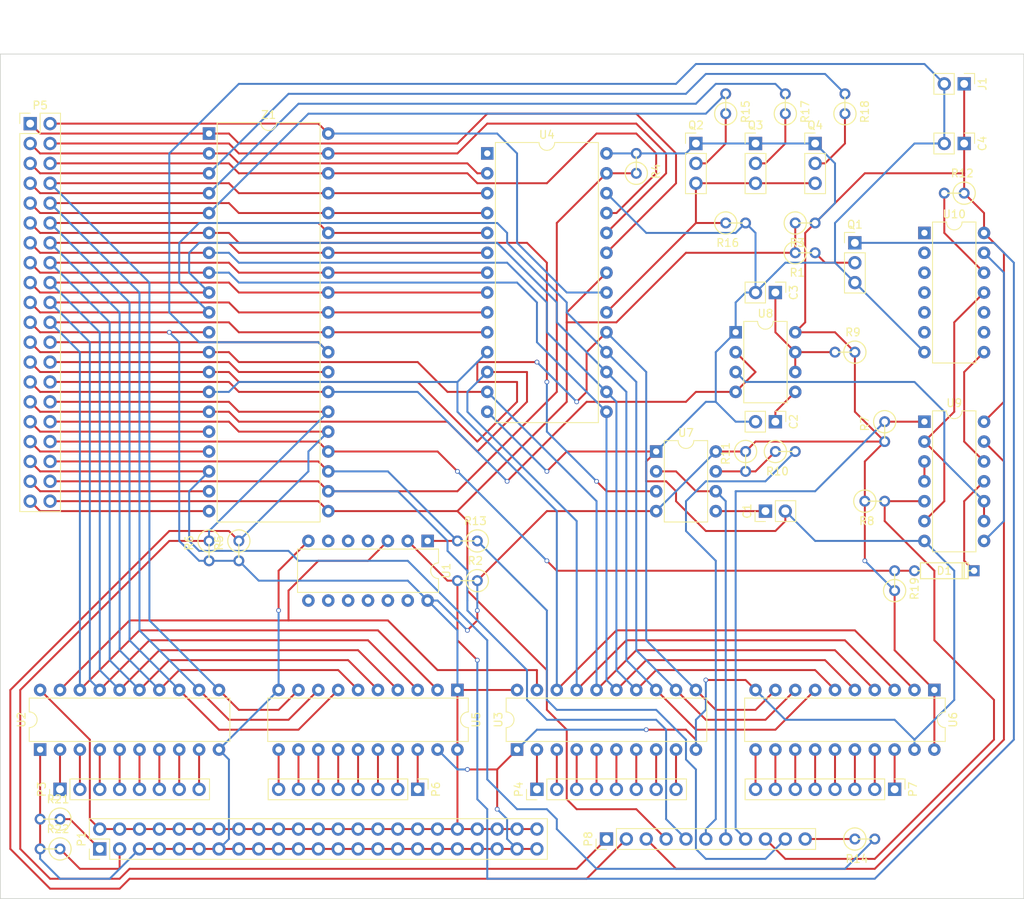
<source format=kicad_pcb>
(kicad_pcb (version 4) (host pcbnew 4.0.5)

  (general
    (links 284)
    (no_connects 0)
    (area 31.699999 56.46476 162.610001 171.500001)
    (thickness 1.6)
    (drawings 4)
    (tracks 761)
    (zones 0)
    (modules 49)
    (nets 100)
  )

  (page A4)
  (title_block
    (title "Z80 Computer")
  )

  (layers
    (0 F.Cu signal)
    (31 B.Cu signal)
    (33 F.Adhes user)
    (35 F.Paste user)
    (37 F.SilkS user)
    (39 F.Mask user)
    (40 Dwgs.User user)
    (41 Cmts.User user)
    (42 Eco1.User user)
    (43 Eco2.User user)
    (44 Edge.Cuts user)
    (45 Margin user)
    (47 F.CrtYd user)
    (49 F.Fab user)
  )

  (setup
    (last_trace_width 0.25)
    (trace_clearance 0.25)
    (zone_clearance 0.508)
    (zone_45_only no)
    (trace_min 0.2)
    (segment_width 0.2)
    (edge_width 0.1)
    (via_size 0.6)
    (via_drill 0.4)
    (via_min_size 0.4)
    (via_min_drill 0.3)
    (uvia_size 0.3)
    (uvia_drill 0.1)
    (uvias_allowed no)
    (uvia_min_size 0.2)
    (uvia_min_drill 0.1)
    (pcb_text_width 0.3)
    (pcb_text_size 1.5 1.5)
    (mod_edge_width 0.15)
    (mod_text_size 1 1)
    (mod_text_width 0.15)
    (pad_size 1.5 1.5)
    (pad_drill 0.6)
    (pad_to_mask_clearance 0)
    (aux_axis_origin 0 0)
    (visible_elements 7FFFFFFF)
    (pcbplotparams
      (layerselection 0x010a0_80000001)
      (usegerberextensions false)
      (excludeedgelayer true)
      (linewidth 0.100000)
      (plotframeref false)
      (viasonmask false)
      (mode 1)
      (useauxorigin false)
      (hpglpennumber 1)
      (hpglpenspeed 20)
      (hpglpendiameter 15)
      (hpglpenoverlay 2)
      (psnegative false)
      (psa4output false)
      (plotreference true)
      (plotvalue true)
      (plotinvisibletext false)
      (padsonsilk false)
      (subtractmaskfromsilk false)
      (outputformat 1)
      (mirror false)
      (drillshape 0)
      (scaleselection 1)
      (outputdirectory C:/Users/Baxter/Desktop/Z80Computer/gerber/))
  )

  (net 0 "")
  (net 1 "Net-(C1-Pad1)")
  (net 2 GND)
  (net 3 "Net-(C2-Pad1)")
  (net 4 "Net-(C3-Pad1)")
  (net 5 VCC)
  (net 6 "Net-(P1-Pad1)")
  (net 7 "Net-(P1-Pad3)")
  (net 8 "Net-(P3-Pad1)")
  (net 9 "Net-(P3-Pad2)")
  (net 10 "Net-(P3-Pad3)")
  (net 11 "Net-(P3-Pad4)")
  (net 12 "Net-(P3-Pad5)")
  (net 13 "Net-(P3-Pad6)")
  (net 14 "Net-(P3-Pad7)")
  (net 15 "Net-(P3-Pad8)")
  (net 16 "Net-(P4-Pad1)")
  (net 17 "Net-(P4-Pad2)")
  (net 18 "Net-(P4-Pad3)")
  (net 19 "Net-(P4-Pad4)")
  (net 20 "Net-(P4-Pad5)")
  (net 21 "Net-(P4-Pad6)")
  (net 22 "Net-(P4-Pad7)")
  (net 23 "Net-(P4-Pad8)")
  (net 24 "Net-(P5-Pad1)")
  (net 25 "Net-(P5-Pad2)")
  (net 26 "Net-(P5-Pad3)")
  (net 27 "Net-(P5-Pad4)")
  (net 28 "Net-(P5-Pad5)")
  (net 29 "Net-(P5-Pad6)")
  (net 30 "Net-(P5-Pad7)")
  (net 31 "Net-(P5-Pad8)")
  (net 32 "Net-(P5-Pad9)")
  (net 33 "Net-(P5-Pad10)")
  (net 34 CLK)
  (net 35 "Net-(P5-Pad12)")
  (net 36 "Net-(P5-Pad13)")
  (net 37 "Net-(P5-Pad14)")
  (net 38 "Net-(P5-Pad15)")
  (net 39 "Net-(P5-Pad16)")
  (net 40 "Net-(P5-Pad17)")
  (net 41 "Net-(P5-Pad18)")
  (net 42 "Net-(P5-Pad19)")
  (net 43 "Net-(P5-Pad20)")
  (net 44 "Net-(P5-Pad22)")
  (net 45 "Net-(P5-Pad23)")
  (net 46 "Net-(P5-Pad25)")
  (net 47 RFSH)
  (net 48 "Net-(P5-Pad27)")
  (net 49 M1)
  (net 50 "Net-(P5-Pad29)")
  (net 51 RESET)
  (net 52 INT)
  (net 53 BUSRQ)
  (net 54 NMI)
  (net 55 WAIT)
  (net 56 HALT)
  (net 57 BUSACK)
  (net 58 MREQ)
  (net 59 WR)
  (net 60 IOREQ)
  (net 61 RD)
  (net 62 "Net-(P6-Pad1)")
  (net 63 "Net-(P6-Pad2)")
  (net 64 "Net-(P6-Pad3)")
  (net 65 "Net-(P6-Pad4)")
  (net 66 "Net-(P6-Pad5)")
  (net 67 "Net-(P6-Pad6)")
  (net 68 "Net-(P6-Pad7)")
  (net 69 "Net-(P6-Pad8)")
  (net 70 "Net-(P7-Pad1)")
  (net 71 "Net-(P7-Pad2)")
  (net 72 "Net-(P7-Pad3)")
  (net 73 "Net-(P7-Pad4)")
  (net 74 "Net-(P7-Pad5)")
  (net 75 "Net-(P7-Pad6)")
  (net 76 "Net-(P7-Pad7)")
  (net 77 "Net-(P7-Pad8)")
  (net 78 "Net-(P8-Pad3)")
  (net 79 "Net-(P8-Pad6)")
  (net 80 "Net-(P8-Pad7)")
  (net 81 "Net-(P8-Pad8)")
  (net 82 "Net-(P8-Pad9)")
  (net 83 "Net-(P8-Pad10)")
  (net 84 "Net-(P8-Pad11)")
  (net 85 "Net-(Q1-Pad1)")
  (net 86 "Net-(Q1-Pad2)")
  (net 87 "Net-(Q2-Pad2)")
  (net 88 "Net-(Q2-Pad3)")
  (net 89 "Net-(Q3-Pad2)")
  (net 90 "Net-(Q4-Pad2)")
  (net 91 "Net-(R10-Pad1)")
  (net 92 "Net-(R12-Pad2)")
  (net 93 "Net-(U1-Pad3)")
  (net 94 "Net-(U8-Pad3)")
  (net 95 "Net-(U10-Pad13)")
  (net 96 "Net-(U10-Pad11)")
  (net 97 "Net-(U9-Pad3)")
  (net 98 "Net-(U10-Pad8)")
  (net 99 "Net-(D1-Pad1)")

  (net_class Default "This is the default net class."
    (clearance 0.25)
    (trace_width 0.25)
    (via_dia 0.6)
    (via_drill 0.4)
    (uvia_dia 0.3)
    (uvia_drill 0.1)
    (add_net BUSACK)
    (add_net BUSRQ)
    (add_net CLK)
    (add_net GND)
    (add_net HALT)
    (add_net INT)
    (add_net IOREQ)
    (add_net M1)
    (add_net MREQ)
    (add_net NMI)
    (add_net "Net-(C1-Pad1)")
    (add_net "Net-(C2-Pad1)")
    (add_net "Net-(C3-Pad1)")
    (add_net "Net-(D1-Pad1)")
    (add_net "Net-(P1-Pad1)")
    (add_net "Net-(P1-Pad3)")
    (add_net "Net-(P3-Pad1)")
    (add_net "Net-(P3-Pad2)")
    (add_net "Net-(P3-Pad3)")
    (add_net "Net-(P3-Pad4)")
    (add_net "Net-(P3-Pad5)")
    (add_net "Net-(P3-Pad6)")
    (add_net "Net-(P3-Pad7)")
    (add_net "Net-(P3-Pad8)")
    (add_net "Net-(P4-Pad1)")
    (add_net "Net-(P4-Pad2)")
    (add_net "Net-(P4-Pad3)")
    (add_net "Net-(P4-Pad4)")
    (add_net "Net-(P4-Pad5)")
    (add_net "Net-(P4-Pad6)")
    (add_net "Net-(P4-Pad7)")
    (add_net "Net-(P4-Pad8)")
    (add_net "Net-(P5-Pad1)")
    (add_net "Net-(P5-Pad10)")
    (add_net "Net-(P5-Pad12)")
    (add_net "Net-(P5-Pad13)")
    (add_net "Net-(P5-Pad14)")
    (add_net "Net-(P5-Pad15)")
    (add_net "Net-(P5-Pad16)")
    (add_net "Net-(P5-Pad17)")
    (add_net "Net-(P5-Pad18)")
    (add_net "Net-(P5-Pad19)")
    (add_net "Net-(P5-Pad2)")
    (add_net "Net-(P5-Pad20)")
    (add_net "Net-(P5-Pad22)")
    (add_net "Net-(P5-Pad23)")
    (add_net "Net-(P5-Pad25)")
    (add_net "Net-(P5-Pad27)")
    (add_net "Net-(P5-Pad29)")
    (add_net "Net-(P5-Pad3)")
    (add_net "Net-(P5-Pad4)")
    (add_net "Net-(P5-Pad5)")
    (add_net "Net-(P5-Pad6)")
    (add_net "Net-(P5-Pad7)")
    (add_net "Net-(P5-Pad8)")
    (add_net "Net-(P5-Pad9)")
    (add_net "Net-(P6-Pad1)")
    (add_net "Net-(P6-Pad2)")
    (add_net "Net-(P6-Pad3)")
    (add_net "Net-(P6-Pad4)")
    (add_net "Net-(P6-Pad5)")
    (add_net "Net-(P6-Pad6)")
    (add_net "Net-(P6-Pad7)")
    (add_net "Net-(P6-Pad8)")
    (add_net "Net-(P7-Pad1)")
    (add_net "Net-(P7-Pad2)")
    (add_net "Net-(P7-Pad3)")
    (add_net "Net-(P7-Pad4)")
    (add_net "Net-(P7-Pad5)")
    (add_net "Net-(P7-Pad6)")
    (add_net "Net-(P7-Pad7)")
    (add_net "Net-(P7-Pad8)")
    (add_net "Net-(P8-Pad10)")
    (add_net "Net-(P8-Pad11)")
    (add_net "Net-(P8-Pad3)")
    (add_net "Net-(P8-Pad6)")
    (add_net "Net-(P8-Pad7)")
    (add_net "Net-(P8-Pad8)")
    (add_net "Net-(P8-Pad9)")
    (add_net "Net-(Q1-Pad1)")
    (add_net "Net-(Q1-Pad2)")
    (add_net "Net-(Q2-Pad2)")
    (add_net "Net-(Q2-Pad3)")
    (add_net "Net-(Q3-Pad2)")
    (add_net "Net-(Q4-Pad2)")
    (add_net "Net-(R10-Pad1)")
    (add_net "Net-(R12-Pad2)")
    (add_net "Net-(U1-Pad3)")
    (add_net "Net-(U10-Pad11)")
    (add_net "Net-(U10-Pad13)")
    (add_net "Net-(U10-Pad8)")
    (add_net "Net-(U8-Pad3)")
    (add_net "Net-(U9-Pad3)")
    (add_net RD)
    (add_net RESET)
    (add_net RFSH)
    (add_net VCC)
    (add_net WAIT)
    (add_net WR)
  )

  (module Housings_DIP:DIP-40_W15.24mm (layer F.Cu) (tedit 586281B5) (tstamp 58D47A75)
    (at 58.42 73.66)
    (descr "40-lead dip package, row spacing 15.24 mm (600 mils)")
    (tags "DIL DIP PDIP 2.54mm 15.24mm 600mil")
    (path /58C38420)
    (fp_text reference Z1 (at 7.62 -2.39) (layer F.SilkS)
      (effects (font (size 1 1) (thickness 0.15)))
    )
    (fp_text value Z80 (at 7.62 50.65) (layer F.Fab)
      (effects (font (size 1 1) (thickness 0.15)))
    )
    (fp_arc (start 7.62 -1.39) (end 6.62 -1.39) (angle -180) (layer F.SilkS) (width 0.12))
    (fp_line (start 1.255 -1.27) (end 14.985 -1.27) (layer F.Fab) (width 0.1))
    (fp_line (start 14.985 -1.27) (end 14.985 49.53) (layer F.Fab) (width 0.1))
    (fp_line (start 14.985 49.53) (end 0.255 49.53) (layer F.Fab) (width 0.1))
    (fp_line (start 0.255 49.53) (end 0.255 -0.27) (layer F.Fab) (width 0.1))
    (fp_line (start 0.255 -0.27) (end 1.255 -1.27) (layer F.Fab) (width 0.1))
    (fp_line (start 6.62 -1.39) (end 1.04 -1.39) (layer F.SilkS) (width 0.12))
    (fp_line (start 1.04 -1.39) (end 1.04 49.65) (layer F.SilkS) (width 0.12))
    (fp_line (start 1.04 49.65) (end 14.2 49.65) (layer F.SilkS) (width 0.12))
    (fp_line (start 14.2 49.65) (end 14.2 -1.39) (layer F.SilkS) (width 0.12))
    (fp_line (start 14.2 -1.39) (end 8.62 -1.39) (layer F.SilkS) (width 0.12))
    (fp_line (start -1.1 -1.6) (end -1.1 49.8) (layer F.CrtYd) (width 0.05))
    (fp_line (start -1.1 49.8) (end 16.3 49.8) (layer F.CrtYd) (width 0.05))
    (fp_line (start 16.3 49.8) (end 16.3 -1.6) (layer F.CrtYd) (width 0.05))
    (fp_line (start 16.3 -1.6) (end -1.1 -1.6) (layer F.CrtYd) (width 0.05))
    (pad 1 thru_hole rect (at 0 0) (size 1.6 1.6) (drill 0.8) (layers *.Cu *.Mask)
      (net 24 "Net-(P5-Pad1)"))
    (pad 21 thru_hole oval (at 15.24 48.26) (size 1.6 1.6) (drill 0.8) (layers *.Cu *.Mask)
      (net 61 RD))
    (pad 2 thru_hole oval (at 0 2.54) (size 1.6 1.6) (drill 0.8) (layers *.Cu *.Mask)
      (net 26 "Net-(P5-Pad3)"))
    (pad 22 thru_hole oval (at 15.24 45.72) (size 1.6 1.6) (drill 0.8) (layers *.Cu *.Mask)
      (net 59 WR))
    (pad 3 thru_hole oval (at 0 5.08) (size 1.6 1.6) (drill 0.8) (layers *.Cu *.Mask)
      (net 28 "Net-(P5-Pad5)"))
    (pad 23 thru_hole oval (at 15.24 43.18) (size 1.6 1.6) (drill 0.8) (layers *.Cu *.Mask)
      (net 57 BUSACK))
    (pad 4 thru_hole oval (at 0 7.62) (size 1.6 1.6) (drill 0.8) (layers *.Cu *.Mask)
      (net 30 "Net-(P5-Pad7)"))
    (pad 24 thru_hole oval (at 15.24 40.64) (size 1.6 1.6) (drill 0.8) (layers *.Cu *.Mask)
      (net 55 WAIT))
    (pad 5 thru_hole oval (at 0 10.16) (size 1.6 1.6) (drill 0.8) (layers *.Cu *.Mask)
      (net 32 "Net-(P5-Pad9)"))
    (pad 25 thru_hole oval (at 15.24 38.1) (size 1.6 1.6) (drill 0.8) (layers *.Cu *.Mask)
      (net 53 BUSRQ))
    (pad 6 thru_hole oval (at 0 12.7) (size 1.6 1.6) (drill 0.8) (layers *.Cu *.Mask)
      (net 34 CLK))
    (pad 26 thru_hole oval (at 15.24 35.56) (size 1.6 1.6) (drill 0.8) (layers *.Cu *.Mask)
      (net 51 RESET))
    (pad 7 thru_hole oval (at 0 15.24) (size 1.6 1.6) (drill 0.8) (layers *.Cu *.Mask)
      (net 36 "Net-(P5-Pad13)"))
    (pad 27 thru_hole oval (at 15.24 33.02) (size 1.6 1.6) (drill 0.8) (layers *.Cu *.Mask)
      (net 49 M1))
    (pad 8 thru_hole oval (at 0 17.78) (size 1.6 1.6) (drill 0.8) (layers *.Cu *.Mask)
      (net 38 "Net-(P5-Pad15)"))
    (pad 28 thru_hole oval (at 15.24 30.48) (size 1.6 1.6) (drill 0.8) (layers *.Cu *.Mask)
      (net 47 RFSH))
    (pad 9 thru_hole oval (at 0 20.32) (size 1.6 1.6) (drill 0.8) (layers *.Cu *.Mask)
      (net 40 "Net-(P5-Pad17)"))
    (pad 29 thru_hole oval (at 15.24 27.94) (size 1.6 1.6) (drill 0.8) (layers *.Cu *.Mask)
      (net 2 GND))
    (pad 10 thru_hole oval (at 0 22.86) (size 1.6 1.6) (drill 0.8) (layers *.Cu *.Mask)
      (net 42 "Net-(P5-Pad19)"))
    (pad 30 thru_hole oval (at 15.24 25.4) (size 1.6 1.6) (drill 0.8) (layers *.Cu *.Mask)
      (net 44 "Net-(P5-Pad22)"))
    (pad 11 thru_hole oval (at 0 25.4) (size 1.6 1.6) (drill 0.8) (layers *.Cu *.Mask)
      (net 5 VCC))
    (pad 31 thru_hole oval (at 15.24 22.86) (size 1.6 1.6) (drill 0.8) (layers *.Cu *.Mask)
      (net 43 "Net-(P5-Pad20)"))
    (pad 12 thru_hole oval (at 0 27.94) (size 1.6 1.6) (drill 0.8) (layers *.Cu *.Mask)
      (net 45 "Net-(P5-Pad23)"))
    (pad 32 thru_hole oval (at 15.24 20.32) (size 1.6 1.6) (drill 0.8) (layers *.Cu *.Mask)
      (net 41 "Net-(P5-Pad18)"))
    (pad 13 thru_hole oval (at 0 30.48) (size 1.6 1.6) (drill 0.8) (layers *.Cu *.Mask)
      (net 46 "Net-(P5-Pad25)"))
    (pad 33 thru_hole oval (at 15.24 17.78) (size 1.6 1.6) (drill 0.8) (layers *.Cu *.Mask)
      (net 39 "Net-(P5-Pad16)"))
    (pad 14 thru_hole oval (at 0 33.02) (size 1.6 1.6) (drill 0.8) (layers *.Cu *.Mask)
      (net 48 "Net-(P5-Pad27)"))
    (pad 34 thru_hole oval (at 15.24 15.24) (size 1.6 1.6) (drill 0.8) (layers *.Cu *.Mask)
      (net 37 "Net-(P5-Pad14)"))
    (pad 15 thru_hole oval (at 0 35.56) (size 1.6 1.6) (drill 0.8) (layers *.Cu *.Mask)
      (net 50 "Net-(P5-Pad29)"))
    (pad 35 thru_hole oval (at 15.24 12.7) (size 1.6 1.6) (drill 0.8) (layers *.Cu *.Mask)
      (net 35 "Net-(P5-Pad12)"))
    (pad 16 thru_hole oval (at 0 38.1) (size 1.6 1.6) (drill 0.8) (layers *.Cu *.Mask)
      (net 52 INT))
    (pad 36 thru_hole oval (at 15.24 10.16) (size 1.6 1.6) (drill 0.8) (layers *.Cu *.Mask)
      (net 33 "Net-(P5-Pad10)"))
    (pad 17 thru_hole oval (at 0 40.64) (size 1.6 1.6) (drill 0.8) (layers *.Cu *.Mask)
      (net 54 NMI))
    (pad 37 thru_hole oval (at 15.24 7.62) (size 1.6 1.6) (drill 0.8) (layers *.Cu *.Mask)
      (net 31 "Net-(P5-Pad8)"))
    (pad 18 thru_hole oval (at 0 43.18) (size 1.6 1.6) (drill 0.8) (layers *.Cu *.Mask)
      (net 56 HALT))
    (pad 38 thru_hole oval (at 15.24 5.08) (size 1.6 1.6) (drill 0.8) (layers *.Cu *.Mask)
      (net 29 "Net-(P5-Pad6)"))
    (pad 19 thru_hole oval (at 0 45.72) (size 1.6 1.6) (drill 0.8) (layers *.Cu *.Mask)
      (net 58 MREQ))
    (pad 39 thru_hole oval (at 15.24 2.54) (size 1.6 1.6) (drill 0.8) (layers *.Cu *.Mask)
      (net 27 "Net-(P5-Pad4)"))
    (pad 20 thru_hole oval (at 0 48.26) (size 1.6 1.6) (drill 0.8) (layers *.Cu *.Mask)
      (net 60 IOREQ))
    (pad 40 thru_hole oval (at 15.24 0) (size 1.6 1.6) (drill 0.8) (layers *.Cu *.Mask)
      (net 25 "Net-(P5-Pad2)"))
    (model Housings_DIP.3dshapes/DIP-40_W15.24mm.wrl
      (at (xyz 0 0 0))
      (scale (xyz 1 1 1))
      (rotate (xyz 0 0 0))
    )
  )

  (module Housings_DIP:DIP-28_W15.24mm (layer F.Cu) (tedit 586281B5) (tstamp 58D479DD)
    (at 93.98 76.2)
    (descr "28-lead dip package, row spacing 15.24 mm (600 mils)")
    (tags "DIL DIP PDIP 2.54mm 15.24mm 600mil")
    (path /58C389AB)
    (fp_text reference U4 (at 7.62 -2.39) (layer F.SilkS)
      (effects (font (size 1 1) (thickness 0.15)))
    )
    (fp_text value AS6C6264 (at 7.62 35.41) (layer F.Fab)
      (effects (font (size 1 1) (thickness 0.15)))
    )
    (fp_arc (start 7.62 -1.39) (end 6.62 -1.39) (angle -180) (layer F.SilkS) (width 0.12))
    (fp_line (start 1.255 -1.27) (end 14.985 -1.27) (layer F.Fab) (width 0.1))
    (fp_line (start 14.985 -1.27) (end 14.985 34.29) (layer F.Fab) (width 0.1))
    (fp_line (start 14.985 34.29) (end 0.255 34.29) (layer F.Fab) (width 0.1))
    (fp_line (start 0.255 34.29) (end 0.255 -0.27) (layer F.Fab) (width 0.1))
    (fp_line (start 0.255 -0.27) (end 1.255 -1.27) (layer F.Fab) (width 0.1))
    (fp_line (start 6.62 -1.39) (end 1.04 -1.39) (layer F.SilkS) (width 0.12))
    (fp_line (start 1.04 -1.39) (end 1.04 34.41) (layer F.SilkS) (width 0.12))
    (fp_line (start 1.04 34.41) (end 14.2 34.41) (layer F.SilkS) (width 0.12))
    (fp_line (start 14.2 34.41) (end 14.2 -1.39) (layer F.SilkS) (width 0.12))
    (fp_line (start 14.2 -1.39) (end 8.62 -1.39) (layer F.SilkS) (width 0.12))
    (fp_line (start -1.1 -1.6) (end -1.1 34.6) (layer F.CrtYd) (width 0.05))
    (fp_line (start -1.1 34.6) (end 16.3 34.6) (layer F.CrtYd) (width 0.05))
    (fp_line (start 16.3 34.6) (end 16.3 -1.6) (layer F.CrtYd) (width 0.05))
    (fp_line (start 16.3 -1.6) (end -1.1 -1.6) (layer F.CrtYd) (width 0.05))
    (pad 1 thru_hole rect (at 0 0) (size 1.6 1.6) (drill 0.8) (layers *.Cu *.Mask))
    (pad 15 thru_hole oval (at 15.24 33.02) (size 1.6 1.6) (drill 0.8) (layers *.Cu *.Mask)
      (net 38 "Net-(P5-Pad15)"))
    (pad 2 thru_hole oval (at 0 2.54) (size 1.6 1.6) (drill 0.8) (layers *.Cu *.Mask)
      (net 26 "Net-(P5-Pad3)"))
    (pad 16 thru_hole oval (at 15.24 30.48) (size 1.6 1.6) (drill 0.8) (layers *.Cu *.Mask)
      (net 36 "Net-(P5-Pad13)"))
    (pad 3 thru_hole oval (at 0 5.08) (size 1.6 1.6) (drill 0.8) (layers *.Cu *.Mask)
      (net 31 "Net-(P5-Pad8)"))
    (pad 17 thru_hole oval (at 15.24 27.94) (size 1.6 1.6) (drill 0.8) (layers *.Cu *.Mask)
      (net 40 "Net-(P5-Pad17)"))
    (pad 4 thru_hole oval (at 0 7.62) (size 1.6 1.6) (drill 0.8) (layers *.Cu *.Mask)
      (net 33 "Net-(P5-Pad10)"))
    (pad 18 thru_hole oval (at 15.24 25.4) (size 1.6 1.6) (drill 0.8) (layers *.Cu *.Mask)
      (net 42 "Net-(P5-Pad19)"))
    (pad 5 thru_hole oval (at 0 10.16) (size 1.6 1.6) (drill 0.8) (layers *.Cu *.Mask)
      (net 35 "Net-(P5-Pad12)"))
    (pad 19 thru_hole oval (at 15.24 22.86) (size 1.6 1.6) (drill 0.8) (layers *.Cu *.Mask)
      (net 46 "Net-(P5-Pad25)"))
    (pad 6 thru_hole oval (at 0 12.7) (size 1.6 1.6) (drill 0.8) (layers *.Cu *.Mask)
      (net 37 "Net-(P5-Pad14)"))
    (pad 20 thru_hole oval (at 15.24 20.32) (size 1.6 1.6) (drill 0.8) (layers *.Cu *.Mask)
      (net 88 "Net-(Q2-Pad3)"))
    (pad 7 thru_hole oval (at 0 15.24) (size 1.6 1.6) (drill 0.8) (layers *.Cu *.Mask)
      (net 39 "Net-(P5-Pad16)"))
    (pad 21 thru_hole oval (at 15.24 17.78) (size 1.6 1.6) (drill 0.8) (layers *.Cu *.Mask)
      (net 25 "Net-(P5-Pad2)"))
    (pad 8 thru_hole oval (at 0 17.78) (size 1.6 1.6) (drill 0.8) (layers *.Cu *.Mask)
      (net 41 "Net-(P5-Pad18)"))
    (pad 22 thru_hole oval (at 15.24 15.24) (size 1.6 1.6) (drill 0.8) (layers *.Cu *.Mask)
      (net 61 RD))
    (pad 9 thru_hole oval (at 0 20.32) (size 1.6 1.6) (drill 0.8) (layers *.Cu *.Mask)
      (net 43 "Net-(P5-Pad20)"))
    (pad 23 thru_hole oval (at 15.24 12.7) (size 1.6 1.6) (drill 0.8) (layers *.Cu *.Mask)
      (net 24 "Net-(P5-Pad1)"))
    (pad 10 thru_hole oval (at 0 22.86) (size 1.6 1.6) (drill 0.8) (layers *.Cu *.Mask)
      (net 44 "Net-(P5-Pad22)"))
    (pad 24 thru_hole oval (at 15.24 10.16) (size 1.6 1.6) (drill 0.8) (layers *.Cu *.Mask)
      (net 27 "Net-(P5-Pad4)"))
    (pad 11 thru_hole oval (at 0 25.4) (size 1.6 1.6) (drill 0.8) (layers *.Cu *.Mask)
      (net 48 "Net-(P5-Pad27)"))
    (pad 25 thru_hole oval (at 15.24 7.62) (size 1.6 1.6) (drill 0.8) (layers *.Cu *.Mask)
      (net 29 "Net-(P5-Pad6)"))
    (pad 12 thru_hole oval (at 0 27.94) (size 1.6 1.6) (drill 0.8) (layers *.Cu *.Mask)
      (net 50 "Net-(P5-Pad29)"))
    (pad 26 thru_hole oval (at 15.24 5.08) (size 1.6 1.6) (drill 0.8) (layers *.Cu *.Mask)
      (net 2 GND))
    (pad 13 thru_hole oval (at 0 30.48) (size 1.6 1.6) (drill 0.8) (layers *.Cu *.Mask)
      (net 45 "Net-(P5-Pad23)"))
    (pad 27 thru_hole oval (at 15.24 2.54) (size 1.6 1.6) (drill 0.8) (layers *.Cu *.Mask)
      (net 59 WR))
    (pad 14 thru_hole oval (at 0 33.02) (size 1.6 1.6) (drill 0.8) (layers *.Cu *.Mask)
      (net 2 GND))
    (pad 28 thru_hole oval (at 15.24 0) (size 1.6 1.6) (drill 0.8) (layers *.Cu *.Mask)
      (net 5 VCC))
    (model Housings_DIP.3dshapes/DIP-28_W15.24mm.wrl
      (at (xyz 0 0 0))
      (scale (xyz 1 1 1))
      (rotate (xyz 0 0 0))
    )
  )

  (module Pin_Headers:Pin_Header_Straight_2x20_Pitch2.54mm (layer F.Cu) (tedit 58CD4EC6) (tstamp 58D478AD)
    (at 35.56 72.39)
    (descr "Through hole straight pin header, 2x20, 2.54mm pitch, double rows")
    (tags "Through hole pin header THT 2x20 2.54mm double row")
    (path /58C3FD08)
    (fp_text reference P5 (at 1.27 -2.33) (layer F.SilkS)
      (effects (font (size 1 1) (thickness 0.15)))
    )
    (fp_text value CONN_02X20 (at 1.27 50.59) (layer F.Fab)
      (effects (font (size 1 1) (thickness 0.15)))
    )
    (fp_line (start -1.27 -1.27) (end -1.27 49.53) (layer F.Fab) (width 0.1))
    (fp_line (start -1.27 49.53) (end 3.81 49.53) (layer F.Fab) (width 0.1))
    (fp_line (start 3.81 49.53) (end 3.81 -1.27) (layer F.Fab) (width 0.1))
    (fp_line (start 3.81 -1.27) (end -1.27 -1.27) (layer F.Fab) (width 0.1))
    (fp_line (start -1.33 1.27) (end -1.33 49.59) (layer F.SilkS) (width 0.12))
    (fp_line (start -1.33 49.59) (end 3.87 49.59) (layer F.SilkS) (width 0.12))
    (fp_line (start 3.87 49.59) (end 3.87 -1.33) (layer F.SilkS) (width 0.12))
    (fp_line (start 3.87 -1.33) (end 1.27 -1.33) (layer F.SilkS) (width 0.12))
    (fp_line (start 1.27 -1.33) (end 1.27 1.27) (layer F.SilkS) (width 0.12))
    (fp_line (start 1.27 1.27) (end -1.33 1.27) (layer F.SilkS) (width 0.12))
    (fp_line (start -1.33 0) (end -1.33 -1.33) (layer F.SilkS) (width 0.12))
    (fp_line (start -1.33 -1.33) (end 0 -1.33) (layer F.SilkS) (width 0.12))
    (fp_line (start -1.8 -1.8) (end -1.8 50.05) (layer F.CrtYd) (width 0.05))
    (fp_line (start -1.8 50.05) (end 4.35 50.05) (layer F.CrtYd) (width 0.05))
    (fp_line (start 4.35 50.05) (end 4.35 -1.8) (layer F.CrtYd) (width 0.05))
    (fp_line (start 4.35 -1.8) (end -1.8 -1.8) (layer F.CrtYd) (width 0.05))
    (fp_text user %R (at 1.27 -2.33) (layer F.Fab)
      (effects (font (size 1 1) (thickness 0.15)))
    )
    (pad 1 thru_hole rect (at 0 0) (size 1.7 1.7) (drill 1) (layers *.Cu *.Mask)
      (net 24 "Net-(P5-Pad1)"))
    (pad 2 thru_hole oval (at 2.54 0) (size 1.7 1.7) (drill 1) (layers *.Cu *.Mask)
      (net 25 "Net-(P5-Pad2)"))
    (pad 3 thru_hole oval (at 0 2.54) (size 1.7 1.7) (drill 1) (layers *.Cu *.Mask)
      (net 26 "Net-(P5-Pad3)"))
    (pad 4 thru_hole oval (at 2.54 2.54) (size 1.7 1.7) (drill 1) (layers *.Cu *.Mask)
      (net 27 "Net-(P5-Pad4)"))
    (pad 5 thru_hole oval (at 0 5.08) (size 1.7 1.7) (drill 1) (layers *.Cu *.Mask)
      (net 28 "Net-(P5-Pad5)"))
    (pad 6 thru_hole oval (at 2.54 5.08) (size 1.7 1.7) (drill 1) (layers *.Cu *.Mask)
      (net 29 "Net-(P5-Pad6)"))
    (pad 7 thru_hole oval (at 0 7.62) (size 1.7 1.7) (drill 1) (layers *.Cu *.Mask)
      (net 30 "Net-(P5-Pad7)"))
    (pad 8 thru_hole oval (at 2.54 7.62) (size 1.7 1.7) (drill 1) (layers *.Cu *.Mask)
      (net 31 "Net-(P5-Pad8)"))
    (pad 9 thru_hole oval (at 0 10.16) (size 1.7 1.7) (drill 1) (layers *.Cu *.Mask)
      (net 32 "Net-(P5-Pad9)"))
    (pad 10 thru_hole oval (at 2.54 10.16) (size 1.7 1.7) (drill 1) (layers *.Cu *.Mask)
      (net 33 "Net-(P5-Pad10)"))
    (pad 11 thru_hole oval (at 0 12.7) (size 1.7 1.7) (drill 1) (layers *.Cu *.Mask)
      (net 34 CLK))
    (pad 12 thru_hole oval (at 2.54 12.7) (size 1.7 1.7) (drill 1) (layers *.Cu *.Mask)
      (net 35 "Net-(P5-Pad12)"))
    (pad 13 thru_hole oval (at 0 15.24) (size 1.7 1.7) (drill 1) (layers *.Cu *.Mask)
      (net 36 "Net-(P5-Pad13)"))
    (pad 14 thru_hole oval (at 2.54 15.24) (size 1.7 1.7) (drill 1) (layers *.Cu *.Mask)
      (net 37 "Net-(P5-Pad14)"))
    (pad 15 thru_hole oval (at 0 17.78) (size 1.7 1.7) (drill 1) (layers *.Cu *.Mask)
      (net 38 "Net-(P5-Pad15)"))
    (pad 16 thru_hole oval (at 2.54 17.78) (size 1.7 1.7) (drill 1) (layers *.Cu *.Mask)
      (net 39 "Net-(P5-Pad16)"))
    (pad 17 thru_hole oval (at 0 20.32) (size 1.7 1.7) (drill 1) (layers *.Cu *.Mask)
      (net 40 "Net-(P5-Pad17)"))
    (pad 18 thru_hole oval (at 2.54 20.32) (size 1.7 1.7) (drill 1) (layers *.Cu *.Mask)
      (net 41 "Net-(P5-Pad18)"))
    (pad 19 thru_hole oval (at 0 22.86) (size 1.7 1.7) (drill 1) (layers *.Cu *.Mask)
      (net 42 "Net-(P5-Pad19)"))
    (pad 20 thru_hole oval (at 2.54 22.86) (size 1.7 1.7) (drill 1) (layers *.Cu *.Mask)
      (net 43 "Net-(P5-Pad20)"))
    (pad 21 thru_hole oval (at 0 25.4) (size 1.7 1.7) (drill 1) (layers *.Cu *.Mask)
      (net 5 VCC))
    (pad 22 thru_hole oval (at 2.54 25.4) (size 1.7 1.7) (drill 1) (layers *.Cu *.Mask)
      (net 44 "Net-(P5-Pad22)"))
    (pad 23 thru_hole oval (at 0 27.94) (size 1.7 1.7) (drill 1) (layers *.Cu *.Mask)
      (net 45 "Net-(P5-Pad23)"))
    (pad 24 thru_hole oval (at 2.54 27.94) (size 1.7 1.7) (drill 1) (layers *.Cu *.Mask)
      (net 2 GND))
    (pad 25 thru_hole oval (at 0 30.48) (size 1.7 1.7) (drill 1) (layers *.Cu *.Mask)
      (net 46 "Net-(P5-Pad25)"))
    (pad 26 thru_hole oval (at 2.54 30.48) (size 1.7 1.7) (drill 1) (layers *.Cu *.Mask)
      (net 47 RFSH))
    (pad 27 thru_hole oval (at 0 33.02) (size 1.7 1.7) (drill 1) (layers *.Cu *.Mask)
      (net 48 "Net-(P5-Pad27)"))
    (pad 28 thru_hole oval (at 2.54 33.02) (size 1.7 1.7) (drill 1) (layers *.Cu *.Mask)
      (net 49 M1))
    (pad 29 thru_hole oval (at 0 35.56) (size 1.7 1.7) (drill 1) (layers *.Cu *.Mask)
      (net 50 "Net-(P5-Pad29)"))
    (pad 30 thru_hole oval (at 2.54 35.56) (size 1.7 1.7) (drill 1) (layers *.Cu *.Mask)
      (net 51 RESET))
    (pad 31 thru_hole oval (at 0 38.1) (size 1.7 1.7) (drill 1) (layers *.Cu *.Mask)
      (net 52 INT))
    (pad 32 thru_hole oval (at 2.54 38.1) (size 1.7 1.7) (drill 1) (layers *.Cu *.Mask)
      (net 53 BUSRQ))
    (pad 33 thru_hole oval (at 0 40.64) (size 1.7 1.7) (drill 1) (layers *.Cu *.Mask)
      (net 54 NMI))
    (pad 34 thru_hole oval (at 2.54 40.64) (size 1.7 1.7) (drill 1) (layers *.Cu *.Mask)
      (net 55 WAIT))
    (pad 35 thru_hole oval (at 0 43.18) (size 1.7 1.7) (drill 1) (layers *.Cu *.Mask)
      (net 56 HALT))
    (pad 36 thru_hole oval (at 2.54 43.18) (size 1.7 1.7) (drill 1) (layers *.Cu *.Mask)
      (net 57 BUSACK))
    (pad 37 thru_hole oval (at 0 45.72) (size 1.7 1.7) (drill 1) (layers *.Cu *.Mask)
      (net 58 MREQ))
    (pad 38 thru_hole oval (at 2.54 45.72) (size 1.7 1.7) (drill 1) (layers *.Cu *.Mask)
      (net 59 WR))
    (pad 39 thru_hole oval (at 0 48.26) (size 1.7 1.7) (drill 1) (layers *.Cu *.Mask)
      (net 60 IOREQ))
    (pad 40 thru_hole oval (at 2.54 48.26) (size 1.7 1.7) (drill 1) (layers *.Cu *.Mask)
      (net 61 RD))
    (model ${KISYS3DMOD}/Pin_Headers.3dshapes/Pin_Header_Straight_2x20_Pitch2.54mm.wrl
      (at (xyz 0.05 -0.95 0))
      (scale (xyz 1 1 1))
      (rotate (xyz 0 0 90))
    )
  )

  (module Pin_Headers:Pin_Header_Straight_1x02_Pitch2.54mm (layer F.Cu) (tedit 58CD4EC1) (tstamp 58D4781F)
    (at 129.54 121.92 90)
    (descr "Through hole straight pin header, 1x02, 2.54mm pitch, single row")
    (tags "Through hole pin header THT 1x02 2.54mm single row")
    (path /58C984B7)
    (fp_text reference C1 (at 0 -2.33 90) (layer F.SilkS)
      (effects (font (size 1 1) (thickness 0.15)))
    )
    (fp_text value 10nF (at 0 4.87 90) (layer F.Fab)
      (effects (font (size 1 1) (thickness 0.15)))
    )
    (fp_line (start -1.27 -1.27) (end -1.27 3.81) (layer F.Fab) (width 0.1))
    (fp_line (start -1.27 3.81) (end 1.27 3.81) (layer F.Fab) (width 0.1))
    (fp_line (start 1.27 3.81) (end 1.27 -1.27) (layer F.Fab) (width 0.1))
    (fp_line (start 1.27 -1.27) (end -1.27 -1.27) (layer F.Fab) (width 0.1))
    (fp_line (start -1.33 1.27) (end -1.33 3.87) (layer F.SilkS) (width 0.12))
    (fp_line (start -1.33 3.87) (end 1.33 3.87) (layer F.SilkS) (width 0.12))
    (fp_line (start 1.33 3.87) (end 1.33 1.27) (layer F.SilkS) (width 0.12))
    (fp_line (start 1.33 1.27) (end -1.33 1.27) (layer F.SilkS) (width 0.12))
    (fp_line (start -1.33 0) (end -1.33 -1.33) (layer F.SilkS) (width 0.12))
    (fp_line (start -1.33 -1.33) (end 0 -1.33) (layer F.SilkS) (width 0.12))
    (fp_line (start -1.8 -1.8) (end -1.8 4.35) (layer F.CrtYd) (width 0.05))
    (fp_line (start -1.8 4.35) (end 1.8 4.35) (layer F.CrtYd) (width 0.05))
    (fp_line (start 1.8 4.35) (end 1.8 -1.8) (layer F.CrtYd) (width 0.05))
    (fp_line (start 1.8 -1.8) (end -1.8 -1.8) (layer F.CrtYd) (width 0.05))
    (fp_text user %R (at 0 -2.33 90) (layer F.Fab)
      (effects (font (size 1 1) (thickness 0.15)))
    )
    (pad 1 thru_hole rect (at 0 0 90) (size 1.7 1.7) (drill 1) (layers *.Cu *.Mask)
      (net 1 "Net-(C1-Pad1)"))
    (pad 2 thru_hole oval (at 0 2.54 90) (size 1.7 1.7) (drill 1) (layers *.Cu *.Mask)
      (net 2 GND))
    (model ${KISYS3DMOD}/Pin_Headers.3dshapes/Pin_Header_Straight_1x02_Pitch2.54mm.wrl
      (at (xyz 0 -0.05 0))
      (scale (xyz 1 1 1))
      (rotate (xyz 0 0 90))
    )
  )

  (module Pin_Headers:Pin_Header_Straight_1x02_Pitch2.54mm (layer F.Cu) (tedit 58CD4EC1) (tstamp 58D47825)
    (at 130.81 110.49 270)
    (descr "Through hole straight pin header, 1x02, 2.54mm pitch, single row")
    (tags "Through hole pin header THT 1x02 2.54mm single row")
    (path /58C9BC15)
    (fp_text reference C2 (at 0 -2.33 270) (layer F.SilkS)
      (effects (font (size 1 1) (thickness 0.15)))
    )
    (fp_text value 10nF (at 0 4.87 270) (layer F.Fab)
      (effects (font (size 1 1) (thickness 0.15)))
    )
    (fp_line (start -1.27 -1.27) (end -1.27 3.81) (layer F.Fab) (width 0.1))
    (fp_line (start -1.27 3.81) (end 1.27 3.81) (layer F.Fab) (width 0.1))
    (fp_line (start 1.27 3.81) (end 1.27 -1.27) (layer F.Fab) (width 0.1))
    (fp_line (start 1.27 -1.27) (end -1.27 -1.27) (layer F.Fab) (width 0.1))
    (fp_line (start -1.33 1.27) (end -1.33 3.87) (layer F.SilkS) (width 0.12))
    (fp_line (start -1.33 3.87) (end 1.33 3.87) (layer F.SilkS) (width 0.12))
    (fp_line (start 1.33 3.87) (end 1.33 1.27) (layer F.SilkS) (width 0.12))
    (fp_line (start 1.33 1.27) (end -1.33 1.27) (layer F.SilkS) (width 0.12))
    (fp_line (start -1.33 0) (end -1.33 -1.33) (layer F.SilkS) (width 0.12))
    (fp_line (start -1.33 -1.33) (end 0 -1.33) (layer F.SilkS) (width 0.12))
    (fp_line (start -1.8 -1.8) (end -1.8 4.35) (layer F.CrtYd) (width 0.05))
    (fp_line (start -1.8 4.35) (end 1.8 4.35) (layer F.CrtYd) (width 0.05))
    (fp_line (start 1.8 4.35) (end 1.8 -1.8) (layer F.CrtYd) (width 0.05))
    (fp_line (start 1.8 -1.8) (end -1.8 -1.8) (layer F.CrtYd) (width 0.05))
    (fp_text user %R (at 0 -2.33 270) (layer F.Fab)
      (effects (font (size 1 1) (thickness 0.15)))
    )
    (pad 1 thru_hole rect (at 0 0 270) (size 1.7 1.7) (drill 1) (layers *.Cu *.Mask)
      (net 3 "Net-(C2-Pad1)"))
    (pad 2 thru_hole oval (at 0 2.54 270) (size 1.7 1.7) (drill 1) (layers *.Cu *.Mask)
      (net 2 GND))
    (model ${KISYS3DMOD}/Pin_Headers.3dshapes/Pin_Header_Straight_1x02_Pitch2.54mm.wrl
      (at (xyz 0 -0.05 0))
      (scale (xyz 1 1 1))
      (rotate (xyz 0 0 90))
    )
  )

  (module Pin_Headers:Pin_Header_Straight_1x02_Pitch2.54mm (layer F.Cu) (tedit 58CD4EC1) (tstamp 58D4782B)
    (at 130.81 93.98 270)
    (descr "Through hole straight pin header, 1x02, 2.54mm pitch, single row")
    (tags "Through hole pin header THT 1x02 2.54mm single row")
    (path /58C9C216)
    (fp_text reference C3 (at 0 -2.33 270) (layer F.SilkS)
      (effects (font (size 1 1) (thickness 0.15)))
    )
    (fp_text value 10nF (at 0 4.87 270) (layer F.Fab)
      (effects (font (size 1 1) (thickness 0.15)))
    )
    (fp_line (start -1.27 -1.27) (end -1.27 3.81) (layer F.Fab) (width 0.1))
    (fp_line (start -1.27 3.81) (end 1.27 3.81) (layer F.Fab) (width 0.1))
    (fp_line (start 1.27 3.81) (end 1.27 -1.27) (layer F.Fab) (width 0.1))
    (fp_line (start 1.27 -1.27) (end -1.27 -1.27) (layer F.Fab) (width 0.1))
    (fp_line (start -1.33 1.27) (end -1.33 3.87) (layer F.SilkS) (width 0.12))
    (fp_line (start -1.33 3.87) (end 1.33 3.87) (layer F.SilkS) (width 0.12))
    (fp_line (start 1.33 3.87) (end 1.33 1.27) (layer F.SilkS) (width 0.12))
    (fp_line (start 1.33 1.27) (end -1.33 1.27) (layer F.SilkS) (width 0.12))
    (fp_line (start -1.33 0) (end -1.33 -1.33) (layer F.SilkS) (width 0.12))
    (fp_line (start -1.33 -1.33) (end 0 -1.33) (layer F.SilkS) (width 0.12))
    (fp_line (start -1.8 -1.8) (end -1.8 4.35) (layer F.CrtYd) (width 0.05))
    (fp_line (start -1.8 4.35) (end 1.8 4.35) (layer F.CrtYd) (width 0.05))
    (fp_line (start 1.8 4.35) (end 1.8 -1.8) (layer F.CrtYd) (width 0.05))
    (fp_line (start 1.8 -1.8) (end -1.8 -1.8) (layer F.CrtYd) (width 0.05))
    (fp_text user %R (at 0 -2.33 270) (layer F.Fab)
      (effects (font (size 1 1) (thickness 0.15)))
    )
    (pad 1 thru_hole rect (at 0 0 270) (size 1.7 1.7) (drill 1) (layers *.Cu *.Mask)
      (net 4 "Net-(C3-Pad1)"))
    (pad 2 thru_hole oval (at 0 2.54 270) (size 1.7 1.7) (drill 1) (layers *.Cu *.Mask)
      (net 2 GND))
    (model ${KISYS3DMOD}/Pin_Headers.3dshapes/Pin_Header_Straight_1x02_Pitch2.54mm.wrl
      (at (xyz 0 -0.05 0))
      (scale (xyz 1 1 1))
      (rotate (xyz 0 0 90))
    )
  )

  (module Pin_Headers:Pin_Header_Straight_1x02_Pitch2.54mm (layer F.Cu) (tedit 58CD4EC1) (tstamp 58D47831)
    (at 154.94 74.93 270)
    (descr "Through hole straight pin header, 1x02, 2.54mm pitch, single row")
    (tags "Through hole pin header THT 1x02 2.54mm single row")
    (path /58D6FFB3)
    (fp_text reference C4 (at 0 -2.33 270) (layer F.SilkS)
      (effects (font (size 1 1) (thickness 0.15)))
    )
    (fp_text value 10uF (at 0 4.87 270) (layer F.Fab)
      (effects (font (size 1 1) (thickness 0.15)))
    )
    (fp_line (start -1.27 -1.27) (end -1.27 3.81) (layer F.Fab) (width 0.1))
    (fp_line (start -1.27 3.81) (end 1.27 3.81) (layer F.Fab) (width 0.1))
    (fp_line (start 1.27 3.81) (end 1.27 -1.27) (layer F.Fab) (width 0.1))
    (fp_line (start 1.27 -1.27) (end -1.27 -1.27) (layer F.Fab) (width 0.1))
    (fp_line (start -1.33 1.27) (end -1.33 3.87) (layer F.SilkS) (width 0.12))
    (fp_line (start -1.33 3.87) (end 1.33 3.87) (layer F.SilkS) (width 0.12))
    (fp_line (start 1.33 3.87) (end 1.33 1.27) (layer F.SilkS) (width 0.12))
    (fp_line (start 1.33 1.27) (end -1.33 1.27) (layer F.SilkS) (width 0.12))
    (fp_line (start -1.33 0) (end -1.33 -1.33) (layer F.SilkS) (width 0.12))
    (fp_line (start -1.33 -1.33) (end 0 -1.33) (layer F.SilkS) (width 0.12))
    (fp_line (start -1.8 -1.8) (end -1.8 4.35) (layer F.CrtYd) (width 0.05))
    (fp_line (start -1.8 4.35) (end 1.8 4.35) (layer F.CrtYd) (width 0.05))
    (fp_line (start 1.8 4.35) (end 1.8 -1.8) (layer F.CrtYd) (width 0.05))
    (fp_line (start 1.8 -1.8) (end -1.8 -1.8) (layer F.CrtYd) (width 0.05))
    (fp_text user %R (at 0 -2.33 270) (layer F.Fab)
      (effects (font (size 1 1) (thickness 0.15)))
    )
    (pad 1 thru_hole rect (at 0 0 270) (size 1.7 1.7) (drill 1) (layers *.Cu *.Mask)
      (net 5 VCC))
    (pad 2 thru_hole oval (at 0 2.54 270) (size 1.7 1.7) (drill 1) (layers *.Cu *.Mask)
      (net 2 GND))
    (model ${KISYS3DMOD}/Pin_Headers.3dshapes/Pin_Header_Straight_1x02_Pitch2.54mm.wrl
      (at (xyz 0 -0.05 0))
      (scale (xyz 1 1 1))
      (rotate (xyz 0 0 90))
    )
  )

  (module Pin_Headers:Pin_Header_Straight_1x02_Pitch2.54mm (layer F.Cu) (tedit 58CD4EC1) (tstamp 58D47837)
    (at 154.94 67.31 270)
    (descr "Through hole straight pin header, 1x02, 2.54mm pitch, single row")
    (tags "Through hole pin header THT 1x02 2.54mm single row")
    (path /58D1A7CA)
    (fp_text reference J1 (at 0 -2.33 270) (layer F.SilkS)
      (effects (font (size 1 1) (thickness 0.15)))
    )
    (fp_text value Screw_Terminal_Power_Input (at 0 4.87 270) (layer F.Fab)
      (effects (font (size 1 1) (thickness 0.15)))
    )
    (fp_line (start -1.27 -1.27) (end -1.27 3.81) (layer F.Fab) (width 0.1))
    (fp_line (start -1.27 3.81) (end 1.27 3.81) (layer F.Fab) (width 0.1))
    (fp_line (start 1.27 3.81) (end 1.27 -1.27) (layer F.Fab) (width 0.1))
    (fp_line (start 1.27 -1.27) (end -1.27 -1.27) (layer F.Fab) (width 0.1))
    (fp_line (start -1.33 1.27) (end -1.33 3.87) (layer F.SilkS) (width 0.12))
    (fp_line (start -1.33 3.87) (end 1.33 3.87) (layer F.SilkS) (width 0.12))
    (fp_line (start 1.33 3.87) (end 1.33 1.27) (layer F.SilkS) (width 0.12))
    (fp_line (start 1.33 1.27) (end -1.33 1.27) (layer F.SilkS) (width 0.12))
    (fp_line (start -1.33 0) (end -1.33 -1.33) (layer F.SilkS) (width 0.12))
    (fp_line (start -1.33 -1.33) (end 0 -1.33) (layer F.SilkS) (width 0.12))
    (fp_line (start -1.8 -1.8) (end -1.8 4.35) (layer F.CrtYd) (width 0.05))
    (fp_line (start -1.8 4.35) (end 1.8 4.35) (layer F.CrtYd) (width 0.05))
    (fp_line (start 1.8 4.35) (end 1.8 -1.8) (layer F.CrtYd) (width 0.05))
    (fp_line (start 1.8 -1.8) (end -1.8 -1.8) (layer F.CrtYd) (width 0.05))
    (fp_text user %R (at 0 -2.33 270) (layer F.Fab)
      (effects (font (size 1 1) (thickness 0.15)))
    )
    (pad 1 thru_hole rect (at 0 0 270) (size 1.7 1.7) (drill 1) (layers *.Cu *.Mask)
      (net 5 VCC))
    (pad 2 thru_hole oval (at 0 2.54 270) (size 1.7 1.7) (drill 1) (layers *.Cu *.Mask)
      (net 2 GND))
    (model ${KISYS3DMOD}/Pin_Headers.3dshapes/Pin_Header_Straight_1x02_Pitch2.54mm.wrl
      (at (xyz 0 -0.05 0))
      (scale (xyz 1 1 1))
      (rotate (xyz 0 0 90))
    )
  )

  (module Pin_Headers:Pin_Header_Straight_2x23_Pitch2.54mm (layer F.Cu) (tedit 58CD4EC6) (tstamp 58D47869)
    (at 44.45 165.1 90)
    (descr "Through hole straight pin header, 2x23, 2.54mm pitch, double rows")
    (tags "Through hole pin header THT 2x23 2.54mm double row")
    (path /58CE2135)
    (fp_text reference P1 (at 1.27 -2.33 90) (layer F.SilkS)
      (effects (font (size 1 1) (thickness 0.15)))
    )
    (fp_text value CONN_02X23 (at 1.27 58.21 90) (layer F.Fab)
      (effects (font (size 1 1) (thickness 0.15)))
    )
    (fp_line (start -1.27 -1.27) (end -1.27 57.15) (layer F.Fab) (width 0.1))
    (fp_line (start -1.27 57.15) (end 3.81 57.15) (layer F.Fab) (width 0.1))
    (fp_line (start 3.81 57.15) (end 3.81 -1.27) (layer F.Fab) (width 0.1))
    (fp_line (start 3.81 -1.27) (end -1.27 -1.27) (layer F.Fab) (width 0.1))
    (fp_line (start -1.33 1.27) (end -1.33 57.21) (layer F.SilkS) (width 0.12))
    (fp_line (start -1.33 57.21) (end 3.87 57.21) (layer F.SilkS) (width 0.12))
    (fp_line (start 3.87 57.21) (end 3.87 -1.33) (layer F.SilkS) (width 0.12))
    (fp_line (start 3.87 -1.33) (end 1.27 -1.33) (layer F.SilkS) (width 0.12))
    (fp_line (start 1.27 -1.33) (end 1.27 1.27) (layer F.SilkS) (width 0.12))
    (fp_line (start 1.27 1.27) (end -1.33 1.27) (layer F.SilkS) (width 0.12))
    (fp_line (start -1.33 0) (end -1.33 -1.33) (layer F.SilkS) (width 0.12))
    (fp_line (start -1.33 -1.33) (end 0 -1.33) (layer F.SilkS) (width 0.12))
    (fp_line (start -1.8 -1.8) (end -1.8 57.65) (layer F.CrtYd) (width 0.05))
    (fp_line (start -1.8 57.65) (end 4.35 57.65) (layer F.CrtYd) (width 0.05))
    (fp_line (start 4.35 57.65) (end 4.35 -1.8) (layer F.CrtYd) (width 0.05))
    (fp_line (start 4.35 -1.8) (end -1.8 -1.8) (layer F.CrtYd) (width 0.05))
    (fp_text user %R (at 1.27 -2.33 90) (layer F.Fab)
      (effects (font (size 1 1) (thickness 0.15)))
    )
    (pad 1 thru_hole rect (at 0 0 90) (size 1.7 1.7) (drill 1) (layers *.Cu *.Mask)
      (net 6 "Net-(P1-Pad1)"))
    (pad 2 thru_hole oval (at 2.54 0 90) (size 1.7 1.7) (drill 1) (layers *.Cu *.Mask)
      (net 5 VCC))
    (pad 3 thru_hole oval (at 0 2.54 90) (size 1.7 1.7) (drill 1) (layers *.Cu *.Mask)
      (net 7 "Net-(P1-Pad3)"))
    (pad 4 thru_hole oval (at 2.54 2.54 90) (size 1.7 1.7) (drill 1) (layers *.Cu *.Mask)
      (net 5 VCC))
    (pad 5 thru_hole oval (at 0 5.08 90) (size 1.7 1.7) (drill 1) (layers *.Cu *.Mask)
      (net 2 GND))
    (pad 6 thru_hole oval (at 2.54 5.08 90) (size 1.7 1.7) (drill 1) (layers *.Cu *.Mask)
      (net 5 VCC))
    (pad 7 thru_hole oval (at 0 7.62 90) (size 1.7 1.7) (drill 1) (layers *.Cu *.Mask)
      (net 2 GND))
    (pad 8 thru_hole oval (at 2.54 7.62 90) (size 1.7 1.7) (drill 1) (layers *.Cu *.Mask)
      (net 5 VCC))
    (pad 9 thru_hole oval (at 0 10.16 90) (size 1.7 1.7) (drill 1) (layers *.Cu *.Mask)
      (net 2 GND))
    (pad 10 thru_hole oval (at 2.54 10.16 90) (size 1.7 1.7) (drill 1) (layers *.Cu *.Mask)
      (net 5 VCC))
    (pad 11 thru_hole oval (at 0 12.7 90) (size 1.7 1.7) (drill 1) (layers *.Cu *.Mask)
      (net 2 GND))
    (pad 12 thru_hole oval (at 2.54 12.7 90) (size 1.7 1.7) (drill 1) (layers *.Cu *.Mask)
      (net 5 VCC))
    (pad 13 thru_hole oval (at 0 15.24 90) (size 1.7 1.7) (drill 1) (layers *.Cu *.Mask)
      (net 2 GND))
    (pad 14 thru_hole oval (at 2.54 15.24 90) (size 1.7 1.7) (drill 1) (layers *.Cu *.Mask)
      (net 5 VCC))
    (pad 15 thru_hole oval (at 0 17.78 90) (size 1.7 1.7) (drill 1) (layers *.Cu *.Mask)
      (net 2 GND))
    (pad 16 thru_hole oval (at 2.54 17.78 90) (size 1.7 1.7) (drill 1) (layers *.Cu *.Mask)
      (net 5 VCC))
    (pad 17 thru_hole oval (at 0 20.32 90) (size 1.7 1.7) (drill 1) (layers *.Cu *.Mask)
      (net 2 GND))
    (pad 18 thru_hole oval (at 2.54 20.32 90) (size 1.7 1.7) (drill 1) (layers *.Cu *.Mask)
      (net 5 VCC))
    (pad 19 thru_hole oval (at 0 22.86 90) (size 1.7 1.7) (drill 1) (layers *.Cu *.Mask)
      (net 2 GND))
    (pad 20 thru_hole oval (at 2.54 22.86 90) (size 1.7 1.7) (drill 1) (layers *.Cu *.Mask)
      (net 5 VCC))
    (pad 21 thru_hole oval (at 0 25.4 90) (size 1.7 1.7) (drill 1) (layers *.Cu *.Mask)
      (net 2 GND))
    (pad 22 thru_hole oval (at 2.54 25.4 90) (size 1.7 1.7) (drill 1) (layers *.Cu *.Mask)
      (net 5 VCC))
    (pad 23 thru_hole oval (at 0 27.94 90) (size 1.7 1.7) (drill 1) (layers *.Cu *.Mask)
      (net 2 GND))
    (pad 24 thru_hole oval (at 2.54 27.94 90) (size 1.7 1.7) (drill 1) (layers *.Cu *.Mask)
      (net 5 VCC))
    (pad 25 thru_hole oval (at 0 30.48 90) (size 1.7 1.7) (drill 1) (layers *.Cu *.Mask)
      (net 2 GND))
    (pad 26 thru_hole oval (at 2.54 30.48 90) (size 1.7 1.7) (drill 1) (layers *.Cu *.Mask)
      (net 5 VCC))
    (pad 27 thru_hole oval (at 0 33.02 90) (size 1.7 1.7) (drill 1) (layers *.Cu *.Mask)
      (net 2 GND))
    (pad 28 thru_hole oval (at 2.54 33.02 90) (size 1.7 1.7) (drill 1) (layers *.Cu *.Mask)
      (net 5 VCC))
    (pad 29 thru_hole oval (at 0 35.56 90) (size 1.7 1.7) (drill 1) (layers *.Cu *.Mask)
      (net 2 GND))
    (pad 30 thru_hole oval (at 2.54 35.56 90) (size 1.7 1.7) (drill 1) (layers *.Cu *.Mask)
      (net 5 VCC))
    (pad 31 thru_hole oval (at 0 38.1 90) (size 1.7 1.7) (drill 1) (layers *.Cu *.Mask)
      (net 2 GND))
    (pad 32 thru_hole oval (at 2.54 38.1 90) (size 1.7 1.7) (drill 1) (layers *.Cu *.Mask)
      (net 5 VCC))
    (pad 33 thru_hole oval (at 0 40.64 90) (size 1.7 1.7) (drill 1) (layers *.Cu *.Mask)
      (net 2 GND))
    (pad 34 thru_hole oval (at 2.54 40.64 90) (size 1.7 1.7) (drill 1) (layers *.Cu *.Mask)
      (net 5 VCC))
    (pad 35 thru_hole oval (at 0 43.18 90) (size 1.7 1.7) (drill 1) (layers *.Cu *.Mask)
      (net 2 GND))
    (pad 36 thru_hole oval (at 2.54 43.18 90) (size 1.7 1.7) (drill 1) (layers *.Cu *.Mask)
      (net 5 VCC))
    (pad 37 thru_hole oval (at 0 45.72 90) (size 1.7 1.7) (drill 1) (layers *.Cu *.Mask)
      (net 2 GND))
    (pad 38 thru_hole oval (at 2.54 45.72 90) (size 1.7 1.7) (drill 1) (layers *.Cu *.Mask)
      (net 5 VCC))
    (pad 39 thru_hole oval (at 0 48.26 90) (size 1.7 1.7) (drill 1) (layers *.Cu *.Mask)
      (net 2 GND))
    (pad 40 thru_hole oval (at 2.54 48.26 90) (size 1.7 1.7) (drill 1) (layers *.Cu *.Mask)
      (net 5 VCC))
    (pad 41 thru_hole oval (at 0 50.8 90) (size 1.7 1.7) (drill 1) (layers *.Cu *.Mask)
      (net 2 GND))
    (pad 42 thru_hole oval (at 2.54 50.8 90) (size 1.7 1.7) (drill 1) (layers *.Cu *.Mask)
      (net 5 VCC))
    (pad 43 thru_hole oval (at 0 53.34 90) (size 1.7 1.7) (drill 1) (layers *.Cu *.Mask)
      (net 2 GND))
    (pad 44 thru_hole oval (at 2.54 53.34 90) (size 1.7 1.7) (drill 1) (layers *.Cu *.Mask)
      (net 5 VCC))
    (pad 45 thru_hole oval (at 0 55.88 90) (size 1.7 1.7) (drill 1) (layers *.Cu *.Mask)
      (net 2 GND))
    (pad 46 thru_hole oval (at 2.54 55.88 90) (size 1.7 1.7) (drill 1) (layers *.Cu *.Mask)
      (net 5 VCC))
    (model ${KISYS3DMOD}/Pin_Headers.3dshapes/Pin_Header_Straight_2x23_Pitch2.54mm.wrl
      (at (xyz 0.05 -1.1 0))
      (scale (xyz 1 1 1))
      (rotate (xyz 0 0 90))
    )
  )

  (module Pin_Headers:Pin_Header_Straight_1x08_Pitch2.54mm (layer F.Cu) (tedit 58CD4EC1) (tstamp 58D47875)
    (at 39.37 157.48 90)
    (descr "Through hole straight pin header, 1x08, 2.54mm pitch, single row")
    (tags "Through hole pin header THT 1x08 2.54mm single row")
    (path /58C3C27E)
    (fp_text reference P3 (at 0 -2.33 90) (layer F.SilkS)
      (effects (font (size 1 1) (thickness 0.15)))
    )
    (fp_text value CONN_01X08 (at 0 20.11 90) (layer F.Fab)
      (effects (font (size 1 1) (thickness 0.15)))
    )
    (fp_line (start -1.27 -1.27) (end -1.27 19.05) (layer F.Fab) (width 0.1))
    (fp_line (start -1.27 19.05) (end 1.27 19.05) (layer F.Fab) (width 0.1))
    (fp_line (start 1.27 19.05) (end 1.27 -1.27) (layer F.Fab) (width 0.1))
    (fp_line (start 1.27 -1.27) (end -1.27 -1.27) (layer F.Fab) (width 0.1))
    (fp_line (start -1.33 1.27) (end -1.33 19.11) (layer F.SilkS) (width 0.12))
    (fp_line (start -1.33 19.11) (end 1.33 19.11) (layer F.SilkS) (width 0.12))
    (fp_line (start 1.33 19.11) (end 1.33 1.27) (layer F.SilkS) (width 0.12))
    (fp_line (start 1.33 1.27) (end -1.33 1.27) (layer F.SilkS) (width 0.12))
    (fp_line (start -1.33 0) (end -1.33 -1.33) (layer F.SilkS) (width 0.12))
    (fp_line (start -1.33 -1.33) (end 0 -1.33) (layer F.SilkS) (width 0.12))
    (fp_line (start -1.8 -1.8) (end -1.8 19.55) (layer F.CrtYd) (width 0.05))
    (fp_line (start -1.8 19.55) (end 1.8 19.55) (layer F.CrtYd) (width 0.05))
    (fp_line (start 1.8 19.55) (end 1.8 -1.8) (layer F.CrtYd) (width 0.05))
    (fp_line (start 1.8 -1.8) (end -1.8 -1.8) (layer F.CrtYd) (width 0.05))
    (fp_text user %R (at 0 -2.33 90) (layer F.Fab)
      (effects (font (size 1 1) (thickness 0.15)))
    )
    (pad 1 thru_hole rect (at 0 0 90) (size 1.7 1.7) (drill 1) (layers *.Cu *.Mask)
      (net 8 "Net-(P3-Pad1)"))
    (pad 2 thru_hole oval (at 0 2.54 90) (size 1.7 1.7) (drill 1) (layers *.Cu *.Mask)
      (net 9 "Net-(P3-Pad2)"))
    (pad 3 thru_hole oval (at 0 5.08 90) (size 1.7 1.7) (drill 1) (layers *.Cu *.Mask)
      (net 10 "Net-(P3-Pad3)"))
    (pad 4 thru_hole oval (at 0 7.62 90) (size 1.7 1.7) (drill 1) (layers *.Cu *.Mask)
      (net 11 "Net-(P3-Pad4)"))
    (pad 5 thru_hole oval (at 0 10.16 90) (size 1.7 1.7) (drill 1) (layers *.Cu *.Mask)
      (net 12 "Net-(P3-Pad5)"))
    (pad 6 thru_hole oval (at 0 12.7 90) (size 1.7 1.7) (drill 1) (layers *.Cu *.Mask)
      (net 13 "Net-(P3-Pad6)"))
    (pad 7 thru_hole oval (at 0 15.24 90) (size 1.7 1.7) (drill 1) (layers *.Cu *.Mask)
      (net 14 "Net-(P3-Pad7)"))
    (pad 8 thru_hole oval (at 0 17.78 90) (size 1.7 1.7) (drill 1) (layers *.Cu *.Mask)
      (net 15 "Net-(P3-Pad8)"))
    (model ${KISYS3DMOD}/Pin_Headers.3dshapes/Pin_Header_Straight_1x08_Pitch2.54mm.wrl
      (at (xyz 0 -0.35 0))
      (scale (xyz 1 1 1))
      (rotate (xyz 0 0 90))
    )
  )

  (module Pin_Headers:Pin_Header_Straight_1x08_Pitch2.54mm (layer F.Cu) (tedit 58CD4EC1) (tstamp 58D47881)
    (at 100.33 157.48 90)
    (descr "Through hole straight pin header, 1x08, 2.54mm pitch, single row")
    (tags "Through hole pin header THT 1x08 2.54mm single row")
    (path /58C3C220)
    (fp_text reference P4 (at 0 -2.33 90) (layer F.SilkS)
      (effects (font (size 1 1) (thickness 0.15)))
    )
    (fp_text value CONN_01X08 (at 0 20.11 90) (layer F.Fab)
      (effects (font (size 1 1) (thickness 0.15)))
    )
    (fp_line (start -1.27 -1.27) (end -1.27 19.05) (layer F.Fab) (width 0.1))
    (fp_line (start -1.27 19.05) (end 1.27 19.05) (layer F.Fab) (width 0.1))
    (fp_line (start 1.27 19.05) (end 1.27 -1.27) (layer F.Fab) (width 0.1))
    (fp_line (start 1.27 -1.27) (end -1.27 -1.27) (layer F.Fab) (width 0.1))
    (fp_line (start -1.33 1.27) (end -1.33 19.11) (layer F.SilkS) (width 0.12))
    (fp_line (start -1.33 19.11) (end 1.33 19.11) (layer F.SilkS) (width 0.12))
    (fp_line (start 1.33 19.11) (end 1.33 1.27) (layer F.SilkS) (width 0.12))
    (fp_line (start 1.33 1.27) (end -1.33 1.27) (layer F.SilkS) (width 0.12))
    (fp_line (start -1.33 0) (end -1.33 -1.33) (layer F.SilkS) (width 0.12))
    (fp_line (start -1.33 -1.33) (end 0 -1.33) (layer F.SilkS) (width 0.12))
    (fp_line (start -1.8 -1.8) (end -1.8 19.55) (layer F.CrtYd) (width 0.05))
    (fp_line (start -1.8 19.55) (end 1.8 19.55) (layer F.CrtYd) (width 0.05))
    (fp_line (start 1.8 19.55) (end 1.8 -1.8) (layer F.CrtYd) (width 0.05))
    (fp_line (start 1.8 -1.8) (end -1.8 -1.8) (layer F.CrtYd) (width 0.05))
    (fp_text user %R (at 0 -2.33 90) (layer F.Fab)
      (effects (font (size 1 1) (thickness 0.15)))
    )
    (pad 1 thru_hole rect (at 0 0 90) (size 1.7 1.7) (drill 1) (layers *.Cu *.Mask)
      (net 16 "Net-(P4-Pad1)"))
    (pad 2 thru_hole oval (at 0 2.54 90) (size 1.7 1.7) (drill 1) (layers *.Cu *.Mask)
      (net 17 "Net-(P4-Pad2)"))
    (pad 3 thru_hole oval (at 0 5.08 90) (size 1.7 1.7) (drill 1) (layers *.Cu *.Mask)
      (net 18 "Net-(P4-Pad3)"))
    (pad 4 thru_hole oval (at 0 7.62 90) (size 1.7 1.7) (drill 1) (layers *.Cu *.Mask)
      (net 19 "Net-(P4-Pad4)"))
    (pad 5 thru_hole oval (at 0 10.16 90) (size 1.7 1.7) (drill 1) (layers *.Cu *.Mask)
      (net 20 "Net-(P4-Pad5)"))
    (pad 6 thru_hole oval (at 0 12.7 90) (size 1.7 1.7) (drill 1) (layers *.Cu *.Mask)
      (net 21 "Net-(P4-Pad6)"))
    (pad 7 thru_hole oval (at 0 15.24 90) (size 1.7 1.7) (drill 1) (layers *.Cu *.Mask)
      (net 22 "Net-(P4-Pad7)"))
    (pad 8 thru_hole oval (at 0 17.78 90) (size 1.7 1.7) (drill 1) (layers *.Cu *.Mask)
      (net 23 "Net-(P4-Pad8)"))
    (model ${KISYS3DMOD}/Pin_Headers.3dshapes/Pin_Header_Straight_1x08_Pitch2.54mm.wrl
      (at (xyz 0 -0.35 0))
      (scale (xyz 1 1 1))
      (rotate (xyz 0 0 90))
    )
  )

  (module Pin_Headers:Pin_Header_Straight_1x08_Pitch2.54mm (layer F.Cu) (tedit 58CD4EC1) (tstamp 58D478B9)
    (at 85.09 157.48 270)
    (descr "Through hole straight pin header, 1x08, 2.54mm pitch, single row")
    (tags "Through hole pin header THT 1x08 2.54mm single row")
    (path /58C3C034)
    (fp_text reference P6 (at 0 -2.33 270) (layer F.SilkS)
      (effects (font (size 1 1) (thickness 0.15)))
    )
    (fp_text value CONN_01X08 (at 0 20.11 270) (layer F.Fab)
      (effects (font (size 1 1) (thickness 0.15)))
    )
    (fp_line (start -1.27 -1.27) (end -1.27 19.05) (layer F.Fab) (width 0.1))
    (fp_line (start -1.27 19.05) (end 1.27 19.05) (layer F.Fab) (width 0.1))
    (fp_line (start 1.27 19.05) (end 1.27 -1.27) (layer F.Fab) (width 0.1))
    (fp_line (start 1.27 -1.27) (end -1.27 -1.27) (layer F.Fab) (width 0.1))
    (fp_line (start -1.33 1.27) (end -1.33 19.11) (layer F.SilkS) (width 0.12))
    (fp_line (start -1.33 19.11) (end 1.33 19.11) (layer F.SilkS) (width 0.12))
    (fp_line (start 1.33 19.11) (end 1.33 1.27) (layer F.SilkS) (width 0.12))
    (fp_line (start 1.33 1.27) (end -1.33 1.27) (layer F.SilkS) (width 0.12))
    (fp_line (start -1.33 0) (end -1.33 -1.33) (layer F.SilkS) (width 0.12))
    (fp_line (start -1.33 -1.33) (end 0 -1.33) (layer F.SilkS) (width 0.12))
    (fp_line (start -1.8 -1.8) (end -1.8 19.55) (layer F.CrtYd) (width 0.05))
    (fp_line (start -1.8 19.55) (end 1.8 19.55) (layer F.CrtYd) (width 0.05))
    (fp_line (start 1.8 19.55) (end 1.8 -1.8) (layer F.CrtYd) (width 0.05))
    (fp_line (start 1.8 -1.8) (end -1.8 -1.8) (layer F.CrtYd) (width 0.05))
    (fp_text user %R (at 0 -2.33 270) (layer F.Fab)
      (effects (font (size 1 1) (thickness 0.15)))
    )
    (pad 1 thru_hole rect (at 0 0 270) (size 1.7 1.7) (drill 1) (layers *.Cu *.Mask)
      (net 62 "Net-(P6-Pad1)"))
    (pad 2 thru_hole oval (at 0 2.54 270) (size 1.7 1.7) (drill 1) (layers *.Cu *.Mask)
      (net 63 "Net-(P6-Pad2)"))
    (pad 3 thru_hole oval (at 0 5.08 270) (size 1.7 1.7) (drill 1) (layers *.Cu *.Mask)
      (net 64 "Net-(P6-Pad3)"))
    (pad 4 thru_hole oval (at 0 7.62 270) (size 1.7 1.7) (drill 1) (layers *.Cu *.Mask)
      (net 65 "Net-(P6-Pad4)"))
    (pad 5 thru_hole oval (at 0 10.16 270) (size 1.7 1.7) (drill 1) (layers *.Cu *.Mask)
      (net 66 "Net-(P6-Pad5)"))
    (pad 6 thru_hole oval (at 0 12.7 270) (size 1.7 1.7) (drill 1) (layers *.Cu *.Mask)
      (net 67 "Net-(P6-Pad6)"))
    (pad 7 thru_hole oval (at 0 15.24 270) (size 1.7 1.7) (drill 1) (layers *.Cu *.Mask)
      (net 68 "Net-(P6-Pad7)"))
    (pad 8 thru_hole oval (at 0 17.78 270) (size 1.7 1.7) (drill 1) (layers *.Cu *.Mask)
      (net 69 "Net-(P6-Pad8)"))
    (model ${KISYS3DMOD}/Pin_Headers.3dshapes/Pin_Header_Straight_1x08_Pitch2.54mm.wrl
      (at (xyz 0 -0.35 0))
      (scale (xyz 1 1 1))
      (rotate (xyz 0 0 90))
    )
  )

  (module Pin_Headers:Pin_Header_Straight_1x08_Pitch2.54mm (layer F.Cu) (tedit 58CD4EC1) (tstamp 58D478C5)
    (at 146.05 157.48 270)
    (descr "Through hole straight pin header, 1x08, 2.54mm pitch, single row")
    (tags "Through hole pin header THT 1x08 2.54mm single row")
    (path /58C3C0A1)
    (fp_text reference P7 (at 0 -2.33 270) (layer F.SilkS)
      (effects (font (size 1 1) (thickness 0.15)))
    )
    (fp_text value CONN_01X08 (at 0 20.11 270) (layer F.Fab)
      (effects (font (size 1 1) (thickness 0.15)))
    )
    (fp_line (start -1.27 -1.27) (end -1.27 19.05) (layer F.Fab) (width 0.1))
    (fp_line (start -1.27 19.05) (end 1.27 19.05) (layer F.Fab) (width 0.1))
    (fp_line (start 1.27 19.05) (end 1.27 -1.27) (layer F.Fab) (width 0.1))
    (fp_line (start 1.27 -1.27) (end -1.27 -1.27) (layer F.Fab) (width 0.1))
    (fp_line (start -1.33 1.27) (end -1.33 19.11) (layer F.SilkS) (width 0.12))
    (fp_line (start -1.33 19.11) (end 1.33 19.11) (layer F.SilkS) (width 0.12))
    (fp_line (start 1.33 19.11) (end 1.33 1.27) (layer F.SilkS) (width 0.12))
    (fp_line (start 1.33 1.27) (end -1.33 1.27) (layer F.SilkS) (width 0.12))
    (fp_line (start -1.33 0) (end -1.33 -1.33) (layer F.SilkS) (width 0.12))
    (fp_line (start -1.33 -1.33) (end 0 -1.33) (layer F.SilkS) (width 0.12))
    (fp_line (start -1.8 -1.8) (end -1.8 19.55) (layer F.CrtYd) (width 0.05))
    (fp_line (start -1.8 19.55) (end 1.8 19.55) (layer F.CrtYd) (width 0.05))
    (fp_line (start 1.8 19.55) (end 1.8 -1.8) (layer F.CrtYd) (width 0.05))
    (fp_line (start 1.8 -1.8) (end -1.8 -1.8) (layer F.CrtYd) (width 0.05))
    (fp_text user %R (at 0 -2.33 270) (layer F.Fab)
      (effects (font (size 1 1) (thickness 0.15)))
    )
    (pad 1 thru_hole rect (at 0 0 270) (size 1.7 1.7) (drill 1) (layers *.Cu *.Mask)
      (net 70 "Net-(P7-Pad1)"))
    (pad 2 thru_hole oval (at 0 2.54 270) (size 1.7 1.7) (drill 1) (layers *.Cu *.Mask)
      (net 71 "Net-(P7-Pad2)"))
    (pad 3 thru_hole oval (at 0 5.08 270) (size 1.7 1.7) (drill 1) (layers *.Cu *.Mask)
      (net 72 "Net-(P7-Pad3)"))
    (pad 4 thru_hole oval (at 0 7.62 270) (size 1.7 1.7) (drill 1) (layers *.Cu *.Mask)
      (net 73 "Net-(P7-Pad4)"))
    (pad 5 thru_hole oval (at 0 10.16 270) (size 1.7 1.7) (drill 1) (layers *.Cu *.Mask)
      (net 74 "Net-(P7-Pad5)"))
    (pad 6 thru_hole oval (at 0 12.7 270) (size 1.7 1.7) (drill 1) (layers *.Cu *.Mask)
      (net 75 "Net-(P7-Pad6)"))
    (pad 7 thru_hole oval (at 0 15.24 270) (size 1.7 1.7) (drill 1) (layers *.Cu *.Mask)
      (net 76 "Net-(P7-Pad7)"))
    (pad 8 thru_hole oval (at 0 17.78 270) (size 1.7 1.7) (drill 1) (layers *.Cu *.Mask)
      (net 77 "Net-(P7-Pad8)"))
    (model ${KISYS3DMOD}/Pin_Headers.3dshapes/Pin_Header_Straight_1x08_Pitch2.54mm.wrl
      (at (xyz 0 -0.35 0))
      (scale (xyz 1 1 1))
      (rotate (xyz 0 0 90))
    )
  )

  (module Pin_Headers:Pin_Header_Straight_1x11_Pitch2.54mm (layer F.Cu) (tedit 58CD4EC2) (tstamp 58D478D4)
    (at 109.22 163.83 90)
    (descr "Through hole straight pin header, 1x11, 2.54mm pitch, single row")
    (tags "Through hole pin header THT 1x11 2.54mm single row")
    (path /58D13EB7)
    (fp_text reference P8 (at 0 -2.33 90) (layer F.SilkS)
      (effects (font (size 1 1) (thickness 0.15)))
    )
    (fp_text value CONN_01X11 (at 0 27.73 90) (layer F.Fab)
      (effects (font (size 1 1) (thickness 0.15)))
    )
    (fp_line (start -1.27 -1.27) (end -1.27 26.67) (layer F.Fab) (width 0.1))
    (fp_line (start -1.27 26.67) (end 1.27 26.67) (layer F.Fab) (width 0.1))
    (fp_line (start 1.27 26.67) (end 1.27 -1.27) (layer F.Fab) (width 0.1))
    (fp_line (start 1.27 -1.27) (end -1.27 -1.27) (layer F.Fab) (width 0.1))
    (fp_line (start -1.33 1.27) (end -1.33 26.73) (layer F.SilkS) (width 0.12))
    (fp_line (start -1.33 26.73) (end 1.33 26.73) (layer F.SilkS) (width 0.12))
    (fp_line (start 1.33 26.73) (end 1.33 1.27) (layer F.SilkS) (width 0.12))
    (fp_line (start 1.33 1.27) (end -1.33 1.27) (layer F.SilkS) (width 0.12))
    (fp_line (start -1.33 0) (end -1.33 -1.33) (layer F.SilkS) (width 0.12))
    (fp_line (start -1.33 -1.33) (end 0 -1.33) (layer F.SilkS) (width 0.12))
    (fp_line (start -1.8 -1.8) (end -1.8 27.2) (layer F.CrtYd) (width 0.05))
    (fp_line (start -1.8 27.2) (end 1.8 27.2) (layer F.CrtYd) (width 0.05))
    (fp_line (start 1.8 27.2) (end 1.8 -1.8) (layer F.CrtYd) (width 0.05))
    (fp_line (start 1.8 -1.8) (end -1.8 -1.8) (layer F.CrtYd) (width 0.05))
    (fp_text user %R (at 0 -2.33 90) (layer F.Fab)
      (effects (font (size 1 1) (thickness 0.15)))
    )
    (pad 1 thru_hole rect (at 0 0 90) (size 1.7 1.7) (drill 1) (layers *.Cu *.Mask)
      (net 51 RESET))
    (pad 2 thru_hole oval (at 0 2.54 90) (size 1.7 1.7) (drill 1) (layers *.Cu *.Mask)
      (net 53 BUSRQ))
    (pad 3 thru_hole oval (at 0 5.08 90) (size 1.7 1.7) (drill 1) (layers *.Cu *.Mask)
      (net 78 "Net-(P8-Pad3)"))
    (pad 4 thru_hole oval (at 0 7.62 90) (size 1.7 1.7) (drill 1) (layers *.Cu *.Mask)
      (net 61 RD))
    (pad 5 thru_hole oval (at 0 10.16 90) (size 1.7 1.7) (drill 1) (layers *.Cu *.Mask)
      (net 59 WR))
    (pad 6 thru_hole oval (at 0 12.7 90) (size 1.7 1.7) (drill 1) (layers *.Cu *.Mask)
      (net 79 "Net-(P8-Pad6)"))
    (pad 7 thru_hole oval (at 0 15.24 90) (size 1.7 1.7) (drill 1) (layers *.Cu *.Mask)
      (net 80 "Net-(P8-Pad7)"))
    (pad 8 thru_hole oval (at 0 17.78 90) (size 1.7 1.7) (drill 1) (layers *.Cu *.Mask)
      (net 81 "Net-(P8-Pad8)"))
    (pad 9 thru_hole oval (at 0 20.32 90) (size 1.7 1.7) (drill 1) (layers *.Cu *.Mask)
      (net 82 "Net-(P8-Pad9)"))
    (pad 10 thru_hole oval (at 0 22.86 90) (size 1.7 1.7) (drill 1) (layers *.Cu *.Mask)
      (net 83 "Net-(P8-Pad10)"))
    (pad 11 thru_hole oval (at 0 25.4 90) (size 1.7 1.7) (drill 1) (layers *.Cu *.Mask)
      (net 84 "Net-(P8-Pad11)"))
    (model ${KISYS3DMOD}/Pin_Headers.3dshapes/Pin_Header_Straight_1x11_Pitch2.54mm.wrl
      (at (xyz 0 -0.5 0))
      (scale (xyz 1 1 1))
      (rotate (xyz 0 0 90))
    )
  )

  (module Pin_Headers:Pin_Header_Straight_1x03_Pitch2.54mm (layer F.Cu) (tedit 58CD4EC1) (tstamp 58D478DB)
    (at 140.97 87.63)
    (descr "Through hole straight pin header, 1x03, 2.54mm pitch, single row")
    (tags "Through hole pin header THT 1x03 2.54mm single row")
    (path /58CDF703)
    (fp_text reference Q1 (at 0 -2.33) (layer F.SilkS)
      (effects (font (size 1 1) (thickness 0.15)))
    )
    (fp_text value Q_NPN_CBE (at 0 7.41) (layer F.Fab)
      (effects (font (size 1 1) (thickness 0.15)))
    )
    (fp_line (start -1.27 -1.27) (end -1.27 6.35) (layer F.Fab) (width 0.1))
    (fp_line (start -1.27 6.35) (end 1.27 6.35) (layer F.Fab) (width 0.1))
    (fp_line (start 1.27 6.35) (end 1.27 -1.27) (layer F.Fab) (width 0.1))
    (fp_line (start 1.27 -1.27) (end -1.27 -1.27) (layer F.Fab) (width 0.1))
    (fp_line (start -1.33 1.27) (end -1.33 6.41) (layer F.SilkS) (width 0.12))
    (fp_line (start -1.33 6.41) (end 1.33 6.41) (layer F.SilkS) (width 0.12))
    (fp_line (start 1.33 6.41) (end 1.33 1.27) (layer F.SilkS) (width 0.12))
    (fp_line (start 1.33 1.27) (end -1.33 1.27) (layer F.SilkS) (width 0.12))
    (fp_line (start -1.33 0) (end -1.33 -1.33) (layer F.SilkS) (width 0.12))
    (fp_line (start -1.33 -1.33) (end 0 -1.33) (layer F.SilkS) (width 0.12))
    (fp_line (start -1.8 -1.8) (end -1.8 6.85) (layer F.CrtYd) (width 0.05))
    (fp_line (start -1.8 6.85) (end 1.8 6.85) (layer F.CrtYd) (width 0.05))
    (fp_line (start 1.8 6.85) (end 1.8 -1.8) (layer F.CrtYd) (width 0.05))
    (fp_line (start 1.8 -1.8) (end -1.8 -1.8) (layer F.CrtYd) (width 0.05))
    (fp_text user %R (at 0 -2.33) (layer F.Fab)
      (effects (font (size 1 1) (thickness 0.15)))
    )
    (pad 1 thru_hole rect (at 0 0) (size 1.7 1.7) (drill 1) (layers *.Cu *.Mask)
      (net 85 "Net-(Q1-Pad1)"))
    (pad 2 thru_hole oval (at 0 2.54) (size 1.7 1.7) (drill 1) (layers *.Cu *.Mask)
      (net 86 "Net-(Q1-Pad2)"))
    (pad 3 thru_hole oval (at 0 5.08) (size 1.7 1.7) (drill 1) (layers *.Cu *.Mask)
      (net 2 GND))
    (model ${KISYS3DMOD}/Pin_Headers.3dshapes/Pin_Header_Straight_1x03_Pitch2.54mm.wrl
      (at (xyz 0 -0.1 0))
      (scale (xyz 1 1 1))
      (rotate (xyz 0 0 90))
    )
  )

  (module Pin_Headers:Pin_Header_Straight_1x03_Pitch2.54mm (layer F.Cu) (tedit 58CD4EC1) (tstamp 58D478E2)
    (at 120.65 74.93)
    (descr "Through hole straight pin header, 1x03, 2.54mm pitch, single row")
    (tags "Through hole pin header THT 1x03 2.54mm single row")
    (path /58D4A2DD)
    (fp_text reference Q2 (at 0 -2.33) (layer F.SilkS)
      (effects (font (size 1 1) (thickness 0.15)))
    )
    (fp_text value Q_NPN_CBE (at 0 7.41) (layer F.Fab)
      (effects (font (size 1 1) (thickness 0.15)))
    )
    (fp_line (start -1.27 -1.27) (end -1.27 6.35) (layer F.Fab) (width 0.1))
    (fp_line (start -1.27 6.35) (end 1.27 6.35) (layer F.Fab) (width 0.1))
    (fp_line (start 1.27 6.35) (end 1.27 -1.27) (layer F.Fab) (width 0.1))
    (fp_line (start 1.27 -1.27) (end -1.27 -1.27) (layer F.Fab) (width 0.1))
    (fp_line (start -1.33 1.27) (end -1.33 6.41) (layer F.SilkS) (width 0.12))
    (fp_line (start -1.33 6.41) (end 1.33 6.41) (layer F.SilkS) (width 0.12))
    (fp_line (start 1.33 6.41) (end 1.33 1.27) (layer F.SilkS) (width 0.12))
    (fp_line (start 1.33 1.27) (end -1.33 1.27) (layer F.SilkS) (width 0.12))
    (fp_line (start -1.33 0) (end -1.33 -1.33) (layer F.SilkS) (width 0.12))
    (fp_line (start -1.33 -1.33) (end 0 -1.33) (layer F.SilkS) (width 0.12))
    (fp_line (start -1.8 -1.8) (end -1.8 6.85) (layer F.CrtYd) (width 0.05))
    (fp_line (start -1.8 6.85) (end 1.8 6.85) (layer F.CrtYd) (width 0.05))
    (fp_line (start 1.8 6.85) (end 1.8 -1.8) (layer F.CrtYd) (width 0.05))
    (fp_line (start 1.8 -1.8) (end -1.8 -1.8) (layer F.CrtYd) (width 0.05))
    (fp_text user %R (at 0 -2.33) (layer F.Fab)
      (effects (font (size 1 1) (thickness 0.15)))
    )
    (pad 1 thru_hole rect (at 0 0) (size 1.7 1.7) (drill 1) (layers *.Cu *.Mask)
      (net 5 VCC))
    (pad 2 thru_hole oval (at 0 2.54) (size 1.7 1.7) (drill 1) (layers *.Cu *.Mask)
      (net 87 "Net-(Q2-Pad2)"))
    (pad 3 thru_hole oval (at 0 5.08) (size 1.7 1.7) (drill 1) (layers *.Cu *.Mask)
      (net 88 "Net-(Q2-Pad3)"))
    (model ${KISYS3DMOD}/Pin_Headers.3dshapes/Pin_Header_Straight_1x03_Pitch2.54mm.wrl
      (at (xyz 0 -0.1 0))
      (scale (xyz 1 1 1))
      (rotate (xyz 0 0 90))
    )
  )

  (module Pin_Headers:Pin_Header_Straight_1x03_Pitch2.54mm (layer F.Cu) (tedit 58CD4EC1) (tstamp 58D478E9)
    (at 128.27 74.93)
    (descr "Through hole straight pin header, 1x03, 2.54mm pitch, single row")
    (tags "Through hole pin header THT 1x03 2.54mm single row")
    (path /58D4A4D3)
    (fp_text reference Q3 (at 0 -2.33) (layer F.SilkS)
      (effects (font (size 1 1) (thickness 0.15)))
    )
    (fp_text value Q_NPN_CBE (at 0 7.41) (layer F.Fab)
      (effects (font (size 1 1) (thickness 0.15)))
    )
    (fp_line (start -1.27 -1.27) (end -1.27 6.35) (layer F.Fab) (width 0.1))
    (fp_line (start -1.27 6.35) (end 1.27 6.35) (layer F.Fab) (width 0.1))
    (fp_line (start 1.27 6.35) (end 1.27 -1.27) (layer F.Fab) (width 0.1))
    (fp_line (start 1.27 -1.27) (end -1.27 -1.27) (layer F.Fab) (width 0.1))
    (fp_line (start -1.33 1.27) (end -1.33 6.41) (layer F.SilkS) (width 0.12))
    (fp_line (start -1.33 6.41) (end 1.33 6.41) (layer F.SilkS) (width 0.12))
    (fp_line (start 1.33 6.41) (end 1.33 1.27) (layer F.SilkS) (width 0.12))
    (fp_line (start 1.33 1.27) (end -1.33 1.27) (layer F.SilkS) (width 0.12))
    (fp_line (start -1.33 0) (end -1.33 -1.33) (layer F.SilkS) (width 0.12))
    (fp_line (start -1.33 -1.33) (end 0 -1.33) (layer F.SilkS) (width 0.12))
    (fp_line (start -1.8 -1.8) (end -1.8 6.85) (layer F.CrtYd) (width 0.05))
    (fp_line (start -1.8 6.85) (end 1.8 6.85) (layer F.CrtYd) (width 0.05))
    (fp_line (start 1.8 6.85) (end 1.8 -1.8) (layer F.CrtYd) (width 0.05))
    (fp_line (start 1.8 -1.8) (end -1.8 -1.8) (layer F.CrtYd) (width 0.05))
    (fp_text user %R (at 0 -2.33) (layer F.Fab)
      (effects (font (size 1 1) (thickness 0.15)))
    )
    (pad 1 thru_hole rect (at 0 0) (size 1.7 1.7) (drill 1) (layers *.Cu *.Mask)
      (net 5 VCC))
    (pad 2 thru_hole oval (at 0 2.54) (size 1.7 1.7) (drill 1) (layers *.Cu *.Mask)
      (net 89 "Net-(Q3-Pad2)"))
    (pad 3 thru_hole oval (at 0 5.08) (size 1.7 1.7) (drill 1) (layers *.Cu *.Mask)
      (net 88 "Net-(Q2-Pad3)"))
    (model ${KISYS3DMOD}/Pin_Headers.3dshapes/Pin_Header_Straight_1x03_Pitch2.54mm.wrl
      (at (xyz 0 -0.1 0))
      (scale (xyz 1 1 1))
      (rotate (xyz 0 0 90))
    )
  )

  (module Pin_Headers:Pin_Header_Straight_1x03_Pitch2.54mm (layer F.Cu) (tedit 58CD4EC1) (tstamp 58D478F0)
    (at 135.89 74.93)
    (descr "Through hole straight pin header, 1x03, 2.54mm pitch, single row")
    (tags "Through hole pin header THT 1x03 2.54mm single row")
    (path /58D4A411)
    (fp_text reference Q4 (at 0 -2.33) (layer F.SilkS)
      (effects (font (size 1 1) (thickness 0.15)))
    )
    (fp_text value Q_NPN_CBE (at 0 7.41) (layer F.Fab)
      (effects (font (size 1 1) (thickness 0.15)))
    )
    (fp_line (start -1.27 -1.27) (end -1.27 6.35) (layer F.Fab) (width 0.1))
    (fp_line (start -1.27 6.35) (end 1.27 6.35) (layer F.Fab) (width 0.1))
    (fp_line (start 1.27 6.35) (end 1.27 -1.27) (layer F.Fab) (width 0.1))
    (fp_line (start 1.27 -1.27) (end -1.27 -1.27) (layer F.Fab) (width 0.1))
    (fp_line (start -1.33 1.27) (end -1.33 6.41) (layer F.SilkS) (width 0.12))
    (fp_line (start -1.33 6.41) (end 1.33 6.41) (layer F.SilkS) (width 0.12))
    (fp_line (start 1.33 6.41) (end 1.33 1.27) (layer F.SilkS) (width 0.12))
    (fp_line (start 1.33 1.27) (end -1.33 1.27) (layer F.SilkS) (width 0.12))
    (fp_line (start -1.33 0) (end -1.33 -1.33) (layer F.SilkS) (width 0.12))
    (fp_line (start -1.33 -1.33) (end 0 -1.33) (layer F.SilkS) (width 0.12))
    (fp_line (start -1.8 -1.8) (end -1.8 6.85) (layer F.CrtYd) (width 0.05))
    (fp_line (start -1.8 6.85) (end 1.8 6.85) (layer F.CrtYd) (width 0.05))
    (fp_line (start 1.8 6.85) (end 1.8 -1.8) (layer F.CrtYd) (width 0.05))
    (fp_line (start 1.8 -1.8) (end -1.8 -1.8) (layer F.CrtYd) (width 0.05))
    (fp_text user %R (at 0 -2.33) (layer F.Fab)
      (effects (font (size 1 1) (thickness 0.15)))
    )
    (pad 1 thru_hole rect (at 0 0) (size 1.7 1.7) (drill 1) (layers *.Cu *.Mask)
      (net 5 VCC))
    (pad 2 thru_hole oval (at 0 2.54) (size 1.7 1.7) (drill 1) (layers *.Cu *.Mask)
      (net 90 "Net-(Q4-Pad2)"))
    (pad 3 thru_hole oval (at 0 5.08) (size 1.7 1.7) (drill 1) (layers *.Cu *.Mask)
      (net 88 "Net-(Q2-Pad3)"))
    (model ${KISYS3DMOD}/Pin_Headers.3dshapes/Pin_Header_Straight_1x03_Pitch2.54mm.wrl
      (at (xyz 0 -0.1 0))
      (scale (xyz 1 1 1))
      (rotate (xyz 0 0 90))
    )
  )

  (module Discret:R1 (layer F.Cu) (tedit 0) (tstamp 58D478FD)
    (at 134.62 88.9)
    (descr "Resistance verticale")
    (tags R)
    (path /58CDFBC7)
    (fp_text reference R1 (at -1.016 2.54) (layer F.SilkS)
      (effects (font (size 1 1) (thickness 0.15)))
    )
    (fp_text value 100k (at -1.143 2.54) (layer F.Fab)
      (effects (font (size 1 1) (thickness 0.15)))
    )
    (fp_line (start -1.27 0) (end 1.27 0) (layer F.SilkS) (width 0.15))
    (fp_circle (center -1.27 0) (end -0.635 1.27) (layer F.SilkS) (width 0.15))
    (pad 1 thru_hole circle (at -1.27 0) (size 1.397 1.397) (drill 0.8128) (layers *.Cu *.Mask)
      (net 61 RD))
    (pad 2 thru_hole circle (at 1.27 0) (size 1.397 1.397) (drill 0.8128) (layers *.Cu *.Mask)
      (net 86 "Net-(Q1-Pad2)"))
    (model Discret.3dshapes/R1.wrl
      (at (xyz 0 0 0))
      (scale (xyz 1 1 1))
      (rotate (xyz 0 0 0))
    )
  )

  (module Discret:R1 (layer F.Cu) (tedit 0) (tstamp 58D47903)
    (at 91.44 130.81 180)
    (descr "Resistance verticale")
    (tags R)
    (path /58CE0256)
    (fp_text reference R2 (at -1.016 2.54 180) (layer F.SilkS)
      (effects (font (size 1 1) (thickness 0.15)))
    )
    (fp_text value 10k (at -1.143 2.54 180) (layer F.Fab)
      (effects (font (size 1 1) (thickness 0.15)))
    )
    (fp_line (start -1.27 0) (end 1.27 0) (layer F.SilkS) (width 0.15))
    (fp_circle (center -1.27 0) (end -0.635 1.27) (layer F.SilkS) (width 0.15))
    (pad 1 thru_hole circle (at -1.27 0 180) (size 1.397 1.397) (drill 0.8128) (layers *.Cu *.Mask)
      (net 5 VCC))
    (pad 2 thru_hole circle (at 1.27 0 180) (size 1.397 1.397) (drill 0.8128) (layers *.Cu *.Mask)
      (net 85 "Net-(Q1-Pad1)"))
    (model Discret.3dshapes/R1.wrl
      (at (xyz 0 0 0))
      (scale (xyz 1 1 1))
      (rotate (xyz 0 0 0))
    )
  )

  (module Discret:R1 (layer F.Cu) (tedit 0) (tstamp 58D47909)
    (at 134.62 85.09)
    (descr "Resistance verticale")
    (tags R)
    (path /58C3E6A2)
    (fp_text reference R3 (at -1.016 2.54) (layer F.SilkS)
      (effects (font (size 1 1) (thickness 0.15)))
    )
    (fp_text value 10k (at -1.143 2.54) (layer F.Fab)
      (effects (font (size 1 1) (thickness 0.15)))
    )
    (fp_line (start -1.27 0) (end 1.27 0) (layer F.SilkS) (width 0.15))
    (fp_circle (center -1.27 0) (end -0.635 1.27) (layer F.SilkS) (width 0.15))
    (pad 1 thru_hole circle (at -1.27 0) (size 1.397 1.397) (drill 0.8128) (layers *.Cu *.Mask)
      (net 61 RD))
    (pad 2 thru_hole circle (at 1.27 0) (size 1.397 1.397) (drill 0.8128) (layers *.Cu *.Mask)
      (net 5 VCC))
    (model Discret.3dshapes/R1.wrl
      (at (xyz 0 0 0))
      (scale (xyz 1 1 1))
      (rotate (xyz 0 0 0))
    )
  )

  (module Discret:R1 (layer F.Cu) (tedit 0) (tstamp 58D4790F)
    (at 113.03 77.47 90)
    (descr "Resistance verticale")
    (tags R)
    (path /58C3E6D7)
    (fp_text reference R4 (at -1.016 2.54 90) (layer F.SilkS)
      (effects (font (size 1 1) (thickness 0.15)))
    )
    (fp_text value 10k (at -1.143 2.54 90) (layer F.Fab)
      (effects (font (size 1 1) (thickness 0.15)))
    )
    (fp_line (start -1.27 0) (end 1.27 0) (layer F.SilkS) (width 0.15))
    (fp_circle (center -1.27 0) (end -0.635 1.27) (layer F.SilkS) (width 0.15))
    (pad 1 thru_hole circle (at -1.27 0 90) (size 1.397 1.397) (drill 0.8128) (layers *.Cu *.Mask)
      (net 59 WR))
    (pad 2 thru_hole circle (at 1.27 0 90) (size 1.397 1.397) (drill 0.8128) (layers *.Cu *.Mask)
      (net 5 VCC))
    (model Discret.3dshapes/R1.wrl
      (at (xyz 0 0 0))
      (scale (xyz 1 1 1))
      (rotate (xyz 0 0 0))
    )
  )

  (module Discret:R1 (layer F.Cu) (tedit 0) (tstamp 58D47915)
    (at 62.23 127 270)
    (descr "Resistance verticale")
    (tags R)
    (path /58C46DA1)
    (fp_text reference R5 (at -1.016 2.54 270) (layer F.SilkS)
      (effects (font (size 1 1) (thickness 0.15)))
    )
    (fp_text value 10k (at -1.143 2.54 270) (layer F.Fab)
      (effects (font (size 1 1) (thickness 0.15)))
    )
    (fp_line (start -1.27 0) (end 1.27 0) (layer F.SilkS) (width 0.15))
    (fp_circle (center -1.27 0) (end -0.635 1.27) (layer F.SilkS) (width 0.15))
    (pad 1 thru_hole circle (at -1.27 0 270) (size 1.397 1.397) (drill 0.8128) (layers *.Cu *.Mask)
      (net 53 BUSRQ))
    (pad 2 thru_hole circle (at 1.27 0 270) (size 1.397 1.397) (drill 0.8128) (layers *.Cu *.Mask)
      (net 5 VCC))
    (model Discret.3dshapes/R1.wrl
      (at (xyz 0 0 0))
      (scale (xyz 1 1 1))
      (rotate (xyz 0 0 0))
    )
  )

  (module Discret:R1 (layer F.Cu) (tedit 0) (tstamp 58D4791B)
    (at 58.42 127 270)
    (descr "Resistance verticale")
    (tags R)
    (path /58C472EA)
    (fp_text reference R6 (at -1.016 2.54 270) (layer F.SilkS)
      (effects (font (size 1 1) (thickness 0.15)))
    )
    (fp_text value 10k (at -1.143 2.54 270) (layer F.Fab)
      (effects (font (size 1 1) (thickness 0.15)))
    )
    (fp_line (start -1.27 0) (end 1.27 0) (layer F.SilkS) (width 0.15))
    (fp_circle (center -1.27 0) (end -0.635 1.27) (layer F.SilkS) (width 0.15))
    (pad 1 thru_hole circle (at -1.27 0 270) (size 1.397 1.397) (drill 0.8128) (layers *.Cu *.Mask)
      (net 51 RESET))
    (pad 2 thru_hole circle (at 1.27 0 270) (size 1.397 1.397) (drill 0.8128) (layers *.Cu *.Mask)
      (net 5 VCC))
    (model Discret.3dshapes/R1.wrl
      (at (xyz 0 0 0))
      (scale (xyz 1 1 1))
      (rotate (xyz 0 0 0))
    )
  )

  (module Discret:R1 (layer F.Cu) (tedit 0) (tstamp 58D47921)
    (at 144.78 111.76 270)
    (descr "Resistance verticale")
    (tags R)
    (path /58C97513)
    (fp_text reference R7 (at -1.016 2.54 270) (layer F.SilkS)
      (effects (font (size 1 1) (thickness 0.15)))
    )
    (fp_text value 10k (at -1.143 2.54 270) (layer F.Fab)
      (effects (font (size 1 1) (thickness 0.15)))
    )
    (fp_line (start -1.27 0) (end 1.27 0) (layer F.SilkS) (width 0.15))
    (fp_circle (center -1.27 0) (end -0.635 1.27) (layer F.SilkS) (width 0.15))
    (pad 1 thru_hole circle (at -1.27 0 270) (size 1.397 1.397) (drill 0.8128) (layers *.Cu *.Mask)
      (net 81 "Net-(P8-Pad8)"))
    (pad 2 thru_hole circle (at 1.27 0 270) (size 1.397 1.397) (drill 0.8128) (layers *.Cu *.Mask)
      (net 5 VCC))
    (model Discret.3dshapes/R1.wrl
      (at (xyz 0 0 0))
      (scale (xyz 1 1 1))
      (rotate (xyz 0 0 0))
    )
  )

  (module Discret:R1 (layer F.Cu) (tedit 0) (tstamp 58D47927)
    (at 143.51 120.65)
    (descr "Resistance verticale")
    (tags R)
    (path /58C973AD)
    (fp_text reference R8 (at -1.016 2.54) (layer F.SilkS)
      (effects (font (size 1 1) (thickness 0.15)))
    )
    (fp_text value 10k (at -1.143 2.54) (layer F.Fab)
      (effects (font (size 1 1) (thickness 0.15)))
    )
    (fp_line (start -1.27 0) (end 1.27 0) (layer F.SilkS) (width 0.15))
    (fp_circle (center -1.27 0) (end -0.635 1.27) (layer F.SilkS) (width 0.15))
    (pad 1 thru_hole circle (at -1.27 0) (size 1.397 1.397) (drill 0.8128) (layers *.Cu *.Mask)
      (net 5 VCC))
    (pad 2 thru_hole circle (at 1.27 0) (size 1.397 1.397) (drill 0.8128) (layers *.Cu *.Mask)
      (net 82 "Net-(P8-Pad9)"))
    (model Discret.3dshapes/R1.wrl
      (at (xyz 0 0 0))
      (scale (xyz 1 1 1))
      (rotate (xyz 0 0 0))
    )
  )

  (module Discret:R1 (layer F.Cu) (tedit 0) (tstamp 58D4792D)
    (at 139.7 101.6 180)
    (descr "Resistance verticale")
    (tags R)
    (path /58C9C708)
    (fp_text reference R9 (at -1.016 2.54 180) (layer F.SilkS)
      (effects (font (size 1 1) (thickness 0.15)))
    )
    (fp_text value 10k (at -1.143 2.54 180) (layer F.Fab)
      (effects (font (size 1 1) (thickness 0.15)))
    )
    (fp_line (start -1.27 0) (end 1.27 0) (layer F.SilkS) (width 0.15))
    (fp_circle (center -1.27 0) (end -0.635 1.27) (layer F.SilkS) (width 0.15))
    (pad 1 thru_hole circle (at -1.27 0 180) (size 1.397 1.397) (drill 0.8128) (layers *.Cu *.Mask)
      (net 5 VCC))
    (pad 2 thru_hole circle (at 1.27 0 180) (size 1.397 1.397) (drill 0.8128) (layers *.Cu *.Mask)
      (net 4 "Net-(C3-Pad1)"))
    (model Discret.3dshapes/R1.wrl
      (at (xyz 0 0 0))
      (scale (xyz 1 1 1))
      (rotate (xyz 0 0 0))
    )
  )

  (module Discret:R1 (layer F.Cu) (tedit 0) (tstamp 58D47933)
    (at 132.08 114.3)
    (descr "Resistance verticale")
    (tags R)
    (path /58C4B389)
    (fp_text reference R10 (at -1.016 2.54) (layer F.SilkS)
      (effects (font (size 1 1) (thickness 0.15)))
    )
    (fp_text value 3.3k (at -1.143 2.54) (layer F.Fab)
      (effects (font (size 1 1) (thickness 0.15)))
    )
    (fp_line (start -1.27 0) (end 1.27 0) (layer F.SilkS) (width 0.15))
    (fp_circle (center -1.27 0) (end -0.635 1.27) (layer F.SilkS) (width 0.15))
    (pad 1 thru_hole circle (at -1.27 0) (size 1.397 1.397) (drill 0.8128) (layers *.Cu *.Mask)
      (net 91 "Net-(R10-Pad1)"))
    (pad 2 thru_hole circle (at 1.27 0) (size 1.397 1.397) (drill 0.8128) (layers *.Cu *.Mask)
      (net 79 "Net-(P8-Pad6)"))
    (model Discret.3dshapes/R1.wrl
      (at (xyz 0 0 0))
      (scale (xyz 1 1 1))
      (rotate (xyz 0 0 0))
    )
  )

  (module Discret:R1 (layer F.Cu) (tedit 0) (tstamp 58D47939)
    (at 127 115.57 270)
    (descr "Resistance verticale")
    (tags R)
    (path /58C4B41E)
    (fp_text reference R11 (at -1.016 2.54 270) (layer F.SilkS)
      (effects (font (size 1 1) (thickness 0.15)))
    )
    (fp_text value 10k (at -1.143 2.54 270) (layer F.Fab)
      (effects (font (size 1 1) (thickness 0.15)))
    )
    (fp_line (start -1.27 0) (end 1.27 0) (layer F.SilkS) (width 0.15))
    (fp_circle (center -1.27 0) (end -0.635 1.27) (layer F.SilkS) (width 0.15))
    (pad 1 thru_hole circle (at -1.27 0 270) (size 1.397 1.397) (drill 0.8128) (layers *.Cu *.Mask)
      (net 5 VCC))
    (pad 2 thru_hole circle (at 1.27 0 270) (size 1.397 1.397) (drill 0.8128) (layers *.Cu *.Mask)
      (net 91 "Net-(R10-Pad1)"))
    (model Discret.3dshapes/R1.wrl
      (at (xyz 0 0 0))
      (scale (xyz 1 1 1))
      (rotate (xyz 0 0 0))
    )
  )

  (module Discret:R1 (layer F.Cu) (tedit 0) (tstamp 58D4793F)
    (at 153.67 81.28 180)
    (descr "Resistance verticale")
    (tags R)
    (path /58C975B9)
    (fp_text reference R12 (at -1.016 2.54 180) (layer F.SilkS)
      (effects (font (size 1 1) (thickness 0.15)))
    )
    (fp_text value 10k (at -1.143 2.54 180) (layer F.Fab)
      (effects (font (size 1 1) (thickness 0.15)))
    )
    (fp_line (start -1.27 0) (end 1.27 0) (layer F.SilkS) (width 0.15))
    (fp_circle (center -1.27 0) (end -0.635 1.27) (layer F.SilkS) (width 0.15))
    (pad 1 thru_hole circle (at -1.27 0 180) (size 1.397 1.397) (drill 0.8128) (layers *.Cu *.Mask)
      (net 5 VCC))
    (pad 2 thru_hole circle (at 1.27 0 180) (size 1.397 1.397) (drill 0.8128) (layers *.Cu *.Mask)
      (net 92 "Net-(R12-Pad2)"))
    (model Discret.3dshapes/R1.wrl
      (at (xyz 0 0 0))
      (scale (xyz 1 1 1))
      (rotate (xyz 0 0 0))
    )
  )

  (module Discret:R1 (layer F.Cu) (tedit 0) (tstamp 58D47945)
    (at 91.44 125.73 180)
    (descr "Resistance verticale")
    (tags R)
    (path /58CE593F)
    (fp_text reference R13 (at -1.016 2.54 180) (layer F.SilkS)
      (effects (font (size 1 1) (thickness 0.15)))
    )
    (fp_text value 220 (at -1.143 2.54 180) (layer F.Fab)
      (effects (font (size 1 1) (thickness 0.15)))
    )
    (fp_line (start -1.27 0) (end 1.27 0) (layer F.SilkS) (width 0.15))
    (fp_circle (center -1.27 0) (end -0.635 1.27) (layer F.SilkS) (width 0.15))
    (pad 1 thru_hole circle (at -1.27 0 180) (size 1.397 1.397) (drill 0.8128) (layers *.Cu *.Mask)
      (net 83 "Net-(P8-Pad10)"))
    (pad 2 thru_hole circle (at 1.27 0 180) (size 1.397 1.397) (drill 0.8128) (layers *.Cu *.Mask)
      (net 57 BUSACK))
    (model Discret.3dshapes/R1.wrl
      (at (xyz 0 0 0))
      (scale (xyz 1 1 1))
      (rotate (xyz 0 0 0))
    )
  )

  (module Discret:R1 (layer F.Cu) (tedit 0) (tstamp 58D4794B)
    (at 142.24 163.83)
    (descr "Resistance verticale")
    (tags R)
    (path /58CE5B29)
    (fp_text reference R14 (at -1.016 2.54) (layer F.SilkS)
      (effects (font (size 1 1) (thickness 0.15)))
    )
    (fp_text value 220 (at -1.143 2.54) (layer F.Fab)
      (effects (font (size 1 1) (thickness 0.15)))
    )
    (fp_line (start -1.27 0) (end 1.27 0) (layer F.SilkS) (width 0.15))
    (fp_circle (center -1.27 0) (end -0.635 1.27) (layer F.SilkS) (width 0.15))
    (pad 1 thru_hole circle (at -1.27 0) (size 1.397 1.397) (drill 0.8128) (layers *.Cu *.Mask)
      (net 84 "Net-(P8-Pad11)"))
    (pad 2 thru_hole circle (at 1.27 0) (size 1.397 1.397) (drill 0.8128) (layers *.Cu *.Mask)
      (net 56 HALT))
    (model Discret.3dshapes/R1.wrl
      (at (xyz 0 0 0))
      (scale (xyz 1 1 1))
      (rotate (xyz 0 0 0))
    )
  )

  (module Discret:R1 (layer F.Cu) (tedit 0) (tstamp 58D47951)
    (at 124.46 69.85 90)
    (descr "Resistance verticale")
    (tags R)
    (path /58D4F9AB)
    (fp_text reference R15 (at -1.016 2.54 90) (layer F.SilkS)
      (effects (font (size 1 1) (thickness 0.15)))
    )
    (fp_text value 100k (at -1.143 2.54 90) (layer F.Fab)
      (effects (font (size 1 1) (thickness 0.15)))
    )
    (fp_line (start -1.27 0) (end 1.27 0) (layer F.SilkS) (width 0.15))
    (fp_circle (center -1.27 0) (end -0.635 1.27) (layer F.SilkS) (width 0.15))
    (pad 1 thru_hole circle (at -1.27 0 90) (size 1.397 1.397) (drill 0.8128) (layers *.Cu *.Mask)
      (net 87 "Net-(Q2-Pad2)"))
    (pad 2 thru_hole circle (at 1.27 0 90) (size 1.397 1.397) (drill 0.8128) (layers *.Cu *.Mask)
      (net 32 "Net-(P5-Pad9)"))
    (model Discret.3dshapes/R1.wrl
      (at (xyz 0 0 0))
      (scale (xyz 1 1 1))
      (rotate (xyz 0 0 0))
    )
  )

  (module Discret:R1 (layer F.Cu) (tedit 0) (tstamp 58D47957)
    (at 125.73 85.09)
    (descr "Resistance verticale")
    (tags R)
    (path /58D4B585)
    (fp_text reference R16 (at -1.016 2.54) (layer F.SilkS)
      (effects (font (size 1 1) (thickness 0.15)))
    )
    (fp_text value 10k (at -1.143 2.54) (layer F.Fab)
      (effects (font (size 1 1) (thickness 0.15)))
    )
    (fp_line (start -1.27 0) (end 1.27 0) (layer F.SilkS) (width 0.15))
    (fp_circle (center -1.27 0) (end -0.635 1.27) (layer F.SilkS) (width 0.15))
    (pad 1 thru_hole circle (at -1.27 0) (size 1.397 1.397) (drill 0.8128) (layers *.Cu *.Mask)
      (net 88 "Net-(Q2-Pad3)"))
    (pad 2 thru_hole circle (at 1.27 0) (size 1.397 1.397) (drill 0.8128) (layers *.Cu *.Mask)
      (net 2 GND))
    (model Discret.3dshapes/R1.wrl
      (at (xyz 0 0 0))
      (scale (xyz 1 1 1))
      (rotate (xyz 0 0 0))
    )
  )

  (module Discret:R1 (layer F.Cu) (tedit 0) (tstamp 58D4795D)
    (at 132.08 69.85 90)
    (descr "Resistance verticale")
    (tags R)
    (path /58D4B7A6)
    (fp_text reference R17 (at -1.016 2.54 90) (layer F.SilkS)
      (effects (font (size 1 1) (thickness 0.15)))
    )
    (fp_text value 100k (at -1.143 2.54 90) (layer F.Fab)
      (effects (font (size 1 1) (thickness 0.15)))
    )
    (fp_line (start -1.27 0) (end 1.27 0) (layer F.SilkS) (width 0.15))
    (fp_circle (center -1.27 0) (end -0.635 1.27) (layer F.SilkS) (width 0.15))
    (pad 1 thru_hole circle (at -1.27 0 90) (size 1.397 1.397) (drill 0.8128) (layers *.Cu *.Mask)
      (net 89 "Net-(Q3-Pad2)"))
    (pad 2 thru_hole circle (at 1.27 0 90) (size 1.397 1.397) (drill 0.8128) (layers *.Cu *.Mask)
      (net 30 "Net-(P5-Pad7)"))
    (model Discret.3dshapes/R1.wrl
      (at (xyz 0 0 0))
      (scale (xyz 1 1 1))
      (rotate (xyz 0 0 0))
    )
  )

  (module Discret:R1 (layer F.Cu) (tedit 0) (tstamp 58D47963)
    (at 139.7 69.85 90)
    (descr "Resistance verticale")
    (tags R)
    (path /58D4F8B5)
    (fp_text reference R18 (at -1.016 2.54 90) (layer F.SilkS)
      (effects (font (size 1 1) (thickness 0.15)))
    )
    (fp_text value 100k (at -1.143 2.54 90) (layer F.Fab)
      (effects (font (size 1 1) (thickness 0.15)))
    )
    (fp_line (start -1.27 0) (end 1.27 0) (layer F.SilkS) (width 0.15))
    (fp_circle (center -1.27 0) (end -0.635 1.27) (layer F.SilkS) (width 0.15))
    (pad 1 thru_hole circle (at -1.27 0 90) (size 1.397 1.397) (drill 0.8128) (layers *.Cu *.Mask)
      (net 90 "Net-(Q4-Pad2)"))
    (pad 2 thru_hole circle (at 1.27 0 90) (size 1.397 1.397) (drill 0.8128) (layers *.Cu *.Mask)
      (net 28 "Net-(P5-Pad5)"))
    (model Discret.3dshapes/R1.wrl
      (at (xyz 0 0 0))
      (scale (xyz 1 1 1))
      (rotate (xyz 0 0 0))
    )
  )

  (module Discret:R1 (layer F.Cu) (tedit 0) (tstamp 58D47969)
    (at 146.05 130.81 90)
    (descr "Resistance verticale")
    (tags R)
    (path /58D567A7)
    (fp_text reference R19 (at -1.016 2.54 90) (layer F.SilkS)
      (effects (font (size 1 1) (thickness 0.15)))
    )
    (fp_text value 10k (at -1.143 2.54 90) (layer F.Fab)
      (effects (font (size 1 1) (thickness 0.15)))
    )
    (fp_line (start -1.27 0) (end 1.27 0) (layer F.SilkS) (width 0.15))
    (fp_circle (center -1.27 0) (end -0.635 1.27) (layer F.SilkS) (width 0.15))
    (pad 1 thru_hole circle (at -1.27 0 90) (size 1.397 1.397) (drill 0.8128) (layers *.Cu *.Mask)
      (net 5 VCC))
    (pad 2 thru_hole circle (at 1.27 0 90) (size 1.397 1.397) (drill 0.8128) (layers *.Cu *.Mask)
      (net 55 WAIT))
    (model Discret.3dshapes/R1.wrl
      (at (xyz 0 0 0))
      (scale (xyz 1 1 1))
      (rotate (xyz 0 0 0))
    )
  )

  (module Discret:R1 (layer F.Cu) (tedit 0) (tstamp 58D47975)
    (at 38.1 161.29 180)
    (descr "Resistance verticale")
    (tags R)
    (path /58D696A6)
    (fp_text reference R21 (at -1.016 2.54 180) (layer F.SilkS)
      (effects (font (size 1 1) (thickness 0.15)))
    )
    (fp_text value 630 (at -1.143 2.54 180) (layer F.Fab)
      (effects (font (size 1 1) (thickness 0.15)))
    )
    (fp_line (start -1.27 0) (end 1.27 0) (layer F.SilkS) (width 0.15))
    (fp_circle (center -1.27 0) (end -0.635 1.27) (layer F.SilkS) (width 0.15))
    (pad 1 thru_hole circle (at -1.27 0 180) (size 1.397 1.397) (drill 0.8128) (layers *.Cu *.Mask)
      (net 6 "Net-(P1-Pad1)"))
    (pad 2 thru_hole circle (at 1.27 0 180) (size 1.397 1.397) (drill 0.8128) (layers *.Cu *.Mask)
      (net 2 GND))
    (model Discret.3dshapes/R1.wrl
      (at (xyz 0 0 0))
      (scale (xyz 1 1 1))
      (rotate (xyz 0 0 0))
    )
  )

  (module Discret:R1 (layer F.Cu) (tedit 0) (tstamp 58D4797B)
    (at 38.1 165.1 180)
    (descr "Resistance verticale")
    (tags R)
    (path /58D69770)
    (fp_text reference R22 (at -1.016 2.54 180) (layer F.SilkS)
      (effects (font (size 1 1) (thickness 0.15)))
    )
    (fp_text value 630 (at -1.143 2.54 180) (layer F.Fab)
      (effects (font (size 1 1) (thickness 0.15)))
    )
    (fp_line (start -1.27 0) (end 1.27 0) (layer F.SilkS) (width 0.15))
    (fp_circle (center -1.27 0) (end -0.635 1.27) (layer F.SilkS) (width 0.15))
    (pad 1 thru_hole circle (at -1.27 0 180) (size 1.397 1.397) (drill 0.8128) (layers *.Cu *.Mask)
      (net 7 "Net-(P1-Pad3)"))
    (pad 2 thru_hole circle (at 1.27 0 180) (size 1.397 1.397) (drill 0.8128) (layers *.Cu *.Mask)
      (net 2 GND))
    (model Discret.3dshapes/R1.wrl
      (at (xyz 0 0 0))
      (scale (xyz 1 1 1))
      (rotate (xyz 0 0 0))
    )
  )

  (module Housings_DIP:DIP-14_W7.62mm (layer F.Cu) (tedit 586281B4) (tstamp 58D4798D)
    (at 86.36 125.73 270)
    (descr "14-lead dip package, row spacing 7.62 mm (300 mils)")
    (tags "DIL DIP PDIP 2.54mm 7.62mm 300mil")
    (path /58D66426)
    (fp_text reference U1 (at 3.81 -2.39 270) (layer F.SilkS)
      (effects (font (size 1 1) (thickness 0.15)))
    )
    (fp_text value 7400 (at 3.81 17.63 270) (layer F.Fab)
      (effects (font (size 1 1) (thickness 0.15)))
    )
    (fp_arc (start 3.81 -1.39) (end 2.81 -1.39) (angle -180) (layer F.SilkS) (width 0.12))
    (fp_line (start 1.635 -1.27) (end 6.985 -1.27) (layer F.Fab) (width 0.1))
    (fp_line (start 6.985 -1.27) (end 6.985 16.51) (layer F.Fab) (width 0.1))
    (fp_line (start 6.985 16.51) (end 0.635 16.51) (layer F.Fab) (width 0.1))
    (fp_line (start 0.635 16.51) (end 0.635 -0.27) (layer F.Fab) (width 0.1))
    (fp_line (start 0.635 -0.27) (end 1.635 -1.27) (layer F.Fab) (width 0.1))
    (fp_line (start 2.81 -1.39) (end 1.04 -1.39) (layer F.SilkS) (width 0.12))
    (fp_line (start 1.04 -1.39) (end 1.04 16.63) (layer F.SilkS) (width 0.12))
    (fp_line (start 1.04 16.63) (end 6.58 16.63) (layer F.SilkS) (width 0.12))
    (fp_line (start 6.58 16.63) (end 6.58 -1.39) (layer F.SilkS) (width 0.12))
    (fp_line (start 6.58 -1.39) (end 4.81 -1.39) (layer F.SilkS) (width 0.12))
    (fp_line (start -1.1 -1.6) (end -1.1 16.8) (layer F.CrtYd) (width 0.05))
    (fp_line (start -1.1 16.8) (end 8.7 16.8) (layer F.CrtYd) (width 0.05))
    (fp_line (start 8.7 16.8) (end 8.7 -1.6) (layer F.CrtYd) (width 0.05))
    (fp_line (start 8.7 -1.6) (end -1.1 -1.6) (layer F.CrtYd) (width 0.05))
    (pad 1 thru_hole rect (at 0 0 270) (size 1.6 1.6) (drill 0.8) (layers *.Cu *.Mask)
      (net 57 BUSACK))
    (pad 8 thru_hole oval (at 7.62 15.24 270) (size 1.6 1.6) (drill 0.8) (layers *.Cu *.Mask))
    (pad 2 thru_hole oval (at 0 2.54 270) (size 1.6 1.6) (drill 0.8) (layers *.Cu *.Mask)
      (net 85 "Net-(Q1-Pad1)"))
    (pad 9 thru_hole oval (at 7.62 12.7 270) (size 1.6 1.6) (drill 0.8) (layers *.Cu *.Mask))
    (pad 3 thru_hole oval (at 0 5.08 270) (size 1.6 1.6) (drill 0.8) (layers *.Cu *.Mask)
      (net 93 "Net-(U1-Pad3)"))
    (pad 10 thru_hole oval (at 7.62 10.16 270) (size 1.6 1.6) (drill 0.8) (layers *.Cu *.Mask))
    (pad 4 thru_hole oval (at 0 7.62 270) (size 1.6 1.6) (drill 0.8) (layers *.Cu *.Mask))
    (pad 11 thru_hole oval (at 7.62 7.62 270) (size 1.6 1.6) (drill 0.8) (layers *.Cu *.Mask))
    (pad 5 thru_hole oval (at 0 10.16 270) (size 1.6 1.6) (drill 0.8) (layers *.Cu *.Mask))
    (pad 12 thru_hole oval (at 7.62 5.08 270) (size 1.6 1.6) (drill 0.8) (layers *.Cu *.Mask))
    (pad 6 thru_hole oval (at 0 12.7 270) (size 1.6 1.6) (drill 0.8) (layers *.Cu *.Mask))
    (pad 13 thru_hole oval (at 7.62 2.54 270) (size 1.6 1.6) (drill 0.8) (layers *.Cu *.Mask))
    (pad 7 thru_hole oval (at 0 15.24 270) (size 1.6 1.6) (drill 0.8) (layers *.Cu *.Mask)
      (net 2 GND))
    (pad 14 thru_hole oval (at 7.62 0 270) (size 1.6 1.6) (drill 0.8) (layers *.Cu *.Mask)
      (net 5 VCC))
    (model Housings_DIP.3dshapes/DIP-14_W7.62mm.wrl
      (at (xyz 0 0 0))
      (scale (xyz 1 1 1))
      (rotate (xyz 0 0 0))
    )
  )

  (module Housings_DIP:DIP-20_W7.62mm (layer F.Cu) (tedit 586281B5) (tstamp 58D479A5)
    (at 36.83 152.4 90)
    (descr "20-lead dip package, row spacing 7.62 mm (300 mils)")
    (tags "DIL DIP PDIP 2.54mm 7.62mm 300mil")
    (path /58C3940C)
    (fp_text reference U2 (at 3.81 -2.39 90) (layer F.SilkS)
      (effects (font (size 1 1) (thickness 0.15)))
    )
    (fp_text value SN74LVC245A (at 3.81 25.25 90) (layer F.Fab)
      (effects (font (size 1 1) (thickness 0.15)))
    )
    (fp_arc (start 3.81 -1.39) (end 2.81 -1.39) (angle -180) (layer F.SilkS) (width 0.12))
    (fp_line (start 1.635 -1.27) (end 6.985 -1.27) (layer F.Fab) (width 0.1))
    (fp_line (start 6.985 -1.27) (end 6.985 24.13) (layer F.Fab) (width 0.1))
    (fp_line (start 6.985 24.13) (end 0.635 24.13) (layer F.Fab) (width 0.1))
    (fp_line (start 0.635 24.13) (end 0.635 -0.27) (layer F.Fab) (width 0.1))
    (fp_line (start 0.635 -0.27) (end 1.635 -1.27) (layer F.Fab) (width 0.1))
    (fp_line (start 2.81 -1.39) (end 1.04 -1.39) (layer F.SilkS) (width 0.12))
    (fp_line (start 1.04 -1.39) (end 1.04 24.25) (layer F.SilkS) (width 0.12))
    (fp_line (start 1.04 24.25) (end 6.58 24.25) (layer F.SilkS) (width 0.12))
    (fp_line (start 6.58 24.25) (end 6.58 -1.39) (layer F.SilkS) (width 0.12))
    (fp_line (start 6.58 -1.39) (end 4.81 -1.39) (layer F.SilkS) (width 0.12))
    (fp_line (start -1.1 -1.6) (end -1.1 24.4) (layer F.CrtYd) (width 0.05))
    (fp_line (start -1.1 24.4) (end 8.7 24.4) (layer F.CrtYd) (width 0.05))
    (fp_line (start 8.7 24.4) (end 8.7 -1.6) (layer F.CrtYd) (width 0.05))
    (fp_line (start 8.7 -1.6) (end -1.1 -1.6) (layer F.CrtYd) (width 0.05))
    (pad 1 thru_hole rect (at 0 0 90) (size 1.6 1.6) (drill 0.8) (layers *.Cu *.Mask)
      (net 2 GND))
    (pad 11 thru_hole oval (at 7.62 22.86 90) (size 1.6 1.6) (drill 0.8) (layers *.Cu *.Mask)
      (net 31 "Net-(P5-Pad8)"))
    (pad 2 thru_hole oval (at 0 2.54 90) (size 1.6 1.6) (drill 0.8) (layers *.Cu *.Mask)
      (net 8 "Net-(P3-Pad1)"))
    (pad 12 thru_hole oval (at 7.62 20.32 90) (size 1.6 1.6) (drill 0.8) (layers *.Cu *.Mask)
      (net 33 "Net-(P5-Pad10)"))
    (pad 3 thru_hole oval (at 0 5.08 90) (size 1.6 1.6) (drill 0.8) (layers *.Cu *.Mask)
      (net 9 "Net-(P3-Pad2)"))
    (pad 13 thru_hole oval (at 7.62 17.78 90) (size 1.6 1.6) (drill 0.8) (layers *.Cu *.Mask)
      (net 35 "Net-(P5-Pad12)"))
    (pad 4 thru_hole oval (at 0 7.62 90) (size 1.6 1.6) (drill 0.8) (layers *.Cu *.Mask)
      (net 10 "Net-(P3-Pad3)"))
    (pad 14 thru_hole oval (at 7.62 15.24 90) (size 1.6 1.6) (drill 0.8) (layers *.Cu *.Mask)
      (net 37 "Net-(P5-Pad14)"))
    (pad 5 thru_hole oval (at 0 10.16 90) (size 1.6 1.6) (drill 0.8) (layers *.Cu *.Mask)
      (net 11 "Net-(P3-Pad4)"))
    (pad 15 thru_hole oval (at 7.62 12.7 90) (size 1.6 1.6) (drill 0.8) (layers *.Cu *.Mask)
      (net 39 "Net-(P5-Pad16)"))
    (pad 6 thru_hole oval (at 0 12.7 90) (size 1.6 1.6) (drill 0.8) (layers *.Cu *.Mask)
      (net 12 "Net-(P3-Pad5)"))
    (pad 16 thru_hole oval (at 7.62 10.16 90) (size 1.6 1.6) (drill 0.8) (layers *.Cu *.Mask)
      (net 41 "Net-(P5-Pad18)"))
    (pad 7 thru_hole oval (at 0 15.24 90) (size 1.6 1.6) (drill 0.8) (layers *.Cu *.Mask)
      (net 13 "Net-(P3-Pad6)"))
    (pad 17 thru_hole oval (at 7.62 7.62 90) (size 1.6 1.6) (drill 0.8) (layers *.Cu *.Mask)
      (net 43 "Net-(P5-Pad20)"))
    (pad 8 thru_hole oval (at 0 17.78 90) (size 1.6 1.6) (drill 0.8) (layers *.Cu *.Mask)
      (net 14 "Net-(P3-Pad7)"))
    (pad 18 thru_hole oval (at 7.62 5.08 90) (size 1.6 1.6) (drill 0.8) (layers *.Cu *.Mask)
      (net 44 "Net-(P5-Pad22)"))
    (pad 9 thru_hole oval (at 0 20.32 90) (size 1.6 1.6) (drill 0.8) (layers *.Cu *.Mask)
      (net 15 "Net-(P3-Pad8)"))
    (pad 19 thru_hole oval (at 7.62 2.54 90) (size 1.6 1.6) (drill 0.8) (layers *.Cu *.Mask)
      (net 93 "Net-(U1-Pad3)"))
    (pad 10 thru_hole oval (at 0 22.86 90) (size 1.6 1.6) (drill 0.8) (layers *.Cu *.Mask)
      (net 2 GND))
    (pad 20 thru_hole oval (at 7.62 0 90) (size 1.6 1.6) (drill 0.8) (layers *.Cu *.Mask)
      (net 5 VCC))
    (model Housings_DIP.3dshapes/DIP-20_W7.62mm.wrl
      (at (xyz 0 0 0))
      (scale (xyz 1 1 1))
      (rotate (xyz 0 0 0))
    )
  )

  (module Housings_DIP:DIP-20_W7.62mm (layer F.Cu) (tedit 586281B5) (tstamp 58D479BD)
    (at 97.79 152.4 90)
    (descr "20-lead dip package, row spacing 7.62 mm (300 mils)")
    (tags "DIL DIP PDIP 2.54mm 7.62mm 300mil")
    (path /58C393A2)
    (fp_text reference U3 (at 3.81 -2.39 90) (layer F.SilkS)
      (effects (font (size 1 1) (thickness 0.15)))
    )
    (fp_text value SN74LVC245A (at 3.81 25.25 90) (layer F.Fab)
      (effects (font (size 1 1) (thickness 0.15)))
    )
    (fp_arc (start 3.81 -1.39) (end 2.81 -1.39) (angle -180) (layer F.SilkS) (width 0.12))
    (fp_line (start 1.635 -1.27) (end 6.985 -1.27) (layer F.Fab) (width 0.1))
    (fp_line (start 6.985 -1.27) (end 6.985 24.13) (layer F.Fab) (width 0.1))
    (fp_line (start 6.985 24.13) (end 0.635 24.13) (layer F.Fab) (width 0.1))
    (fp_line (start 0.635 24.13) (end 0.635 -0.27) (layer F.Fab) (width 0.1))
    (fp_line (start 0.635 -0.27) (end 1.635 -1.27) (layer F.Fab) (width 0.1))
    (fp_line (start 2.81 -1.39) (end 1.04 -1.39) (layer F.SilkS) (width 0.12))
    (fp_line (start 1.04 -1.39) (end 1.04 24.25) (layer F.SilkS) (width 0.12))
    (fp_line (start 1.04 24.25) (end 6.58 24.25) (layer F.SilkS) (width 0.12))
    (fp_line (start 6.58 24.25) (end 6.58 -1.39) (layer F.SilkS) (width 0.12))
    (fp_line (start 6.58 -1.39) (end 4.81 -1.39) (layer F.SilkS) (width 0.12))
    (fp_line (start -1.1 -1.6) (end -1.1 24.4) (layer F.CrtYd) (width 0.05))
    (fp_line (start -1.1 24.4) (end 8.7 24.4) (layer F.CrtYd) (width 0.05))
    (fp_line (start 8.7 24.4) (end 8.7 -1.6) (layer F.CrtYd) (width 0.05))
    (fp_line (start 8.7 -1.6) (end -1.1 -1.6) (layer F.CrtYd) (width 0.05))
    (pad 1 thru_hole rect (at 0 0 90) (size 1.6 1.6) (drill 0.8) (layers *.Cu *.Mask)
      (net 2 GND))
    (pad 11 thru_hole oval (at 7.62 22.86 90) (size 1.6 1.6) (drill 0.8) (layers *.Cu *.Mask)
      (net 46 "Net-(P5-Pad25)"))
    (pad 2 thru_hole oval (at 0 2.54 90) (size 1.6 1.6) (drill 0.8) (layers *.Cu *.Mask)
      (net 16 "Net-(P4-Pad1)"))
    (pad 12 thru_hole oval (at 7.62 20.32 90) (size 1.6 1.6) (drill 0.8) (layers *.Cu *.Mask)
      (net 42 "Net-(P5-Pad19)"))
    (pad 3 thru_hole oval (at 0 5.08 90) (size 1.6 1.6) (drill 0.8) (layers *.Cu *.Mask)
      (net 17 "Net-(P4-Pad2)"))
    (pad 13 thru_hole oval (at 7.62 17.78 90) (size 1.6 1.6) (drill 0.8) (layers *.Cu *.Mask)
      (net 40 "Net-(P5-Pad17)"))
    (pad 4 thru_hole oval (at 0 7.62 90) (size 1.6 1.6) (drill 0.8) (layers *.Cu *.Mask)
      (net 18 "Net-(P4-Pad3)"))
    (pad 14 thru_hole oval (at 7.62 15.24 90) (size 1.6 1.6) (drill 0.8) (layers *.Cu *.Mask)
      (net 36 "Net-(P5-Pad13)"))
    (pad 5 thru_hole oval (at 0 10.16 90) (size 1.6 1.6) (drill 0.8) (layers *.Cu *.Mask)
      (net 19 "Net-(P4-Pad4)"))
    (pad 15 thru_hole oval (at 7.62 12.7 90) (size 1.6 1.6) (drill 0.8) (layers *.Cu *.Mask)
      (net 38 "Net-(P5-Pad15)"))
    (pad 6 thru_hole oval (at 0 12.7 90) (size 1.6 1.6) (drill 0.8) (layers *.Cu *.Mask)
      (net 20 "Net-(P4-Pad5)"))
    (pad 16 thru_hole oval (at 7.62 10.16 90) (size 1.6 1.6) (drill 0.8) (layers *.Cu *.Mask)
      (net 45 "Net-(P5-Pad23)"))
    (pad 7 thru_hole oval (at 0 15.24 90) (size 1.6 1.6) (drill 0.8) (layers *.Cu *.Mask)
      (net 21 "Net-(P4-Pad6)"))
    (pad 17 thru_hole oval (at 7.62 7.62 90) (size 1.6 1.6) (drill 0.8) (layers *.Cu *.Mask)
      (net 50 "Net-(P5-Pad29)"))
    (pad 8 thru_hole oval (at 0 17.78 90) (size 1.6 1.6) (drill 0.8) (layers *.Cu *.Mask)
      (net 22 "Net-(P4-Pad7)"))
    (pad 18 thru_hole oval (at 7.62 5.08 90) (size 1.6 1.6) (drill 0.8) (layers *.Cu *.Mask)
      (net 48 "Net-(P5-Pad27)"))
    (pad 9 thru_hole oval (at 0 20.32 90) (size 1.6 1.6) (drill 0.8) (layers *.Cu *.Mask)
      (net 23 "Net-(P4-Pad8)"))
    (pad 19 thru_hole oval (at 7.62 2.54 90) (size 1.6 1.6) (drill 0.8) (layers *.Cu *.Mask)
      (net 93 "Net-(U1-Pad3)"))
    (pad 10 thru_hole oval (at 0 22.86 90) (size 1.6 1.6) (drill 0.8) (layers *.Cu *.Mask)
      (net 2 GND))
    (pad 20 thru_hole oval (at 7.62 0 90) (size 1.6 1.6) (drill 0.8) (layers *.Cu *.Mask)
      (net 5 VCC))
    (model Housings_DIP.3dshapes/DIP-20_W7.62mm.wrl
      (at (xyz 0 0 0))
      (scale (xyz 1 1 1))
      (rotate (xyz 0 0 0))
    )
  )

  (module Housings_DIP:DIP-20_W7.62mm (layer F.Cu) (tedit 586281B5) (tstamp 58D479F5)
    (at 90.17 144.78 270)
    (descr "20-lead dip package, row spacing 7.62 mm (300 mils)")
    (tags "DIL DIP PDIP 2.54mm 7.62mm 300mil")
    (path /58C391AA)
    (fp_text reference U5 (at 3.81 -2.39 270) (layer F.SilkS)
      (effects (font (size 1 1) (thickness 0.15)))
    )
    (fp_text value SN74LVC245A (at 3.81 25.25 270) (layer F.Fab)
      (effects (font (size 1 1) (thickness 0.15)))
    )
    (fp_arc (start 3.81 -1.39) (end 2.81 -1.39) (angle -180) (layer F.SilkS) (width 0.12))
    (fp_line (start 1.635 -1.27) (end 6.985 -1.27) (layer F.Fab) (width 0.1))
    (fp_line (start 6.985 -1.27) (end 6.985 24.13) (layer F.Fab) (width 0.1))
    (fp_line (start 6.985 24.13) (end 0.635 24.13) (layer F.Fab) (width 0.1))
    (fp_line (start 0.635 24.13) (end 0.635 -0.27) (layer F.Fab) (width 0.1))
    (fp_line (start 0.635 -0.27) (end 1.635 -1.27) (layer F.Fab) (width 0.1))
    (fp_line (start 2.81 -1.39) (end 1.04 -1.39) (layer F.SilkS) (width 0.12))
    (fp_line (start 1.04 -1.39) (end 1.04 24.25) (layer F.SilkS) (width 0.12))
    (fp_line (start 1.04 24.25) (end 6.58 24.25) (layer F.SilkS) (width 0.12))
    (fp_line (start 6.58 24.25) (end 6.58 -1.39) (layer F.SilkS) (width 0.12))
    (fp_line (start 6.58 -1.39) (end 4.81 -1.39) (layer F.SilkS) (width 0.12))
    (fp_line (start -1.1 -1.6) (end -1.1 24.4) (layer F.CrtYd) (width 0.05))
    (fp_line (start -1.1 24.4) (end 8.7 24.4) (layer F.CrtYd) (width 0.05))
    (fp_line (start 8.7 24.4) (end 8.7 -1.6) (layer F.CrtYd) (width 0.05))
    (fp_line (start 8.7 -1.6) (end -1.1 -1.6) (layer F.CrtYd) (width 0.05))
    (pad 1 thru_hole rect (at 0 0 270) (size 1.6 1.6) (drill 0.8) (layers *.Cu *.Mask)
      (net 5 VCC))
    (pad 11 thru_hole oval (at 7.62 22.86 270) (size 1.6 1.6) (drill 0.8) (layers *.Cu *.Mask)
      (net 69 "Net-(P6-Pad8)"))
    (pad 2 thru_hole oval (at 0 2.54 270) (size 1.6 1.6) (drill 0.8) (layers *.Cu *.Mask)
      (net 44 "Net-(P5-Pad22)"))
    (pad 12 thru_hole oval (at 7.62 20.32 270) (size 1.6 1.6) (drill 0.8) (layers *.Cu *.Mask)
      (net 68 "Net-(P6-Pad7)"))
    (pad 3 thru_hole oval (at 0 5.08 270) (size 1.6 1.6) (drill 0.8) (layers *.Cu *.Mask)
      (net 43 "Net-(P5-Pad20)"))
    (pad 13 thru_hole oval (at 7.62 17.78 270) (size 1.6 1.6) (drill 0.8) (layers *.Cu *.Mask)
      (net 67 "Net-(P6-Pad6)"))
    (pad 4 thru_hole oval (at 0 7.62 270) (size 1.6 1.6) (drill 0.8) (layers *.Cu *.Mask)
      (net 41 "Net-(P5-Pad18)"))
    (pad 14 thru_hole oval (at 7.62 15.24 270) (size 1.6 1.6) (drill 0.8) (layers *.Cu *.Mask)
      (net 66 "Net-(P6-Pad5)"))
    (pad 5 thru_hole oval (at 0 10.16 270) (size 1.6 1.6) (drill 0.8) (layers *.Cu *.Mask)
      (net 39 "Net-(P5-Pad16)"))
    (pad 15 thru_hole oval (at 7.62 12.7 270) (size 1.6 1.6) (drill 0.8) (layers *.Cu *.Mask)
      (net 65 "Net-(P6-Pad4)"))
    (pad 6 thru_hole oval (at 0 12.7 270) (size 1.6 1.6) (drill 0.8) (layers *.Cu *.Mask)
      (net 37 "Net-(P5-Pad14)"))
    (pad 16 thru_hole oval (at 7.62 10.16 270) (size 1.6 1.6) (drill 0.8) (layers *.Cu *.Mask)
      (net 64 "Net-(P6-Pad3)"))
    (pad 7 thru_hole oval (at 0 15.24 270) (size 1.6 1.6) (drill 0.8) (layers *.Cu *.Mask)
      (net 35 "Net-(P5-Pad12)"))
    (pad 17 thru_hole oval (at 7.62 7.62 270) (size 1.6 1.6) (drill 0.8) (layers *.Cu *.Mask)
      (net 63 "Net-(P6-Pad2)"))
    (pad 8 thru_hole oval (at 0 17.78 270) (size 1.6 1.6) (drill 0.8) (layers *.Cu *.Mask)
      (net 33 "Net-(P5-Pad10)"))
    (pad 18 thru_hole oval (at 7.62 5.08 270) (size 1.6 1.6) (drill 0.8) (layers *.Cu *.Mask)
      (net 62 "Net-(P6-Pad1)"))
    (pad 9 thru_hole oval (at 0 20.32 270) (size 1.6 1.6) (drill 0.8) (layers *.Cu *.Mask)
      (net 31 "Net-(P5-Pad8)"))
    (pad 19 thru_hole oval (at 7.62 2.54 270) (size 1.6 1.6) (drill 0.8) (layers *.Cu *.Mask)
      (net 2 GND))
    (pad 10 thru_hole oval (at 0 22.86 270) (size 1.6 1.6) (drill 0.8) (layers *.Cu *.Mask)
      (net 2 GND))
    (pad 20 thru_hole oval (at 7.62 0 270) (size 1.6 1.6) (drill 0.8) (layers *.Cu *.Mask)
      (net 5 VCC))
    (model Housings_DIP.3dshapes/DIP-20_W7.62mm.wrl
      (at (xyz 0 0 0))
      (scale (xyz 1 1 1))
      (rotate (xyz 0 0 0))
    )
  )

  (module Housings_DIP:DIP-20_W7.62mm (layer F.Cu) (tedit 586281B5) (tstamp 58D47A0D)
    (at 151.13 144.78 270)
    (descr "20-lead dip package, row spacing 7.62 mm (300 mils)")
    (tags "DIL DIP PDIP 2.54mm 7.62mm 300mil")
    (path /58C393DF)
    (fp_text reference U6 (at 3.81 -2.39 270) (layer F.SilkS)
      (effects (font (size 1 1) (thickness 0.15)))
    )
    (fp_text value SN74LVC245A (at 3.81 25.25 270) (layer F.Fab)
      (effects (font (size 1 1) (thickness 0.15)))
    )
    (fp_arc (start 3.81 -1.39) (end 2.81 -1.39) (angle -180) (layer F.SilkS) (width 0.12))
    (fp_line (start 1.635 -1.27) (end 6.985 -1.27) (layer F.Fab) (width 0.1))
    (fp_line (start 6.985 -1.27) (end 6.985 24.13) (layer F.Fab) (width 0.1))
    (fp_line (start 6.985 24.13) (end 0.635 24.13) (layer F.Fab) (width 0.1))
    (fp_line (start 0.635 24.13) (end 0.635 -0.27) (layer F.Fab) (width 0.1))
    (fp_line (start 0.635 -0.27) (end 1.635 -1.27) (layer F.Fab) (width 0.1))
    (fp_line (start 2.81 -1.39) (end 1.04 -1.39) (layer F.SilkS) (width 0.12))
    (fp_line (start 1.04 -1.39) (end 1.04 24.25) (layer F.SilkS) (width 0.12))
    (fp_line (start 1.04 24.25) (end 6.58 24.25) (layer F.SilkS) (width 0.12))
    (fp_line (start 6.58 24.25) (end 6.58 -1.39) (layer F.SilkS) (width 0.12))
    (fp_line (start 6.58 -1.39) (end 4.81 -1.39) (layer F.SilkS) (width 0.12))
    (fp_line (start -1.1 -1.6) (end -1.1 24.4) (layer F.CrtYd) (width 0.05))
    (fp_line (start -1.1 24.4) (end 8.7 24.4) (layer F.CrtYd) (width 0.05))
    (fp_line (start 8.7 24.4) (end 8.7 -1.6) (layer F.CrtYd) (width 0.05))
    (fp_line (start 8.7 -1.6) (end -1.1 -1.6) (layer F.CrtYd) (width 0.05))
    (pad 1 thru_hole rect (at 0 0 270) (size 1.6 1.6) (drill 0.8) (layers *.Cu *.Mask)
      (net 5 VCC))
    (pad 11 thru_hole oval (at 7.62 22.86 270) (size 1.6 1.6) (drill 0.8) (layers *.Cu *.Mask)
      (net 77 "Net-(P7-Pad8)"))
    (pad 2 thru_hole oval (at 0 2.54 270) (size 1.6 1.6) (drill 0.8) (layers *.Cu *.Mask)
      (net 48 "Net-(P5-Pad27)"))
    (pad 12 thru_hole oval (at 7.62 20.32 270) (size 1.6 1.6) (drill 0.8) (layers *.Cu *.Mask)
      (net 76 "Net-(P7-Pad7)"))
    (pad 3 thru_hole oval (at 0 5.08 270) (size 1.6 1.6) (drill 0.8) (layers *.Cu *.Mask)
      (net 50 "Net-(P5-Pad29)"))
    (pad 13 thru_hole oval (at 7.62 17.78 270) (size 1.6 1.6) (drill 0.8) (layers *.Cu *.Mask)
      (net 75 "Net-(P7-Pad6)"))
    (pad 4 thru_hole oval (at 0 7.62 270) (size 1.6 1.6) (drill 0.8) (layers *.Cu *.Mask)
      (net 45 "Net-(P5-Pad23)"))
    (pad 14 thru_hole oval (at 7.62 15.24 270) (size 1.6 1.6) (drill 0.8) (layers *.Cu *.Mask)
      (net 74 "Net-(P7-Pad5)"))
    (pad 5 thru_hole oval (at 0 10.16 270) (size 1.6 1.6) (drill 0.8) (layers *.Cu *.Mask)
      (net 38 "Net-(P5-Pad15)"))
    (pad 15 thru_hole oval (at 7.62 12.7 270) (size 1.6 1.6) (drill 0.8) (layers *.Cu *.Mask)
      (net 73 "Net-(P7-Pad4)"))
    (pad 6 thru_hole oval (at 0 12.7 270) (size 1.6 1.6) (drill 0.8) (layers *.Cu *.Mask)
      (net 36 "Net-(P5-Pad13)"))
    (pad 16 thru_hole oval (at 7.62 10.16 270) (size 1.6 1.6) (drill 0.8) (layers *.Cu *.Mask)
      (net 72 "Net-(P7-Pad3)"))
    (pad 7 thru_hole oval (at 0 15.24 270) (size 1.6 1.6) (drill 0.8) (layers *.Cu *.Mask)
      (net 40 "Net-(P5-Pad17)"))
    (pad 17 thru_hole oval (at 7.62 7.62 270) (size 1.6 1.6) (drill 0.8) (layers *.Cu *.Mask)
      (net 71 "Net-(P7-Pad2)"))
    (pad 8 thru_hole oval (at 0 17.78 270) (size 1.6 1.6) (drill 0.8) (layers *.Cu *.Mask)
      (net 42 "Net-(P5-Pad19)"))
    (pad 18 thru_hole oval (at 7.62 5.08 270) (size 1.6 1.6) (drill 0.8) (layers *.Cu *.Mask)
      (net 70 "Net-(P7-Pad1)"))
    (pad 9 thru_hole oval (at 0 20.32 270) (size 1.6 1.6) (drill 0.8) (layers *.Cu *.Mask)
      (net 46 "Net-(P5-Pad25)"))
    (pad 19 thru_hole oval (at 7.62 2.54 270) (size 1.6 1.6) (drill 0.8) (layers *.Cu *.Mask)
      (net 2 GND))
    (pad 10 thru_hole oval (at 0 22.86 270) (size 1.6 1.6) (drill 0.8) (layers *.Cu *.Mask)
      (net 2 GND))
    (pad 20 thru_hole oval (at 7.62 0 270) (size 1.6 1.6) (drill 0.8) (layers *.Cu *.Mask)
      (net 5 VCC))
    (model Housings_DIP.3dshapes/DIP-20_W7.62mm.wrl
      (at (xyz 0 0 0))
      (scale (xyz 1 1 1))
      (rotate (xyz 0 0 0))
    )
  )

  (module Housings_DIP:DIP-8_W7.62mm (layer F.Cu) (tedit 586281B4) (tstamp 58D47A19)
    (at 115.57 114.3)
    (descr "8-lead dip package, row spacing 7.62 mm (300 mils)")
    (tags "DIL DIP PDIP 2.54mm 7.62mm 300mil")
    (path /58C4B08C)
    (fp_text reference U7 (at 3.81 -2.39) (layer F.SilkS)
      (effects (font (size 1 1) (thickness 0.15)))
    )
    (fp_text value NE555 (at 3.81 10.01) (layer F.Fab)
      (effects (font (size 1 1) (thickness 0.15)))
    )
    (fp_arc (start 3.81 -1.39) (end 2.81 -1.39) (angle -180) (layer F.SilkS) (width 0.12))
    (fp_line (start 1.635 -1.27) (end 6.985 -1.27) (layer F.Fab) (width 0.1))
    (fp_line (start 6.985 -1.27) (end 6.985 8.89) (layer F.Fab) (width 0.1))
    (fp_line (start 6.985 8.89) (end 0.635 8.89) (layer F.Fab) (width 0.1))
    (fp_line (start 0.635 8.89) (end 0.635 -0.27) (layer F.Fab) (width 0.1))
    (fp_line (start 0.635 -0.27) (end 1.635 -1.27) (layer F.Fab) (width 0.1))
    (fp_line (start 2.81 -1.39) (end 1.04 -1.39) (layer F.SilkS) (width 0.12))
    (fp_line (start 1.04 -1.39) (end 1.04 9.01) (layer F.SilkS) (width 0.12))
    (fp_line (start 1.04 9.01) (end 6.58 9.01) (layer F.SilkS) (width 0.12))
    (fp_line (start 6.58 9.01) (end 6.58 -1.39) (layer F.SilkS) (width 0.12))
    (fp_line (start 6.58 -1.39) (end 4.81 -1.39) (layer F.SilkS) (width 0.12))
    (fp_line (start -1.1 -1.6) (end -1.1 9.2) (layer F.CrtYd) (width 0.05))
    (fp_line (start -1.1 9.2) (end 8.7 9.2) (layer F.CrtYd) (width 0.05))
    (fp_line (start 8.7 9.2) (end 8.7 -1.6) (layer F.CrtYd) (width 0.05))
    (fp_line (start 8.7 -1.6) (end -1.1 -1.6) (layer F.CrtYd) (width 0.05))
    (pad 1 thru_hole rect (at 0 0) (size 1.6 1.6) (drill 0.8) (layers *.Cu *.Mask)
      (net 2 GND))
    (pad 5 thru_hole oval (at 7.62 7.62) (size 1.6 1.6) (drill 0.8) (layers *.Cu *.Mask)
      (net 1 "Net-(C1-Pad1)"))
    (pad 2 thru_hole oval (at 0 2.54) (size 1.6 1.6) (drill 0.8) (layers *.Cu *.Mask)
      (net 80 "Net-(P8-Pad7)"))
    (pad 6 thru_hole oval (at 7.62 5.08) (size 1.6 1.6) (drill 0.8) (layers *.Cu *.Mask)
      (net 80 "Net-(P8-Pad7)"))
    (pad 3 thru_hole oval (at 0 5.08) (size 1.6 1.6) (drill 0.8) (layers *.Cu *.Mask)
      (net 34 CLK))
    (pad 7 thru_hole oval (at 7.62 2.54) (size 1.6 1.6) (drill 0.8) (layers *.Cu *.Mask)
      (net 91 "Net-(R10-Pad1)"))
    (pad 4 thru_hole oval (at 0 7.62) (size 1.6 1.6) (drill 0.8) (layers *.Cu *.Mask)
      (net 5 VCC))
    (pad 8 thru_hole oval (at 7.62 0) (size 1.6 1.6) (drill 0.8) (layers *.Cu *.Mask)
      (net 5 VCC))
    (model Housings_DIP.3dshapes/DIP-8_W7.62mm.wrl
      (at (xyz 0 0 0))
      (scale (xyz 1 1 1))
      (rotate (xyz 0 0 0))
    )
  )

  (module Housings_DIP:DIP-8_W7.62mm (layer F.Cu) (tedit 586281B4) (tstamp 58D47A25)
    (at 125.73 99.06)
    (descr "8-lead dip package, row spacing 7.62 mm (300 mils)")
    (tags "DIL DIP PDIP 2.54mm 7.62mm 300mil")
    (path /58C4C55F)
    (fp_text reference U8 (at 3.81 -2.39) (layer F.SilkS)
      (effects (font (size 1 1) (thickness 0.15)))
    )
    (fp_text value NE555 (at 3.81 10.01) (layer F.Fab)
      (effects (font (size 1 1) (thickness 0.15)))
    )
    (fp_arc (start 3.81 -1.39) (end 2.81 -1.39) (angle -180) (layer F.SilkS) (width 0.12))
    (fp_line (start 1.635 -1.27) (end 6.985 -1.27) (layer F.Fab) (width 0.1))
    (fp_line (start 6.985 -1.27) (end 6.985 8.89) (layer F.Fab) (width 0.1))
    (fp_line (start 6.985 8.89) (end 0.635 8.89) (layer F.Fab) (width 0.1))
    (fp_line (start 0.635 8.89) (end 0.635 -0.27) (layer F.Fab) (width 0.1))
    (fp_line (start 0.635 -0.27) (end 1.635 -1.27) (layer F.Fab) (width 0.1))
    (fp_line (start 2.81 -1.39) (end 1.04 -1.39) (layer F.SilkS) (width 0.12))
    (fp_line (start 1.04 -1.39) (end 1.04 9.01) (layer F.SilkS) (width 0.12))
    (fp_line (start 1.04 9.01) (end 6.58 9.01) (layer F.SilkS) (width 0.12))
    (fp_line (start 6.58 9.01) (end 6.58 -1.39) (layer F.SilkS) (width 0.12))
    (fp_line (start 6.58 -1.39) (end 4.81 -1.39) (layer F.SilkS) (width 0.12))
    (fp_line (start -1.1 -1.6) (end -1.1 9.2) (layer F.CrtYd) (width 0.05))
    (fp_line (start -1.1 9.2) (end 8.7 9.2) (layer F.CrtYd) (width 0.05))
    (fp_line (start 8.7 9.2) (end 8.7 -1.6) (layer F.CrtYd) (width 0.05))
    (fp_line (start 8.7 -1.6) (end -1.1 -1.6) (layer F.CrtYd) (width 0.05))
    (pad 1 thru_hole rect (at 0 0) (size 1.6 1.6) (drill 0.8) (layers *.Cu *.Mask)
      (net 2 GND))
    (pad 5 thru_hole oval (at 7.62 7.62) (size 1.6 1.6) (drill 0.8) (layers *.Cu *.Mask)
      (net 3 "Net-(C2-Pad1)"))
    (pad 2 thru_hole oval (at 0 2.54) (size 1.6 1.6) (drill 0.8) (layers *.Cu *.Mask)
      (net 49 M1))
    (pad 6 thru_hole oval (at 7.62 5.08) (size 1.6 1.6) (drill 0.8) (layers *.Cu *.Mask)
      (net 4 "Net-(C3-Pad1)"))
    (pad 3 thru_hole oval (at 0 5.08) (size 1.6 1.6) (drill 0.8) (layers *.Cu *.Mask)
      (net 94 "Net-(U8-Pad3)"))
    (pad 7 thru_hole oval (at 7.62 2.54) (size 1.6 1.6) (drill 0.8) (layers *.Cu *.Mask)
      (net 4 "Net-(C3-Pad1)"))
    (pad 4 thru_hole oval (at 0 7.62) (size 1.6 1.6) (drill 0.8) (layers *.Cu *.Mask)
      (net 49 M1))
    (pad 8 thru_hole oval (at 7.62 0) (size 1.6 1.6) (drill 0.8) (layers *.Cu *.Mask)
      (net 5 VCC))
    (model Housings_DIP.3dshapes/DIP-8_W7.62mm.wrl
      (at (xyz 0 0 0))
      (scale (xyz 1 1 1))
      (rotate (xyz 0 0 0))
    )
  )

  (module Housings_DIP:DIP-14_W7.62mm (layer F.Cu) (tedit 586281B4) (tstamp 58D47A37)
    (at 149.86 110.49)
    (descr "14-lead dip package, row spacing 7.62 mm (300 mils)")
    (tags "DIL DIP PDIP 2.54mm 7.62mm 300mil")
    (path /58C95D6B)
    (fp_text reference U9 (at 3.81 -2.39) (layer F.SilkS)
      (effects (font (size 1 1) (thickness 0.15)))
    )
    (fp_text value 7400 (at 3.81 17.63) (layer F.Fab)
      (effects (font (size 1 1) (thickness 0.15)))
    )
    (fp_arc (start 3.81 -1.39) (end 2.81 -1.39) (angle -180) (layer F.SilkS) (width 0.12))
    (fp_line (start 1.635 -1.27) (end 6.985 -1.27) (layer F.Fab) (width 0.1))
    (fp_line (start 6.985 -1.27) (end 6.985 16.51) (layer F.Fab) (width 0.1))
    (fp_line (start 6.985 16.51) (end 0.635 16.51) (layer F.Fab) (width 0.1))
    (fp_line (start 0.635 16.51) (end 0.635 -0.27) (layer F.Fab) (width 0.1))
    (fp_line (start 0.635 -0.27) (end 1.635 -1.27) (layer F.Fab) (width 0.1))
    (fp_line (start 2.81 -1.39) (end 1.04 -1.39) (layer F.SilkS) (width 0.12))
    (fp_line (start 1.04 -1.39) (end 1.04 16.63) (layer F.SilkS) (width 0.12))
    (fp_line (start 1.04 16.63) (end 6.58 16.63) (layer F.SilkS) (width 0.12))
    (fp_line (start 6.58 16.63) (end 6.58 -1.39) (layer F.SilkS) (width 0.12))
    (fp_line (start 6.58 -1.39) (end 4.81 -1.39) (layer F.SilkS) (width 0.12))
    (fp_line (start -1.1 -1.6) (end -1.1 16.8) (layer F.CrtYd) (width 0.05))
    (fp_line (start -1.1 16.8) (end 8.7 16.8) (layer F.CrtYd) (width 0.05))
    (fp_line (start 8.7 16.8) (end 8.7 -1.6) (layer F.CrtYd) (width 0.05))
    (fp_line (start 8.7 -1.6) (end -1.1 -1.6) (layer F.CrtYd) (width 0.05))
    (pad 1 thru_hole rect (at 0 0) (size 1.6 1.6) (drill 0.8) (layers *.Cu *.Mask)
      (net 81 "Net-(P8-Pad8)"))
    (pad 8 thru_hole oval (at 7.62 15.24) (size 1.6 1.6) (drill 0.8) (layers *.Cu *.Mask)
      (net 95 "Net-(U10-Pad13)"))
    (pad 2 thru_hole oval (at 0 2.54) (size 1.6 1.6) (drill 0.8) (layers *.Cu *.Mask)
      (net 96 "Net-(U10-Pad11)"))
    (pad 9 thru_hole oval (at 7.62 12.7) (size 1.6 1.6) (drill 0.8) (layers *.Cu *.Mask)
      (net 94 "Net-(U8-Pad3)"))
    (pad 3 thru_hole oval (at 0 5.08) (size 1.6 1.6) (drill 0.8) (layers *.Cu *.Mask)
      (net 97 "Net-(U9-Pad3)"))
    (pad 10 thru_hole oval (at 7.62 10.16) (size 1.6 1.6) (drill 0.8) (layers *.Cu *.Mask)
      (net 94 "Net-(U8-Pad3)"))
    (pad 4 thru_hole oval (at 0 7.62) (size 1.6 1.6) (drill 0.8) (layers *.Cu *.Mask)
      (net 97 "Net-(U9-Pad3)"))
    (pad 11 thru_hole oval (at 7.62 7.62) (size 1.6 1.6) (drill 0.8) (layers *.Cu *.Mask)
      (net 99 "Net-(D1-Pad1)"))
    (pad 5 thru_hole oval (at 0 10.16) (size 1.6 1.6) (drill 0.8) (layers *.Cu *.Mask)
      (net 82 "Net-(P8-Pad9)"))
    (pad 12 thru_hole oval (at 7.62 5.08) (size 1.6 1.6) (drill 0.8) (layers *.Cu *.Mask)
      (net 98 "Net-(U10-Pad8)"))
    (pad 6 thru_hole oval (at 0 12.7) (size 1.6 1.6) (drill 0.8) (layers *.Cu *.Mask)
      (net 96 "Net-(U10-Pad11)"))
    (pad 13 thru_hole oval (at 7.62 2.54) (size 1.6 1.6) (drill 0.8) (layers *.Cu *.Mask)
      (net 78 "Net-(P8-Pad3)"))
    (pad 7 thru_hole oval (at 0 15.24) (size 1.6 1.6) (drill 0.8) (layers *.Cu *.Mask)
      (net 2 GND))
    (pad 14 thru_hole oval (at 7.62 0) (size 1.6 1.6) (drill 0.8) (layers *.Cu *.Mask)
      (net 5 VCC))
    (model Housings_DIP.3dshapes/DIP-14_W7.62mm.wrl
      (at (xyz 0 0 0))
      (scale (xyz 1 1 1))
      (rotate (xyz 0 0 0))
    )
  )

  (module Housings_DIP:DIP-14_W7.62mm (layer F.Cu) (tedit 586281B4) (tstamp 58D47A49)
    (at 149.86 86.36)
    (descr "14-lead dip package, row spacing 7.62 mm (300 mils)")
    (tags "DIL DIP PDIP 2.54mm 7.62mm 300mil")
    (path /58D0C358)
    (fp_text reference U10 (at 3.81 -2.39) (layer F.SilkS)
      (effects (font (size 1 1) (thickness 0.15)))
    )
    (fp_text value 74LS74 (at 3.81 17.63) (layer F.Fab)
      (effects (font (size 1 1) (thickness 0.15)))
    )
    (fp_arc (start 3.81 -1.39) (end 2.81 -1.39) (angle -180) (layer F.SilkS) (width 0.12))
    (fp_line (start 1.635 -1.27) (end 6.985 -1.27) (layer F.Fab) (width 0.1))
    (fp_line (start 6.985 -1.27) (end 6.985 16.51) (layer F.Fab) (width 0.1))
    (fp_line (start 6.985 16.51) (end 0.635 16.51) (layer F.Fab) (width 0.1))
    (fp_line (start 0.635 16.51) (end 0.635 -0.27) (layer F.Fab) (width 0.1))
    (fp_line (start 0.635 -0.27) (end 1.635 -1.27) (layer F.Fab) (width 0.1))
    (fp_line (start 2.81 -1.39) (end 1.04 -1.39) (layer F.SilkS) (width 0.12))
    (fp_line (start 1.04 -1.39) (end 1.04 16.63) (layer F.SilkS) (width 0.12))
    (fp_line (start 1.04 16.63) (end 6.58 16.63) (layer F.SilkS) (width 0.12))
    (fp_line (start 6.58 16.63) (end 6.58 -1.39) (layer F.SilkS) (width 0.12))
    (fp_line (start 6.58 -1.39) (end 4.81 -1.39) (layer F.SilkS) (width 0.12))
    (fp_line (start -1.1 -1.6) (end -1.1 16.8) (layer F.CrtYd) (width 0.05))
    (fp_line (start -1.1 16.8) (end 8.7 16.8) (layer F.CrtYd) (width 0.05))
    (fp_line (start 8.7 16.8) (end 8.7 -1.6) (layer F.CrtYd) (width 0.05))
    (fp_line (start 8.7 -1.6) (end -1.1 -1.6) (layer F.CrtYd) (width 0.05))
    (pad 1 thru_hole rect (at 0 0) (size 1.6 1.6) (drill 0.8) (layers *.Cu *.Mask))
    (pad 8 thru_hole oval (at 7.62 15.24) (size 1.6 1.6) (drill 0.8) (layers *.Cu *.Mask)
      (net 98 "Net-(U10-Pad8)"))
    (pad 2 thru_hole oval (at 0 2.54) (size 1.6 1.6) (drill 0.8) (layers *.Cu *.Mask))
    (pad 9 thru_hole oval (at 7.62 12.7) (size 1.6 1.6) (drill 0.8) (layers *.Cu *.Mask))
    (pad 3 thru_hole oval (at 0 5.08) (size 1.6 1.6) (drill 0.8) (layers *.Cu *.Mask))
    (pad 10 thru_hole oval (at 7.62 10.16) (size 1.6 1.6) (drill 0.8) (layers *.Cu *.Mask))
    (pad 4 thru_hole oval (at 0 7.62) (size 1.6 1.6) (drill 0.8) (layers *.Cu *.Mask))
    (pad 11 thru_hole oval (at 7.62 7.62) (size 1.6 1.6) (drill 0.8) (layers *.Cu *.Mask)
      (net 96 "Net-(U10-Pad11)"))
    (pad 5 thru_hole oval (at 0 10.16) (size 1.6 1.6) (drill 0.8) (layers *.Cu *.Mask))
    (pad 12 thru_hole oval (at 7.62 5.08) (size 1.6 1.6) (drill 0.8) (layers *.Cu *.Mask)
      (net 92 "Net-(R12-Pad2)"))
    (pad 6 thru_hole oval (at 0 12.7) (size 1.6 1.6) (drill 0.8) (layers *.Cu *.Mask))
    (pad 13 thru_hole oval (at 7.62 2.54) (size 1.6 1.6) (drill 0.8) (layers *.Cu *.Mask)
      (net 95 "Net-(U10-Pad13)"))
    (pad 7 thru_hole oval (at 0 15.24) (size 1.6 1.6) (drill 0.8) (layers *.Cu *.Mask)
      (net 2 GND))
    (pad 14 thru_hole oval (at 7.62 0) (size 1.6 1.6) (drill 0.8) (layers *.Cu *.Mask)
      (net 5 VCC))
    (model Housings_DIP.3dshapes/DIP-14_W7.62mm.wrl
      (at (xyz 0 0 0))
      (scale (xyz 1 1 1))
      (rotate (xyz 0 0 0))
    )
  )

  (module Discret:D3 (layer F.Cu) (tedit 0) (tstamp 58D98EF4)
    (at 152.4 129.54)
    (descr "Diode 3 pas")
    (tags "DIODE DEV")
    (path /58D9B699)
    (fp_text reference D1 (at 0 0) (layer F.SilkS)
      (effects (font (size 1 1) (thickness 0.15)))
    )
    (fp_text value D (at 0 0) (layer F.Fab)
      (effects (font (size 1 1) (thickness 0.15)))
    )
    (fp_line (start 3.81 0) (end 3.048 0) (layer F.SilkS) (width 0.15))
    (fp_line (start 3.048 0) (end 3.048 -1.016) (layer F.SilkS) (width 0.15))
    (fp_line (start 3.048 -1.016) (end -3.048 -1.016) (layer F.SilkS) (width 0.15))
    (fp_line (start -3.048 -1.016) (end -3.048 0) (layer F.SilkS) (width 0.15))
    (fp_line (start -3.048 0) (end -3.81 0) (layer F.SilkS) (width 0.15))
    (fp_line (start -3.048 0) (end -3.048 1.016) (layer F.SilkS) (width 0.15))
    (fp_line (start -3.048 1.016) (end 3.048 1.016) (layer F.SilkS) (width 0.15))
    (fp_line (start 3.048 1.016) (end 3.048 0) (layer F.SilkS) (width 0.15))
    (fp_line (start 2.54 -1.016) (end 2.54 1.016) (layer F.SilkS) (width 0.15))
    (fp_line (start 2.286 1.016) (end 2.286 -1.016) (layer F.SilkS) (width 0.15))
    (pad 1 thru_hole rect (at 3.81 0) (size 1.397 1.397) (drill 0.8128) (layers *.Cu *.Mask)
      (net 99 "Net-(D1-Pad1)"))
    (pad 2 thru_hole circle (at -3.81 0) (size 1.397 1.397) (drill 0.8128) (layers *.Cu *.Mask)
      (net 55 WAIT))
    (model Discret.3dshapes/D3.wrl
      (at (xyz 0 0 0))
      (scale (xyz 0.3 0.3 0.3))
      (rotate (xyz 0 0 0))
    )
  )

  (gr_line (start 31.75 63.5) (end 31.75 171.45) (angle 90) (layer Edge.Cuts) (width 0.1))
  (gr_line (start 162.56 63.5) (end 31.75 63.5) (angle 90) (layer Edge.Cuts) (width 0.1))
  (gr_line (start 162.56 171.45) (end 162.56 63.5) (angle 90) (layer Edge.Cuts) (width 0.1))
  (gr_line (start 31.75 171.45) (end 162.56 171.45) (angle 90) (layer Edge.Cuts) (width 0.1))

  (segment (start 129.54 121.92) (end 123.19 121.92) (width 0.25) (layer F.Cu) (net 1))
  (segment (start 153.67 146.05) (end 153.67 129.54) (width 0.25) (layer B.Cu) (net 2))
  (segment (start 153.67 129.54) (end 149.86 125.73) (width 0.25) (layer B.Cu) (net 2) (tstamp 58D99009))
  (segment (start 97.79 152.4) (end 100.33 149.86) (width 0.25) (layer B.Cu) (net 2))
  (segment (start 120.65 151.13) (end 120.65 152.4) (width 0.25) (layer F.Cu) (net 2) (tstamp 58D56289))
  (segment (start 119.38 149.86) (end 120.65 151.13) (width 0.25) (layer F.Cu) (net 2) (tstamp 58D56288))
  (segment (start 114.3 149.86) (end 119.38 149.86) (width 0.25) (layer F.Cu) (net 2) (tstamp 58D56287))
  (via (at 114.3 149.86) (size 0.6) (drill 0.4) (layers F.Cu B.Cu) (net 2))
  (segment (start 100.33 149.86) (end 114.3 149.86) (width 0.25) (layer B.Cu) (net 2) (tstamp 58D56282))
  (segment (start 97.79 165.1) (end 96.52 163.83) (width 0.25) (layer B.Cu) (net 2))
  (segment (start 95.25 160.02) (end 95.25 154.94) (width 0.25) (layer F.Cu) (net 2) (tstamp 58D56121))
  (via (at 95.25 160.02) (size 0.6) (drill 0.4) (layers F.Cu B.Cu) (net 2))
  (segment (start 96.52 161.29) (end 95.25 160.02) (width 0.25) (layer B.Cu) (net 2) (tstamp 58D56117))
  (segment (start 96.52 163.83) (end 96.52 161.29) (width 0.25) (layer B.Cu) (net 2) (tstamp 58D56116))
  (segment (start 97.79 152.4) (end 95.25 154.94) (width 0.25) (layer F.Cu) (net 2))
  (segment (start 90.17 154.94) (end 87.63 152.4) (width 0.25) (layer B.Cu) (net 2) (tstamp 58D56103))
  (segment (start 95.25 154.94) (end 91.44 154.94) (width 0.25) (layer F.Cu) (net 2) (tstamp 58D560FE))
  (via (at 91.44 154.94) (size 0.6) (drill 0.4) (layers F.Cu B.Cu) (net 2))
  (segment (start 91.44 154.94) (end 90.17 154.94) (width 0.25) (layer B.Cu) (net 2) (tstamp 58D56102))
  (segment (start 120.65 152.4) (end 120.65 148.59) (width 0.25) (layer B.Cu) (net 2))
  (segment (start 120.65 148.59) (end 121.92 147.32) (width 0.25) (layer B.Cu) (net 2) (tstamp 58D560AA))
  (segment (start 121.92 147.32) (end 121.92 143.51) (width 0.25) (layer B.Cu) (net 2) (tstamp 58D560AC))
  (via (at 121.92 143.51) (size 0.6) (drill 0.4) (layers F.Cu B.Cu) (net 2))
  (segment (start 121.92 143.51) (end 127 143.51) (width 0.25) (layer F.Cu) (net 2) (tstamp 58D560C4))
  (segment (start 127 143.51) (end 128.27 144.78) (width 0.25) (layer F.Cu) (net 2) (tstamp 58D560C5))
  (segment (start 132.08 121.92) (end 132.08 123.19) (width 0.25) (layer F.Cu) (net 2))
  (segment (start 114.3 115.57) (end 115.57 114.3) (width 0.25) (layer F.Cu) (net 2) (tstamp 58D56042))
  (segment (start 114.3 118.11) (end 114.3 115.57) (width 0.25) (layer F.Cu) (net 2) (tstamp 58D5603F))
  (segment (start 116.84 118.11) (end 114.3 118.11) (width 0.25) (layer F.Cu) (net 2) (tstamp 58D5603D))
  (segment (start 118.11 119.38) (end 116.84 118.11) (width 0.25) (layer F.Cu) (net 2) (tstamp 58D5603B))
  (segment (start 118.11 120.65) (end 118.11 119.38) (width 0.25) (layer F.Cu) (net 2) (tstamp 58D56039))
  (segment (start 121.92 124.46) (end 118.11 120.65) (width 0.25) (layer F.Cu) (net 2) (tstamp 58D56037))
  (segment (start 130.81 124.46) (end 121.92 124.46) (width 0.25) (layer F.Cu) (net 2) (tstamp 58D56033))
  (segment (start 132.08 123.19) (end 130.81 124.46) (width 0.25) (layer F.Cu) (net 2) (tstamp 58D56030))
  (segment (start 73.66 101.6) (end 72.39 100.33) (width 0.25) (layer B.Cu) (net 2))
  (segment (start 149.86 64.77) (end 152.4 67.31) (width 0.25) (layer B.Cu) (net 2) (tstamp 58D55FE1))
  (segment (start 120.65 64.77) (end 149.86 64.77) (width 0.25) (layer B.Cu) (net 2) (tstamp 58D55FDA))
  (segment (start 118.11 67.31) (end 120.65 64.77) (width 0.25) (layer B.Cu) (net 2) (tstamp 58D55FD8))
  (segment (start 62.23 67.31) (end 118.11 67.31) (width 0.25) (layer B.Cu) (net 2) (tstamp 58D55FD4))
  (segment (start 53.34 76.2) (end 62.23 67.31) (width 0.25) (layer B.Cu) (net 2) (tstamp 58D55FD0))
  (segment (start 53.34 96.52) (end 53.34 76.2) (width 0.25) (layer B.Cu) (net 2) (tstamp 58D55FC7))
  (segment (start 57.15 100.33) (end 53.34 96.52) (width 0.25) (layer B.Cu) (net 2) (tstamp 58D55FC4))
  (segment (start 72.39 100.33) (end 57.15 100.33) (width 0.25) (layer B.Cu) (net 2) (tstamp 58D55FBF))
  (segment (start 59.69 152.4) (end 67.31 144.78) (width 0.25) (layer B.Cu) (net 2))
  (segment (start 59.69 165.1) (end 60.96 163.83) (width 0.25) (layer B.Cu) (net 2))
  (segment (start 60.96 153.67) (end 59.69 152.4) (width 0.25) (layer B.Cu) (net 2) (tstamp 58D55F19))
  (segment (start 60.96 163.83) (end 60.96 153.67) (width 0.25) (layer B.Cu) (net 2) (tstamp 58D55F18))
  (segment (start 49.53 165.1) (end 52.07 165.1) (width 0.25) (layer F.Cu) (net 2))
  (segment (start 52.07 165.1) (end 54.61 165.1) (width 0.25) (layer F.Cu) (net 2) (tstamp 58D55EE6))
  (segment (start 54.61 165.1) (end 57.15 165.1) (width 0.25) (layer F.Cu) (net 2) (tstamp 58D55EE7))
  (segment (start 57.15 165.1) (end 59.69 165.1) (width 0.25) (layer F.Cu) (net 2) (tstamp 58D55EE8))
  (segment (start 59.69 165.1) (end 62.23 165.1) (width 0.25) (layer F.Cu) (net 2) (tstamp 58D55EE9))
  (segment (start 62.23 165.1) (end 64.77 165.1) (width 0.25) (layer F.Cu) (net 2) (tstamp 58D55EEA))
  (segment (start 64.77 165.1) (end 67.31 165.1) (width 0.25) (layer F.Cu) (net 2) (tstamp 58D55EEB))
  (segment (start 67.31 165.1) (end 69.85 165.1) (width 0.25) (layer F.Cu) (net 2) (tstamp 58D55EEC))
  (segment (start 69.85 165.1) (end 72.39 165.1) (width 0.25) (layer F.Cu) (net 2) (tstamp 58D55EED))
  (segment (start 72.39 165.1) (end 74.93 165.1) (width 0.25) (layer F.Cu) (net 2) (tstamp 58D55EEE))
  (segment (start 74.93 165.1) (end 77.47 165.1) (width 0.25) (layer F.Cu) (net 2) (tstamp 58D55EEF))
  (segment (start 77.47 165.1) (end 80.01 165.1) (width 0.25) (layer F.Cu) (net 2) (tstamp 58D55EF0))
  (segment (start 80.01 165.1) (end 82.55 165.1) (width 0.25) (layer F.Cu) (net 2) (tstamp 58D55EF1))
  (segment (start 82.55 165.1) (end 85.09 165.1) (width 0.25) (layer F.Cu) (net 2) (tstamp 58D55EF2))
  (segment (start 85.09 165.1) (end 87.63 165.1) (width 0.25) (layer F.Cu) (net 2) (tstamp 58D55EF3))
  (segment (start 87.63 165.1) (end 90.17 165.1) (width 0.25) (layer F.Cu) (net 2) (tstamp 58D55EF4))
  (segment (start 90.17 165.1) (end 92.71 165.1) (width 0.25) (layer F.Cu) (net 2) (tstamp 58D55EF5))
  (segment (start 92.71 165.1) (end 95.25 165.1) (width 0.25) (layer F.Cu) (net 2) (tstamp 58D55EF6))
  (segment (start 95.25 165.1) (end 97.79 165.1) (width 0.25) (layer F.Cu) (net 2) (tstamp 58D55EF7))
  (segment (start 97.79 165.1) (end 100.33 165.1) (width 0.25) (layer F.Cu) (net 2) (tstamp 58D55EF8))
  (segment (start 36.83 165.1) (end 36.83 166.37) (width 0.25) (layer B.Cu) (net 2))
  (segment (start 45.72 168.91) (end 49.53 165.1) (width 0.25) (layer B.Cu) (net 2) (tstamp 58D55ED7))
  (segment (start 39.37 168.91) (end 45.72 168.91) (width 0.25) (layer B.Cu) (net 2) (tstamp 58D55ED4))
  (segment (start 36.83 166.37) (end 39.37 168.91) (width 0.25) (layer B.Cu) (net 2) (tstamp 58D55ECF))
  (segment (start 36.83 161.29) (end 36.83 152.4) (width 0.25) (layer F.Cu) (net 2))
  (segment (start 36.83 165.1) (end 36.83 161.29) (width 0.25) (layer F.Cu) (net 2))
  (segment (start 71.12 125.73) (end 67.31 129.54) (width 0.25) (layer F.Cu) (net 2))
  (segment (start 67.31 129.54) (end 67.31 134.62) (width 0.25) (layer F.Cu) (net 2) (tstamp 58D55E86))
  (via (at 67.31 134.62) (size 0.6) (drill 0.4) (layers F.Cu B.Cu) (net 2))
  (segment (start 67.31 134.62) (end 67.31 144.78) (width 0.25) (layer B.Cu) (net 2) (tstamp 58D55E8D))
  (segment (start 115.57 114.3) (end 104.14 114.3) (width 0.25) (layer F.Cu) (net 2))
  (segment (start 104.14 114.3) (end 101.6 116.84) (width 0.25) (layer F.Cu) (net 2) (tstamp 58D55DD5))
  (via (at 101.6 116.84) (size 0.6) (drill 0.4) (layers F.Cu B.Cu) (net 2))
  (segment (start 101.6 116.84) (end 93.98 109.22) (width 0.25) (layer B.Cu) (net 2) (tstamp 58D55DDF))
  (segment (start 148.59 152.4) (end 148.59 151.13) (width 0.25) (layer B.Cu) (net 2))
  (segment (start 148.59 151.13) (end 146.05 148.59) (width 0.25) (layer B.Cu) (net 2) (tstamp 58D55D76))
  (segment (start 132.08 148.59) (end 128.27 144.78) (width 0.25) (layer B.Cu) (net 2) (tstamp 58D55D79))
  (segment (start 146.05 148.59) (end 132.08 148.59) (width 0.25) (layer B.Cu) (net 2) (tstamp 58D55D78))
  (segment (start 149.86 125.73) (end 135.89 125.73) (width 0.25) (layer B.Cu) (net 2))
  (segment (start 135.89 125.73) (end 132.08 121.92) (width 0.25) (layer B.Cu) (net 2) (tstamp 58D55D5D))
  (segment (start 115.57 114.3) (end 121.92 107.95) (width 0.25) (layer B.Cu) (net 2))
  (segment (start 121.92 107.95) (end 123.19 107.95) (width 0.25) (layer B.Cu) (net 2) (tstamp 58D55CA7))
  (segment (start 128.27 110.49) (end 125.73 110.49) (width 0.25) (layer B.Cu) (net 2))
  (segment (start 123.19 101.6) (end 125.73 99.06) (width 0.25) (layer B.Cu) (net 2) (tstamp 58D55C9D))
  (segment (start 123.19 107.95) (end 123.19 101.6) (width 0.25) (layer B.Cu) (net 2) (tstamp 58D55C99))
  (segment (start 125.73 110.49) (end 123.19 107.95) (width 0.25) (layer B.Cu) (net 2) (tstamp 58D55C94))
  (segment (start 148.59 151.13) (end 153.67 146.05) (width 0.25) (layer B.Cu) (net 2) (tstamp 58D55C1C))
  (segment (start 128.27 93.98) (end 128.27 86.36) (width 0.25) (layer B.Cu) (net 2))
  (segment (start 128.27 86.36) (end 127 85.09) (width 0.25) (layer B.Cu) (net 2) (tstamp 58D55C0A))
  (segment (start 128.27 93.98) (end 127 93.98) (width 0.25) (layer B.Cu) (net 2))
  (segment (start 125.73 95.25) (end 125.73 99.06) (width 0.25) (layer B.Cu) (net 2) (tstamp 58D55C06))
  (segment (start 127 93.98) (end 125.73 95.25) (width 0.25) (layer B.Cu) (net 2) (tstamp 58D55C03))
  (segment (start 128.27 93.98) (end 130.81 91.44) (width 0.25) (layer B.Cu) (net 2))
  (segment (start 132.08 90.17) (end 138.43 90.17) (width 0.25) (layer B.Cu) (net 2) (tstamp 58D55BF8))
  (segment (start 130.81 91.44) (end 132.08 90.17) (width 0.25) (layer B.Cu) (net 2) (tstamp 58D55BF4))
  (segment (start 149.86 101.6) (end 140.97 92.71) (width 0.25) (layer B.Cu) (net 2))
  (segment (start 140.97 92.71) (end 138.43 90.17) (width 0.25) (layer B.Cu) (net 2))
  (segment (start 148.59 74.93) (end 152.4 74.93) (width 0.25) (layer B.Cu) (net 2) (tstamp 58D55BE2))
  (segment (start 138.43 85.09) (end 148.59 74.93) (width 0.25) (layer B.Cu) (net 2) (tstamp 58D55BDD))
  (segment (start 138.43 90.17) (end 138.43 85.09) (width 0.25) (layer B.Cu) (net 2) (tstamp 58D55BDB))
  (segment (start 152.4 67.31) (end 152.4 74.93) (width 0.25) (layer B.Cu) (net 2))
  (segment (start 127 85.09) (end 125.73 86.36) (width 0.25) (layer B.Cu) (net 2))
  (segment (start 125.73 86.36) (end 114.3 86.36) (width 0.25) (layer B.Cu) (net 2) (tstamp 58D55ABE))
  (segment (start 114.3 86.36) (end 109.22 81.28) (width 0.25) (layer B.Cu) (net 2) (tstamp 58D55AC2))
  (segment (start 38.1 100.33) (end 72.39 100.33) (width 0.25) (layer F.Cu) (net 2))
  (segment (start 72.39 100.33) (end 73.66 101.6) (width 0.25) (layer F.Cu) (net 2) (tstamp 58D52022))
  (segment (start 130.81 110.49) (end 130.81 109.22) (width 0.25) (layer F.Cu) (net 3))
  (segment (start 130.81 109.22) (end 133.35 106.68) (width 0.25) (layer F.Cu) (net 3) (tstamp 58D52749))
  (segment (start 133.35 101.6) (end 138.43 101.6) (width 0.25) (layer F.Cu) (net 4))
  (segment (start 133.35 101.6) (end 133.35 104.14) (width 0.25) (layer F.Cu) (net 4))
  (segment (start 133.35 101.6) (end 130.81 99.06) (width 0.25) (layer F.Cu) (net 4))
  (segment (start 130.81 99.06) (end 130.81 93.98) (width 0.25) (layer F.Cu) (net 4) (tstamp 58D52CCC))
  (segment (start 146.05 132.08) (end 142.24 128.27) (width 0.25) (layer B.Cu) (net 5))
  (segment (start 58.42 128.27) (end 57.15 128.27) (width 0.25) (layer B.Cu) (net 5))
  (via (at 53.34 99.06) (size 0.6) (drill 0.4) (layers F.Cu B.Cu) (net 5))
  (segment (start 54.61 100.33) (end 53.34 99.06) (width 0.25) (layer B.Cu) (net 5) (tstamp 58D561FC))
  (segment (start 54.61 125.73) (end 54.61 100.33) (width 0.25) (layer B.Cu) (net 5) (tstamp 58D561FA))
  (segment (start 57.15 128.27) (end 54.61 125.73) (width 0.25) (layer B.Cu) (net 5) (tstamp 58D561F7))
  (segment (start 86.36 133.35) (end 87.63 133.35) (width 0.25) (layer B.Cu) (net 5))
  (segment (start 92.71 134.62) (end 92.71 130.81) (width 0.25) (layer B.Cu) (net 5) (tstamp 58D561CA))
  (via (at 92.71 134.62) (size 0.6) (drill 0.4) (layers F.Cu B.Cu) (net 5))
  (segment (start 92.71 135.89) (end 92.71 134.62) (width 0.25) (layer F.Cu) (net 5) (tstamp 58D561C2))
  (segment (start 91.44 137.16) (end 92.71 135.89) (width 0.25) (layer F.Cu) (net 5) (tstamp 58D561C1))
  (via (at 91.44 137.16) (size 0.6) (drill 0.4) (layers F.Cu B.Cu) (net 5))
  (segment (start 87.63 133.35) (end 91.44 137.16) (width 0.25) (layer B.Cu) (net 5) (tstamp 58D561B6))
  (segment (start 92.71 130.81) (end 101.6 121.92) (width 0.25) (layer F.Cu) (net 5))
  (segment (start 101.6 121.92) (end 115.57 121.92) (width 0.25) (layer F.Cu) (net 5) (tstamp 58D55F72))
  (segment (start 90.17 144.78) (end 90.17 137.16) (width 0.25) (layer B.Cu) (net 5))
  (segment (start 90.17 137.16) (end 86.36 133.35) (width 0.25) (layer B.Cu) (net 5) (tstamp 58D55F4D))
  (segment (start 90.17 144.78) (end 97.79 144.78) (width 0.25) (layer F.Cu) (net 5))
  (segment (start 90.17 152.4) (end 90.17 144.78) (width 0.25) (layer F.Cu) (net 5))
  (segment (start 90.17 162.56) (end 90.17 152.4) (width 0.25) (layer F.Cu) (net 5))
  (segment (start 44.45 162.56) (end 43.18 161.29) (width 0.25) (layer F.Cu) (net 5))
  (segment (start 43.18 151.13) (end 36.83 144.78) (width 0.25) (layer F.Cu) (net 5) (tstamp 58D55F35))
  (segment (start 43.18 161.29) (end 43.18 151.13) (width 0.25) (layer F.Cu) (net 5) (tstamp 58D55F34))
  (segment (start 100.33 162.56) (end 97.79 162.56) (width 0.25) (layer F.Cu) (net 5))
  (segment (start 97.79 162.56) (end 95.25 162.56) (width 0.25) (layer F.Cu) (net 5) (tstamp 58D55EFB))
  (segment (start 95.25 162.56) (end 92.71 162.56) (width 0.25) (layer F.Cu) (net 5) (tstamp 58D55EFC))
  (segment (start 92.71 162.56) (end 90.17 162.56) (width 0.25) (layer F.Cu) (net 5) (tstamp 58D55EFD))
  (segment (start 90.17 162.56) (end 87.63 162.56) (width 0.25) (layer F.Cu) (net 5) (tstamp 58D55EFE))
  (segment (start 87.63 162.56) (end 85.09 162.56) (width 0.25) (layer F.Cu) (net 5) (tstamp 58D55EFF))
  (segment (start 85.09 162.56) (end 82.55 162.56) (width 0.25) (layer F.Cu) (net 5) (tstamp 58D55F00))
  (segment (start 82.55 162.56) (end 80.01 162.56) (width 0.25) (layer F.Cu) (net 5) (tstamp 58D55F01))
  (segment (start 80.01 162.56) (end 77.47 162.56) (width 0.25) (layer F.Cu) (net 5) (tstamp 58D55F02))
  (segment (start 77.47 162.56) (end 74.93 162.56) (width 0.25) (layer F.Cu) (net 5) (tstamp 58D55F03))
  (segment (start 74.93 162.56) (end 72.39 162.56) (width 0.25) (layer F.Cu) (net 5) (tstamp 58D55F04))
  (segment (start 72.39 162.56) (end 69.85 162.56) (width 0.25) (layer F.Cu) (net 5) (tstamp 58D55F05))
  (segment (start 69.85 162.56) (end 67.31 162.56) (width 0.25) (layer F.Cu) (net 5) (tstamp 58D55F06))
  (segment (start 67.31 162.56) (end 64.77 162.56) (width 0.25) (layer F.Cu) (net 5) (tstamp 58D55F07))
  (segment (start 64.77 162.56) (end 62.23 162.56) (width 0.25) (layer F.Cu) (net 5) (tstamp 58D55F08))
  (segment (start 62.23 162.56) (end 59.69 162.56) (width 0.25) (layer F.Cu) (net 5) (tstamp 58D55F09))
  (segment (start 59.69 162.56) (end 57.15 162.56) (width 0.25) (layer F.Cu) (net 5) (tstamp 58D55F0A))
  (segment (start 57.15 162.56) (end 54.61 162.56) (width 0.25) (layer F.Cu) (net 5) (tstamp 58D55F0B))
  (segment (start 54.61 162.56) (end 52.07 162.56) (width 0.25) (layer F.Cu) (net 5) (tstamp 58D55F0C))
  (segment (start 52.07 162.56) (end 49.53 162.56) (width 0.25) (layer F.Cu) (net 5) (tstamp 58D55F0D))
  (segment (start 49.53 162.56) (end 46.99 162.56) (width 0.25) (layer F.Cu) (net 5) (tstamp 58D55F0E))
  (segment (start 46.99 162.56) (end 44.45 162.56) (width 0.25) (layer F.Cu) (net 5) (tstamp 58D55F0F))
  (segment (start 62.23 128.27) (end 58.42 128.27) (width 0.25) (layer B.Cu) (net 5))
  (segment (start 86.36 133.35) (end 83.82 130.81) (width 0.25) (layer B.Cu) (net 5))
  (segment (start 83.82 130.81) (end 64.77 130.81) (width 0.25) (layer B.Cu) (net 5) (tstamp 58D55E97))
  (segment (start 64.77 130.81) (end 62.23 128.27) (width 0.25) (layer B.Cu) (net 5) (tstamp 58D55E98))
  (segment (start 142.24 128.27) (end 142.24 120.65) (width 0.25) (layer F.Cu) (net 5) (tstamp 58D55E4D))
  (segment (start 151.13 144.78) (end 146.05 139.7) (width 0.25) (layer F.Cu) (net 5))
  (segment (start 151.13 152.4) (end 151.13 144.78) (width 0.25) (layer F.Cu) (net 5))
  (segment (start 115.57 121.92) (end 123.19 114.3) (width 0.25) (layer B.Cu) (net 5))
  (segment (start 127 114.3) (end 128.27 113.03) (width 0.25) (layer F.Cu) (net 5))
  (segment (start 128.27 113.03) (end 144.78 113.03) (width 0.25) (layer F.Cu) (net 5) (tstamp 58D55C6D))
  (segment (start 157.48 110.49) (end 160.02 107.95) (width 0.25) (layer F.Cu) (net 5))
  (segment (start 160.02 88.9) (end 157.48 86.36) (width 0.25) (layer F.Cu) (net 5) (tstamp 58D55C4A))
  (segment (start 160.02 107.95) (end 160.02 88.9) (width 0.25) (layer F.Cu) (net 5) (tstamp 58D55C49))
  (segment (start 144.78 113.03) (end 142.24 115.57) (width 0.25) (layer F.Cu) (net 5))
  (segment (start 142.24 115.57) (end 142.24 120.65) (width 0.25) (layer F.Cu) (net 5) (tstamp 58D55C37))
  (segment (start 144.78 113.03) (end 140.97 109.22) (width 0.25) (layer F.Cu) (net 5))
  (segment (start 140.97 109.22) (end 140.97 101.6) (width 0.25) (layer F.Cu) (net 5) (tstamp 58D55C30))
  (segment (start 135.89 85.09) (end 142.24 78.74) (width 0.25) (layer F.Cu) (net 5))
  (segment (start 142.24 78.74) (end 154.94 78.74) (width 0.25) (layer F.Cu) (net 5) (tstamp 58D55B9D))
  (segment (start 135.89 74.93) (end 138.43 77.47) (width 0.25) (layer B.Cu) (net 5))
  (segment (start 138.43 82.55) (end 135.89 85.09) (width 0.25) (layer B.Cu) (net 5) (tstamp 58D55B8D))
  (segment (start 138.43 77.47) (end 138.43 82.55) (width 0.25) (layer B.Cu) (net 5) (tstamp 58D55B8C))
  (segment (start 154.94 81.28) (end 157.48 83.82) (width 0.25) (layer F.Cu) (net 5))
  (segment (start 157.48 83.82) (end 157.48 86.36) (width 0.25) (layer F.Cu) (net 5) (tstamp 58D55B71))
  (segment (start 154.94 74.93) (end 154.94 78.74) (width 0.25) (layer F.Cu) (net 5))
  (segment (start 154.94 78.74) (end 154.94 81.28) (width 0.25) (layer F.Cu) (net 5) (tstamp 58D55BA6))
  (segment (start 154.94 67.31) (end 154.94 74.93) (width 0.25) (layer F.Cu) (net 5))
  (segment (start 128.27 74.93) (end 135.89 74.93) (width 0.25) (layer B.Cu) (net 5))
  (segment (start 120.65 74.93) (end 128.27 74.93) (width 0.25) (layer B.Cu) (net 5))
  (segment (start 113.03 76.2) (end 119.38 76.2) (width 0.25) (layer B.Cu) (net 5))
  (segment (start 119.38 76.2) (end 120.65 74.93) (width 0.25) (layer B.Cu) (net 5) (tstamp 58D55AD2))
  (segment (start 109.22 76.2) (end 113.03 76.2) (width 0.25) (layer B.Cu) (net 5))
  (segment (start 133.35 99.06) (end 134.62 97.79) (width 0.25) (layer F.Cu) (net 5))
  (segment (start 134.62 97.79) (end 134.62 86.36) (width 0.25) (layer F.Cu) (net 5) (tstamp 58D55A9A))
  (segment (start 134.62 86.36) (end 135.89 85.09) (width 0.25) (layer F.Cu) (net 5) (tstamp 58D55A9B))
  (segment (start 140.97 101.6) (end 138.43 99.06) (width 0.25) (layer F.Cu) (net 5))
  (segment (start 138.43 99.06) (end 133.35 99.06) (width 0.25) (layer F.Cu) (net 5) (tstamp 58D55A86))
  (segment (start 123.19 114.3) (end 127 114.3) (width 0.25) (layer F.Cu) (net 5))
  (segment (start 35.56 97.79) (end 36.83 99.06) (width 0.25) (layer F.Cu) (net 5))
  (segment (start 36.83 99.06) (end 53.34 99.06) (width 0.25) (layer F.Cu) (net 5) (tstamp 58D520DF))
  (segment (start 53.34 99.06) (end 58.42 99.06) (width 0.25) (layer F.Cu) (net 5) (tstamp 58D56215))
  (via (at 142.24 128.27) (size 0.6) (drill 0.4) (layers F.Cu B.Cu) (net 5))
  (segment (start 146.05 139.7) (end 146.05 132.08) (width 0.25) (layer F.Cu) (net 5) (tstamp 58D55E2D))
  (segment (start 39.37 161.29) (end 40.64 161.29) (width 0.25) (layer F.Cu) (net 6))
  (segment (start 40.64 161.29) (end 44.45 165.1) (width 0.25) (layer F.Cu) (net 6) (tstamp 58D52312))
  (segment (start 39.37 165.1) (end 41.91 167.64) (width 0.25) (layer F.Cu) (net 7))
  (segment (start 46.99 167.64) (end 46.99 165.1) (width 0.25) (layer F.Cu) (net 7) (tstamp 58D5231A))
  (segment (start 41.91 167.64) (end 46.99 167.64) (width 0.25) (layer F.Cu) (net 7) (tstamp 58D52319))
  (segment (start 39.37 157.48) (end 39.37 152.4) (width 0.25) (layer F.Cu) (net 8))
  (segment (start 41.91 157.48) (end 41.91 152.4) (width 0.25) (layer F.Cu) (net 9))
  (segment (start 44.45 157.48) (end 44.45 152.4) (width 0.25) (layer F.Cu) (net 10))
  (segment (start 46.99 157.48) (end 46.99 152.4) (width 0.25) (layer F.Cu) (net 11))
  (segment (start 49.53 157.48) (end 49.53 152.4) (width 0.25) (layer F.Cu) (net 12))
  (segment (start 52.07 157.48) (end 52.07 152.4) (width 0.25) (layer F.Cu) (net 13))
  (segment (start 54.61 157.48) (end 54.61 152.4) (width 0.25) (layer F.Cu) (net 14))
  (segment (start 57.15 157.48) (end 57.15 152.4) (width 0.25) (layer F.Cu) (net 15))
  (segment (start 100.33 157.48) (end 100.33 152.4) (width 0.25) (layer F.Cu) (net 16))
  (segment (start 102.87 157.48) (end 102.87 152.4) (width 0.25) (layer F.Cu) (net 17))
  (segment (start 105.41 157.48) (end 105.41 152.4) (width 0.25) (layer F.Cu) (net 18))
  (segment (start 107.95 157.48) (end 107.95 152.4) (width 0.25) (layer F.Cu) (net 19))
  (segment (start 110.49 157.48) (end 110.49 152.4) (width 0.25) (layer F.Cu) (net 20))
  (segment (start 113.03 157.48) (end 113.03 152.4) (width 0.25) (layer F.Cu) (net 21))
  (segment (start 115.57 157.48) (end 115.57 152.4) (width 0.25) (layer F.Cu) (net 22))
  (segment (start 118.11 157.48) (end 118.11 152.4) (width 0.25) (layer F.Cu) (net 23))
  (segment (start 58.42 73.66) (end 60.96 73.66) (width 0.25) (layer F.Cu) (net 24))
  (segment (start 118.11 80.01) (end 109.22 88.9) (width 0.25) (layer F.Cu) (net 24) (tstamp 58D55302))
  (segment (start 118.11 76.2) (end 118.11 80.01) (width 0.25) (layer F.Cu) (net 24) (tstamp 58D55300))
  (segment (start 113.03 71.12) (end 118.11 76.2) (width 0.25) (layer F.Cu) (net 24) (tstamp 58D552FC))
  (segment (start 93.98 71.12) (end 113.03 71.12) (width 0.25) (layer F.Cu) (net 24) (tstamp 58D552F7))
  (segment (start 90.17 74.93) (end 93.98 71.12) (width 0.25) (layer F.Cu) (net 24) (tstamp 58D552F2))
  (segment (start 62.23 74.93) (end 90.17 74.93) (width 0.25) (layer F.Cu) (net 24) (tstamp 58D552F1))
  (segment (start 60.96 73.66) (end 62.23 74.93) (width 0.25) (layer F.Cu) (net 24) (tstamp 58D552F0))
  (segment (start 35.56 72.39) (end 36.83 73.66) (width 0.25) (layer F.Cu) (net 24))
  (segment (start 36.83 73.66) (end 58.42 73.66) (width 0.25) (layer F.Cu) (net 24) (tstamp 58D52106))
  (segment (start 109.22 93.98) (end 104.14 93.98) (width 0.25) (layer B.Cu) (net 25) (status 10))
  (segment (start 95.25 73.66) (end 73.66 73.66) (width 0.25) (layer B.Cu) (net 25) (tstamp 58D54D56))
  (segment (start 97.79 76.2) (end 95.25 73.66) (width 0.25) (layer B.Cu) (net 25) (tstamp 58D54D4A))
  (segment (start 97.79 87.63) (end 97.79 76.2) (width 0.25) (layer B.Cu) (net 25) (tstamp 58D54D47))
  (segment (start 104.14 93.98) (end 97.79 87.63) (width 0.25) (layer B.Cu) (net 25) (tstamp 58D54D45))
  (segment (start 38.1 72.39) (end 72.39 72.39) (width 0.25) (layer F.Cu) (net 25))
  (segment (start 72.39 72.39) (end 73.66 73.66) (width 0.25) (layer F.Cu) (net 25) (tstamp 58D52130))
  (segment (start 58.42 76.2) (end 60.96 76.2) (width 0.25) (layer F.Cu) (net 26))
  (segment (start 92.71 78.74) (end 93.98 78.74) (width 0.25) (layer F.Cu) (net 26) (tstamp 58D55298))
  (segment (start 91.44 77.47) (end 92.71 78.74) (width 0.25) (layer F.Cu) (net 26) (tstamp 58D55290))
  (segment (start 62.23 77.47) (end 91.44 77.47) (width 0.25) (layer F.Cu) (net 26) (tstamp 58D5528F))
  (segment (start 60.96 76.2) (end 62.23 77.47) (width 0.25) (layer F.Cu) (net 26) (tstamp 58D5528E))
  (segment (start 35.56 74.93) (end 36.83 76.2) (width 0.25) (layer F.Cu) (net 26))
  (segment (start 36.83 76.2) (end 58.42 76.2) (width 0.25) (layer F.Cu) (net 26) (tstamp 58D52103))
  (segment (start 73.66 76.2) (end 90.17 76.2) (width 0.25) (layer F.Cu) (net 27))
  (segment (start 90.17 76.2) (end 93.98 72.39) (width 0.25) (layer F.Cu) (net 27) (tstamp 58D552C2))
  (segment (start 38.1 74.93) (end 60.96 74.93) (width 0.25) (layer F.Cu) (net 27))
  (segment (start 62.23 76.2) (end 73.66 76.2) (width 0.25) (layer F.Cu) (net 27) (tstamp 58D55221))
  (segment (start 60.96 74.93) (end 62.23 76.2) (width 0.25) (layer F.Cu) (net 27) (tstamp 58D5521F))
  (segment (start 109.22 86.36) (end 116.84 78.74) (width 0.25) (layer F.Cu) (net 27) (status 10))
  (segment (start 113.03 72.39) (end 93.98 72.39) (width 0.25) (layer F.Cu) (net 27) (tstamp 58D532AF))
  (segment (start 116.84 76.2) (end 113.03 72.39) (width 0.25) (layer F.Cu) (net 27) (tstamp 58D532AE))
  (segment (start 116.84 78.74) (end 116.84 76.2) (width 0.25) (layer F.Cu) (net 27) (tstamp 58D532AB))
  (segment (start 139.7 68.58) (end 137.16 66.04) (width 0.25) (layer B.Cu) (net 28))
  (segment (start 68.58 68.58) (end 58.42 78.74) (width 0.25) (layer B.Cu) (net 28) (tstamp 58D549C0))
  (segment (start 119.38 68.58) (end 68.58 68.58) (width 0.25) (layer B.Cu) (net 28) (tstamp 58D549BA))
  (segment (start 121.92 66.04) (end 119.38 68.58) (width 0.25) (layer B.Cu) (net 28) (tstamp 58D549B6))
  (segment (start 137.16 66.04) (end 121.92 66.04) (width 0.25) (layer B.Cu) (net 28) (tstamp 58D549B5))
  (segment (start 35.56 77.47) (end 36.83 78.74) (width 0.25) (layer F.Cu) (net 28))
  (segment (start 36.83 78.74) (end 58.42 78.74) (width 0.25) (layer F.Cu) (net 28) (tstamp 58D520FF))
  (segment (start 73.66 78.74) (end 91.44 78.74) (width 0.25) (layer F.Cu) (net 29))
  (segment (start 110.49 83.82) (end 115.57 78.74) (width 0.25) (layer F.Cu) (net 29) (tstamp 58D53270))
  (segment (start 115.57 78.74) (end 115.57 76.2) (width 0.25) (layer F.Cu) (net 29) (tstamp 58D53279))
  (segment (start 115.57 76.2) (end 113.03 73.66) (width 0.25) (layer F.Cu) (net 29) (tstamp 58D5327B))
  (segment (start 110.49 83.82) (end 109.22 83.82) (width 0.25) (layer F.Cu) (net 29) (status 10))
  (segment (start 107.95 73.66) (end 113.03 73.66) (width 0.25) (layer F.Cu) (net 29) (tstamp 58D5528A))
  (segment (start 101.6 80.01) (end 107.95 73.66) (width 0.25) (layer F.Cu) (net 29) (tstamp 58D55286))
  (segment (start 92.71 80.01) (end 101.6 80.01) (width 0.25) (layer F.Cu) (net 29) (tstamp 58D55282))
  (segment (start 91.44 78.74) (end 92.71 80.01) (width 0.25) (layer F.Cu) (net 29) (tstamp 58D5527D))
  (segment (start 38.1 77.47) (end 60.96 77.47) (width 0.25) (layer F.Cu) (net 29))
  (segment (start 62.23 78.74) (end 73.66 78.74) (width 0.25) (layer F.Cu) (net 29) (tstamp 58D5521B))
  (segment (start 60.96 77.47) (end 62.23 78.74) (width 0.25) (layer F.Cu) (net 29) (tstamp 58D55217))
  (segment (start 132.08 68.58) (end 130.81 67.31) (width 0.25) (layer B.Cu) (net 30))
  (segment (start 69.85 69.85) (end 58.42 81.28) (width 0.25) (layer B.Cu) (net 30) (tstamp 58D549A9))
  (segment (start 120.65 69.85) (end 69.85 69.85) (width 0.25) (layer B.Cu) (net 30) (tstamp 58D549A8))
  (segment (start 123.19 67.31) (end 120.65 69.85) (width 0.25) (layer B.Cu) (net 30) (tstamp 58D549A5))
  (segment (start 130.81 67.31) (end 123.19 67.31) (width 0.25) (layer B.Cu) (net 30) (tstamp 58D549A1))
  (segment (start 35.56 80.01) (end 36.83 81.28) (width 0.25) (layer F.Cu) (net 30))
  (segment (start 36.83 81.28) (end 58.42 81.28) (width 0.25) (layer F.Cu) (net 30) (tstamp 58D520FA))
  (segment (start 38.1 80.01) (end 60.96 80.01) (width 0.25) (layer F.Cu) (net 31))
  (segment (start 62.23 81.28) (end 73.66 81.28) (width 0.25) (layer F.Cu) (net 31) (tstamp 58D55213))
  (segment (start 60.96 80.01) (end 62.23 81.28) (width 0.25) (layer F.Cu) (net 31) (tstamp 58D55211))
  (segment (start 59.69 144.78) (end 50.8 135.89) (width 0.25) (layer B.Cu) (net 31))
  (segment (start 50.8 92.71) (end 38.1 80.01) (width 0.25) (layer B.Cu) (net 31) (tstamp 58D5363D))
  (segment (start 50.8 135.89) (end 50.8 92.71) (width 0.25) (layer B.Cu) (net 31) (tstamp 58D5363C))
  (segment (start 73.66 81.28) (end 93.98 81.28) (width 0.25) (layer F.Cu) (net 31) (status 20))
  (segment (start 59.69 144.78) (end 62.23 147.32) (width 0.25) (layer F.Cu) (net 31))
  (segment (start 62.23 147.32) (end 67.31 147.32) (width 0.25) (layer F.Cu) (net 31) (tstamp 58D52211))
  (segment (start 67.31 147.32) (end 69.85 144.78) (width 0.25) (layer F.Cu) (net 31) (tstamp 58D52217) (status 20))
  (segment (start 124.46 68.58) (end 121.92 71.12) (width 0.25) (layer B.Cu) (net 32))
  (segment (start 71.12 71.12) (end 58.42 83.82) (width 0.25) (layer B.Cu) (net 32) (tstamp 58D5498A))
  (segment (start 121.92 71.12) (end 71.12 71.12) (width 0.25) (layer B.Cu) (net 32) (tstamp 58D54987))
  (segment (start 35.56 82.55) (end 36.83 83.82) (width 0.25) (layer F.Cu) (net 32))
  (segment (start 36.83 83.82) (end 58.42 83.82) (width 0.25) (layer F.Cu) (net 32) (tstamp 58D520F7))
  (segment (start 38.1 82.55) (end 60.96 82.55) (width 0.25) (layer F.Cu) (net 33))
  (segment (start 62.23 83.82) (end 73.66 83.82) (width 0.25) (layer F.Cu) (net 33) (tstamp 58D5520B))
  (segment (start 60.96 82.55) (end 62.23 83.82) (width 0.25) (layer F.Cu) (net 33) (tstamp 58D55208))
  (segment (start 57.15 144.78) (end 49.53 137.16) (width 0.25) (layer B.Cu) (net 33))
  (segment (start 49.53 93.98) (end 38.1 82.55) (width 0.25) (layer B.Cu) (net 33) (tstamp 58D53634))
  (segment (start 49.53 137.16) (end 49.53 93.98) (width 0.25) (layer B.Cu) (net 33) (tstamp 58D53632))
  (segment (start 73.66 83.82) (end 93.98 83.82) (width 0.25) (layer F.Cu) (net 33) (status 20))
  (segment (start 57.15 144.78) (end 60.96 148.59) (width 0.25) (layer F.Cu) (net 33))
  (segment (start 60.96 148.59) (end 68.58 148.59) (width 0.25) (layer F.Cu) (net 33) (tstamp 58D5223F))
  (segment (start 68.58 148.59) (end 72.39 144.78) (width 0.25) (layer F.Cu) (net 33) (tstamp 58D52245) (status 20))
  (segment (start 115.57 119.38) (end 109.22 119.38) (width 0.25) (layer F.Cu) (net 34))
  (segment (start 101.6 111.76) (end 101.6 105.41) (width 0.25) (layer B.Cu) (net 34) (tstamp 58D55DC1))
  (segment (start 107.95 118.11) (end 101.6 111.76) (width 0.25) (layer B.Cu) (net 34) (tstamp 58D55DC0))
  (via (at 107.95 118.11) (size 0.6) (drill 0.4) (layers F.Cu B.Cu) (net 34))
  (segment (start 109.22 119.38) (end 107.95 118.11) (width 0.25) (layer F.Cu) (net 34) (tstamp 58D55DB8))
  (segment (start 58.42 86.36) (end 60.96 86.36) (width 0.25) (layer F.Cu) (net 34))
  (via (at 101.6 105.41) (size 0.6) (drill 0.4) (layers F.Cu B.Cu) (net 34))
  (segment (start 101.6 90.17) (end 101.6 105.41) (width 0.25) (layer F.Cu) (net 34) (tstamp 58D55811))
  (segment (start 99.06 87.63) (end 101.6 90.17) (width 0.25) (layer F.Cu) (net 34) (tstamp 58D557F1))
  (segment (start 62.23 87.63) (end 99.06 87.63) (width 0.25) (layer F.Cu) (net 34) (tstamp 58D557F0))
  (segment (start 60.96 86.36) (end 62.23 87.63) (width 0.25) (layer F.Cu) (net 34) (tstamp 58D557EF))
  (segment (start 35.56 85.09) (end 36.83 86.36) (width 0.25) (layer F.Cu) (net 34))
  (segment (start 36.83 86.36) (end 58.42 86.36) (width 0.25) (layer F.Cu) (net 34) (tstamp 58D520F2))
  (segment (start 54.61 144.78) (end 48.26 138.43) (width 0.25) (layer B.Cu) (net 35))
  (segment (start 48.26 95.25) (end 38.1 85.09) (width 0.25) (layer B.Cu) (net 35) (tstamp 58D53626))
  (segment (start 48.26 138.43) (end 48.26 95.25) (width 0.25) (layer B.Cu) (net 35) (tstamp 58D53623))
  (segment (start 73.66 86.36) (end 93.98 86.36) (width 0.25) (layer F.Cu) (net 35) (status 20))
  (segment (start 54.61 144.78) (end 59.69 149.86) (width 0.25) (layer F.Cu) (net 35))
  (segment (start 59.69 149.86) (end 69.85 149.86) (width 0.25) (layer F.Cu) (net 35) (tstamp 58D5224A))
  (segment (start 69.85 149.86) (end 74.93 144.78) (width 0.25) (layer F.Cu) (net 35) (tstamp 58D5224D) (status 20))
  (segment (start 38.1 85.09) (end 72.39 85.09) (width 0.25) (layer F.Cu) (net 35))
  (segment (start 72.39 85.09) (end 73.66 86.36) (width 0.25) (layer F.Cu) (net 35) (tstamp 58D5211A))
  (segment (start 58.42 88.9) (end 60.96 88.9) (width 0.25) (layer B.Cu) (net 36))
  (segment (start 101.6 99.06) (end 109.22 106.68) (width 0.25) (layer B.Cu) (net 36) (tstamp 58D54C16) (status 20))
  (segment (start 101.6 95.25) (end 101.6 99.06) (width 0.25) (layer B.Cu) (net 36) (tstamp 58D54C11))
  (segment (start 96.52 90.17) (end 101.6 95.25) (width 0.25) (layer B.Cu) (net 36) (tstamp 58D54C0D))
  (segment (start 62.23 90.17) (end 96.52 90.17) (width 0.25) (layer B.Cu) (net 36) (tstamp 58D54C02))
  (segment (start 60.96 88.9) (end 62.23 90.17) (width 0.25) (layer B.Cu) (net 36) (tstamp 58D54BFA))
  (segment (start 113.03 144.78) (end 110.49 142.24) (width 0.25) (layer B.Cu) (net 36))
  (segment (start 110.49 142.24) (end 110.49 107.95) (width 0.25) (layer B.Cu) (net 36) (tstamp 58D5371A))
  (segment (start 110.49 107.95) (end 109.22 106.68) (width 0.25) (layer B.Cu) (net 36) (tstamp 58D5371B) (status 20))
  (segment (start 113.03 144.78) (end 115.57 142.24) (width 0.25) (layer F.Cu) (net 36))
  (segment (start 135.89 142.24) (end 138.43 144.78) (width 0.25) (layer F.Cu) (net 36) (tstamp 58D52507))
  (segment (start 115.57 142.24) (end 135.89 142.24) (width 0.25) (layer F.Cu) (net 36) (tstamp 58D52501))
  (segment (start 35.56 87.63) (end 36.83 88.9) (width 0.25) (layer F.Cu) (net 36))
  (segment (start 36.83 88.9) (end 58.42 88.9) (width 0.25) (layer F.Cu) (net 36) (tstamp 58D520EE))
  (segment (start 38.1 87.63) (end 60.96 87.63) (width 0.25) (layer F.Cu) (net 37))
  (segment (start 62.23 88.9) (end 73.66 88.9) (width 0.25) (layer F.Cu) (net 37) (tstamp 58D557DD))
  (segment (start 60.96 87.63) (end 62.23 88.9) (width 0.25) (layer F.Cu) (net 37) (tstamp 58D557D5))
  (segment (start 52.07 144.78) (end 46.99 139.7) (width 0.25) (layer B.Cu) (net 37))
  (segment (start 46.99 96.52) (end 38.1 87.63) (width 0.25) (layer B.Cu) (net 37) (tstamp 58D5361B))
  (segment (start 46.99 139.7) (end 46.99 96.52) (width 0.25) (layer B.Cu) (net 37) (tstamp 58D53619))
  (segment (start 73.66 88.9) (end 93.98 88.9) (width 0.25) (layer F.Cu) (net 37) (status 20))
  (segment (start 52.07 144.78) (end 54.61 142.24) (width 0.25) (layer F.Cu) (net 37))
  (segment (start 54.61 142.24) (end 74.93 142.24) (width 0.25) (layer F.Cu) (net 37) (tstamp 58D52253))
  (segment (start 74.93 142.24) (end 77.47 144.78) (width 0.25) (layer F.Cu) (net 37) (tstamp 58D5225A) (status 20))
  (segment (start 58.42 91.44) (end 60.96 91.44) (width 0.25) (layer B.Cu) (net 38))
  (segment (start 100.33 100.33) (end 109.22 109.22) (width 0.25) (layer B.Cu) (net 38) (tstamp 58D54C28) (status 20))
  (segment (start 100.33 95.25) (end 100.33 100.33) (width 0.25) (layer B.Cu) (net 38) (tstamp 58D54C27))
  (segment (start 97.79 92.71) (end 100.33 95.25) (width 0.25) (layer B.Cu) (net 38) (tstamp 58D54C22))
  (segment (start 62.23 92.71) (end 97.79 92.71) (width 0.25) (layer B.Cu) (net 38) (tstamp 58D54C21))
  (segment (start 60.96 91.44) (end 62.23 92.71) (width 0.25) (layer B.Cu) (net 38) (tstamp 58D54C1F))
  (segment (start 110.49 144.78) (end 109.22 143.51) (width 0.25) (layer B.Cu) (net 38))
  (segment (start 109.22 143.51) (end 109.22 109.22) (width 0.25) (layer B.Cu) (net 38) (tstamp 58D53706) (status 20))
  (segment (start 110.49 144.78) (end 114.3 140.97) (width 0.25) (layer F.Cu) (net 38))
  (segment (start 137.16 140.97) (end 140.97 144.78) (width 0.25) (layer F.Cu) (net 38) (tstamp 58D52512))
  (segment (start 114.3 140.97) (end 137.16 140.97) (width 0.25) (layer F.Cu) (net 38) (tstamp 58D52511))
  (segment (start 35.56 90.17) (end 36.83 91.44) (width 0.25) (layer F.Cu) (net 38))
  (segment (start 36.83 91.44) (end 58.42 91.44) (width 0.25) (layer F.Cu) (net 38) (tstamp 58D52055))
  (segment (start 38.1 90.17) (end 60.96 90.17) (width 0.25) (layer F.Cu) (net 39))
  (segment (start 62.23 91.44) (end 73.66 91.44) (width 0.25) (layer F.Cu) (net 39) (tstamp 58D54BBE))
  (segment (start 60.96 90.17) (end 62.23 91.44) (width 0.25) (layer F.Cu) (net 39) (tstamp 58D54BB7))
  (segment (start 49.53 144.78) (end 45.72 140.97) (width 0.25) (layer B.Cu) (net 39))
  (segment (start 45.72 97.79) (end 38.1 90.17) (width 0.25) (layer B.Cu) (net 39) (tstamp 58D53612))
  (segment (start 45.72 140.97) (end 45.72 97.79) (width 0.25) (layer B.Cu) (net 39) (tstamp 58D53610))
  (segment (start 73.66 91.44) (end 93.98 91.44) (width 0.25) (layer F.Cu) (net 39) (status 20))
  (segment (start 49.53 144.78) (end 53.34 140.97) (width 0.25) (layer F.Cu) (net 39))
  (segment (start 53.34 140.97) (end 76.2 140.97) (width 0.25) (layer F.Cu) (net 39) (tstamp 58D52264))
  (segment (start 76.2 140.97) (end 80.01 144.78) (width 0.25) (layer F.Cu) (net 39) (tstamp 58D52266) (status 20))
  (segment (start 58.42 93.98) (end 55.88 91.44) (width 0.25) (layer B.Cu) (net 40))
  (segment (start 102.87 97.79) (end 109.22 104.14) (width 0.25) (layer B.Cu) (net 40) (tstamp 58D54C6D) (status 20))
  (segment (start 102.87 95.25) (end 102.87 97.79) (width 0.25) (layer B.Cu) (net 40) (tstamp 58D54C69))
  (segment (start 95.25 87.63) (end 102.87 95.25) (width 0.25) (layer B.Cu) (net 40) (tstamp 58D54C58))
  (segment (start 57.15 87.63) (end 95.25 87.63) (width 0.25) (layer B.Cu) (net 40) (tstamp 58D54C53))
  (segment (start 55.88 88.9) (end 57.15 87.63) (width 0.25) (layer B.Cu) (net 40) (tstamp 58D54C48))
  (segment (start 55.88 91.44) (end 55.88 88.9) (width 0.25) (layer B.Cu) (net 40) (tstamp 58D54C43))
  (segment (start 115.57 144.78) (end 111.76 140.97) (width 0.25) (layer B.Cu) (net 40))
  (segment (start 111.76 140.97) (end 111.76 106.68) (width 0.25) (layer B.Cu) (net 40) (tstamp 58D53724))
  (segment (start 111.76 106.68) (end 109.22 104.14) (width 0.25) (layer B.Cu) (net 40) (tstamp 58D53726) (status 20))
  (segment (start 115.57 144.78) (end 120.65 149.86) (width 0.25) (layer F.Cu) (net 40))
  (segment (start 130.81 149.86) (end 135.89 144.78) (width 0.25) (layer F.Cu) (net 40) (tstamp 58D524FB))
  (segment (start 120.65 149.86) (end 130.81 149.86) (width 0.25) (layer F.Cu) (net 40) (tstamp 58D524F7))
  (segment (start 35.56 92.71) (end 36.83 93.98) (width 0.25) (layer F.Cu) (net 40))
  (segment (start 36.83 93.98) (end 58.42 93.98) (width 0.25) (layer F.Cu) (net 40) (tstamp 58D5208C))
  (segment (start 38.1 92.71) (end 60.96 92.71) (width 0.25) (layer F.Cu) (net 41))
  (segment (start 62.23 93.98) (end 73.66 93.98) (width 0.25) (layer F.Cu) (net 41) (tstamp 58D54BC4))
  (segment (start 60.96 92.71) (end 62.23 93.98) (width 0.25) (layer F.Cu) (net 41) (tstamp 58D54BC2))
  (segment (start 46.99 144.78) (end 44.45 142.24) (width 0.25) (layer B.Cu) (net 41))
  (segment (start 44.45 99.06) (end 38.1 92.71) (width 0.25) (layer B.Cu) (net 41) (tstamp 58D53609))
  (segment (start 44.45 142.24) (end 44.45 99.06) (width 0.25) (layer B.Cu) (net 41) (tstamp 58D53608))
  (segment (start 73.66 93.98) (end 93.98 93.98) (width 0.25) (layer F.Cu) (net 41) (status 20))
  (segment (start 46.99 144.78) (end 52.07 139.7) (width 0.25) (layer F.Cu) (net 41))
  (segment (start 52.07 139.7) (end 77.47 139.7) (width 0.25) (layer F.Cu) (net 41) (tstamp 58D5226E))
  (segment (start 77.47 139.7) (end 82.55 144.78) (width 0.25) (layer F.Cu) (net 41) (tstamp 58D5226F) (status 20))
  (segment (start 58.42 96.52) (end 54.61 92.71) (width 0.25) (layer B.Cu) (net 42))
  (segment (start 104.14 96.52) (end 109.22 101.6) (width 0.25) (layer B.Cu) (net 42) (tstamp 58D54C96) (status 20))
  (segment (start 104.14 95.25) (end 104.14 96.52) (width 0.25) (layer B.Cu) (net 42) (tstamp 58D54C93))
  (segment (start 96.52 87.63) (end 104.14 95.25) (width 0.25) (layer B.Cu) (net 42) (tstamp 58D54C8C))
  (segment (start 96.52 86.36) (end 96.52 87.63) (width 0.25) (layer B.Cu) (net 42) (tstamp 58D54C8A))
  (segment (start 95.25 85.09) (end 96.52 86.36) (width 0.25) (layer B.Cu) (net 42) (tstamp 58D54C7C))
  (segment (start 57.15 85.09) (end 95.25 85.09) (width 0.25) (layer B.Cu) (net 42) (tstamp 58D54C7A))
  (segment (start 54.61 87.63) (end 57.15 85.09) (width 0.25) (layer B.Cu) (net 42) (tstamp 58D54C78))
  (segment (start 54.61 88.9) (end 54.61 87.63) (width 0.25) (layer B.Cu) (net 42) (tstamp 58D54C76))
  (segment (start 54.61 92.71) (end 54.61 88.9) (width 0.25) (layer B.Cu) (net 42) (tstamp 58D54C74))
  (segment (start 118.11 144.78) (end 113.03 139.7) (width 0.25) (layer B.Cu) (net 42))
  (segment (start 113.03 139.7) (end 113.03 105.41) (width 0.25) (layer B.Cu) (net 42) (tstamp 58D5372D))
  (segment (start 113.03 105.41) (end 109.22 101.6) (width 0.25) (layer B.Cu) (net 42) (tstamp 58D5372E) (status 20))
  (segment (start 118.11 144.78) (end 121.92 148.59) (width 0.25) (layer F.Cu) (net 42))
  (segment (start 129.54 148.59) (end 133.35 144.78) (width 0.25) (layer F.Cu) (net 42) (tstamp 58D524EF))
  (segment (start 121.92 148.59) (end 129.54 148.59) (width 0.25) (layer F.Cu) (net 42) (tstamp 58D524EC))
  (segment (start 35.56 95.25) (end 36.83 96.52) (width 0.25) (layer F.Cu) (net 42))
  (segment (start 36.83 96.52) (end 58.42 96.52) (width 0.25) (layer F.Cu) (net 42) (tstamp 58D520E5))
  (segment (start 38.1 95.25) (end 60.96 95.25) (width 0.25) (layer F.Cu) (net 43))
  (segment (start 62.23 96.52) (end 73.66 96.52) (width 0.25) (layer F.Cu) (net 43) (tstamp 58D54BCA))
  (segment (start 60.96 95.25) (end 62.23 96.52) (width 0.25) (layer F.Cu) (net 43) (tstamp 58D54BC8))
  (segment (start 44.45 144.78) (end 43.18 143.51) (width 0.25) (layer B.Cu) (net 43))
  (segment (start 43.18 100.33) (end 38.1 95.25) (width 0.25) (layer B.Cu) (net 43) (tstamp 58D535F4))
  (segment (start 43.18 143.51) (end 43.18 100.33) (width 0.25) (layer B.Cu) (net 43) (tstamp 58D535EE))
  (segment (start 93.98 96.52) (end 73.66 96.52) (width 0.25) (layer F.Cu) (net 43) (status 10))
  (segment (start 44.45 144.78) (end 50.8 138.43) (width 0.25) (layer F.Cu) (net 43))
  (segment (start 50.8 138.43) (end 78.74 138.43) (width 0.25) (layer F.Cu) (net 43) (tstamp 58D52276))
  (segment (start 78.74 138.43) (end 85.09 144.78) (width 0.25) (layer F.Cu) (net 43) (tstamp 58D52278) (status 20))
  (segment (start 38.1 97.79) (end 60.96 97.79) (width 0.25) (layer F.Cu) (net 44))
  (segment (start 62.23 99.06) (end 73.66 99.06) (width 0.25) (layer F.Cu) (net 44) (tstamp 58D54A42))
  (segment (start 60.96 97.79) (end 62.23 99.06) (width 0.25) (layer F.Cu) (net 44) (tstamp 58D54A3D))
  (segment (start 41.91 144.78) (end 41.91 101.6) (width 0.25) (layer B.Cu) (net 44))
  (segment (start 41.91 101.6) (end 38.1 97.79) (width 0.25) (layer B.Cu) (net 44) (tstamp 58D535BD))
  (segment (start 73.66 99.06) (end 93.98 99.06) (width 0.25) (layer F.Cu) (net 44) (status 20))
  (segment (start 41.91 144.78) (end 49.53 137.16) (width 0.25) (layer F.Cu) (net 44))
  (segment (start 49.53 137.16) (end 80.01 137.16) (width 0.25) (layer F.Cu) (net 44) (tstamp 58D52281))
  (segment (start 80.01 137.16) (end 87.63 144.78) (width 0.25) (layer F.Cu) (net 44) (tstamp 58D52283) (status 20))
  (segment (start 58.42 101.6) (end 60.96 101.6) (width 0.25) (layer F.Cu) (net 45))
  (segment (start 88.9 106.68) (end 93.98 106.68) (width 0.25) (layer F.Cu) (net 45) (tstamp 58D553E4))
  (segment (start 85.09 102.87) (end 88.9 106.68) (width 0.25) (layer F.Cu) (net 45) (tstamp 58D553E2))
  (segment (start 62.23 102.87) (end 85.09 102.87) (width 0.25) (layer F.Cu) (net 45) (tstamp 58D553D4))
  (segment (start 60.96 101.6) (end 62.23 102.87) (width 0.25) (layer F.Cu) (net 45) (tstamp 58D553C5))
  (segment (start 107.95 144.78) (end 107.95 120.65) (width 0.25) (layer B.Cu) (net 45))
  (segment (start 107.95 120.65) (end 93.98 106.68) (width 0.25) (layer B.Cu) (net 45) (tstamp 58D53752) (status 20))
  (segment (start 107.95 144.78) (end 113.03 139.7) (width 0.25) (layer F.Cu) (net 45))
  (segment (start 138.43 139.7) (end 143.51 144.78) (width 0.25) (layer F.Cu) (net 45) (tstamp 58D52519))
  (segment (start 113.03 139.7) (end 138.43 139.7) (width 0.25) (layer F.Cu) (net 45) (tstamp 58D52518))
  (segment (start 35.56 100.33) (end 36.83 101.6) (width 0.25) (layer F.Cu) (net 45))
  (segment (start 36.83 101.6) (end 58.42 101.6) (width 0.25) (layer F.Cu) (net 45) (tstamp 58D520DC))
  (segment (start 58.42 104.14) (end 60.96 104.14) (width 0.25) (layer F.Cu) (net 46))
  (segment (start 106.68 101.6) (end 109.22 99.06) (width 0.25) (layer F.Cu) (net 46) (tstamp 58D555E2))
  (segment (start 106.68 106.68) (end 106.68 101.6) (width 0.25) (layer F.Cu) (net 46) (tstamp 58D555DC))
  (segment (start 105.41 107.95) (end 106.68 106.68) (width 0.25) (layer F.Cu) (net 46) (tstamp 58D555DB))
  (via (at 105.41 107.95) (size 0.6) (drill 0.4) (layers F.Cu B.Cu) (net 46))
  (segment (start 100.33 102.87) (end 105.41 107.95) (width 0.25) (layer B.Cu) (net 46) (tstamp 58D555D1))
  (via (at 100.33 102.87) (size 0.6) (drill 0.4) (layers F.Cu B.Cu) (net 46))
  (segment (start 92.71 102.87) (end 100.33 102.87) (width 0.25) (layer F.Cu) (net 46) (tstamp 58D555BA))
  (segment (start 92.71 105.41) (end 92.71 102.87) (width 0.25) (layer F.Cu) (net 46) (tstamp 58D555B9))
  (segment (start 97.79 105.41) (end 92.71 105.41) (width 0.25) (layer F.Cu) (net 46) (tstamp 58D555B8))
  (segment (start 97.79 107.95) (end 97.79 105.41) (width 0.25) (layer F.Cu) (net 46) (tstamp 58D555B6))
  (segment (start 92.71 113.03) (end 97.79 107.95) (width 0.25) (layer F.Cu) (net 46) (tstamp 58D555B3))
  (segment (start 85.09 105.41) (end 92.71 113.03) (width 0.25) (layer F.Cu) (net 46) (tstamp 58D555B1))
  (segment (start 62.23 105.41) (end 85.09 105.41) (width 0.25) (layer F.Cu) (net 46) (tstamp 58D555B0))
  (segment (start 60.96 104.14) (end 62.23 105.41) (width 0.25) (layer F.Cu) (net 46) (tstamp 58D555AF))
  (segment (start 120.65 144.78) (end 114.3 138.43) (width 0.25) (layer B.Cu) (net 46))
  (segment (start 114.3 104.14) (end 109.22 99.06) (width 0.25) (layer B.Cu) (net 46) (tstamp 58D53736) (status 20))
  (segment (start 114.3 138.43) (end 114.3 104.14) (width 0.25) (layer B.Cu) (net 46) (tstamp 58D53735))
  (segment (start 120.65 144.78) (end 123.19 147.32) (width 0.25) (layer F.Cu) (net 46))
  (segment (start 128.27 147.32) (end 130.81 144.78) (width 0.25) (layer F.Cu) (net 46) (tstamp 58D524E3))
  (segment (start 123.19 147.32) (end 128.27 147.32) (width 0.25) (layer F.Cu) (net 46) (tstamp 58D524DC))
  (segment (start 35.56 102.87) (end 36.83 104.14) (width 0.25) (layer F.Cu) (net 46))
  (segment (start 36.83 104.14) (end 58.42 104.14) (width 0.25) (layer F.Cu) (net 46) (tstamp 58D520D5))
  (segment (start 38.1 102.87) (end 60.96 102.87) (width 0.25) (layer F.Cu) (net 47))
  (segment (start 62.23 104.14) (end 73.66 104.14) (width 0.25) (layer F.Cu) (net 47) (tstamp 58D54A85))
  (segment (start 60.96 102.87) (end 62.23 104.14) (width 0.25) (layer F.Cu) (net 47) (tstamp 58D54A80))
  (segment (start 102.87 144.78) (end 102.87 121.92) (width 0.25) (layer B.Cu) (net 48))
  (segment (start 90.17 109.22) (end 90.17 105.41) (width 0.25) (layer B.Cu) (net 48) (tstamp 58D54EFA))
  (segment (start 102.87 121.92) (end 90.17 109.22) (width 0.25) (layer B.Cu) (net 48) (tstamp 58D54EF7))
  (segment (start 58.42 106.68) (end 60.96 106.68) (width 0.25) (layer B.Cu) (net 48))
  (segment (start 60.96 106.68) (end 62.23 105.41) (width 0.25) (layer B.Cu) (net 48) (tstamp 58D54AAF))
  (segment (start 62.23 105.41) (end 90.17 105.41) (width 0.25) (layer B.Cu) (net 48) (tstamp 58D54AB4))
  (segment (start 93.98 101.6) (end 90.17 105.41) (width 0.25) (layer B.Cu) (net 48) (status 10))
  (segment (start 102.87 144.78) (end 110.49 137.16) (width 0.25) (layer F.Cu) (net 48))
  (segment (start 140.97 137.16) (end 148.59 144.78) (width 0.25) (layer F.Cu) (net 48) (tstamp 58D5252A))
  (segment (start 110.49 137.16) (end 140.97 137.16) (width 0.25) (layer F.Cu) (net 48) (tstamp 58D52528))
  (segment (start 35.56 105.41) (end 36.83 106.68) (width 0.25) (layer F.Cu) (net 48))
  (segment (start 36.83 106.68) (end 58.42 106.68) (width 0.25) (layer F.Cu) (net 48) (tstamp 58D520D0))
  (segment (start 73.66 106.68) (end 85.09 106.68) (width 0.25) (layer B.Cu) (net 49))
  (segment (start 120.65 106.68) (end 125.73 106.68) (width 0.25) (layer F.Cu) (net 49) (tstamp 58D55D2A))
  (segment (start 119.38 107.95) (end 120.65 106.68) (width 0.25) (layer F.Cu) (net 49) (tstamp 58D55D23))
  (segment (start 106.68 107.95) (end 119.38 107.95) (width 0.25) (layer F.Cu) (net 49) (tstamp 58D55D1D))
  (segment (start 96.52 118.11) (end 106.68 107.95) (width 0.25) (layer F.Cu) (net 49) (tstamp 58D55D1C))
  (via (at 96.52 118.11) (size 0.6) (drill 0.4) (layers F.Cu B.Cu) (net 49))
  (segment (start 85.09 106.68) (end 96.52 118.11) (width 0.25) (layer B.Cu) (net 49) (tstamp 58D55D11))
  (segment (start 38.1 105.41) (end 60.96 105.41) (width 0.25) (layer F.Cu) (net 49))
  (segment (start 62.23 106.68) (end 73.66 106.68) (width 0.25) (layer F.Cu) (net 49) (tstamp 58D55360))
  (segment (start 60.96 105.41) (end 62.23 106.68) (width 0.25) (layer F.Cu) (net 49) (tstamp 58D5535E))
  (segment (start 125.73 106.68) (end 128.27 104.14) (width 0.25) (layer F.Cu) (net 49))
  (segment (start 128.27 104.14) (end 125.73 101.6) (width 0.25) (layer F.Cu) (net 49) (tstamp 58D54F2A))
  (segment (start 58.42 109.22) (end 60.96 109.22) (width 0.25) (layer F.Cu) (net 50))
  (segment (start 99.06 104.14) (end 93.98 104.14) (width 0.25) (layer F.Cu) (net 50) (tstamp 58D55413))
  (segment (start 99.06 107.95) (end 99.06 104.14) (width 0.25) (layer F.Cu) (net 50) (tstamp 58D5540B))
  (segment (start 92.71 114.3) (end 99.06 107.95) (width 0.25) (layer F.Cu) (net 50) (tstamp 58D5540A))
  (segment (start 88.9 110.49) (end 92.71 114.3) (width 0.25) (layer F.Cu) (net 50) (tstamp 58D553F8))
  (segment (start 62.23 110.49) (end 88.9 110.49) (width 0.25) (layer F.Cu) (net 50) (tstamp 58D553F7))
  (segment (start 60.96 109.22) (end 62.23 110.49) (width 0.25) (layer F.Cu) (net 50) (tstamp 58D553F6))
  (segment (start 105.41 144.78) (end 105.41 123.19) (width 0.25) (layer B.Cu) (net 50))
  (segment (start 91.44 106.68) (end 93.98 104.14) (width 0.25) (layer B.Cu) (net 50) (tstamp 58D53773) (status 20))
  (segment (start 91.44 109.22) (end 91.44 106.68) (width 0.25) (layer B.Cu) (net 50) (tstamp 58D53770))
  (segment (start 105.41 123.19) (end 91.44 109.22) (width 0.25) (layer B.Cu) (net 50) (tstamp 58D53769))
  (segment (start 105.41 144.78) (end 111.76 138.43) (width 0.25) (layer F.Cu) (net 50))
  (segment (start 139.7 138.43) (end 146.05 144.78) (width 0.25) (layer F.Cu) (net 50) (tstamp 58D52520))
  (segment (start 111.76 138.43) (end 139.7 138.43) (width 0.25) (layer F.Cu) (net 50) (tstamp 58D5251E))
  (segment (start 35.56 107.95) (end 36.83 109.22) (width 0.25) (layer F.Cu) (net 50))
  (segment (start 36.83 109.22) (end 58.42 109.22) (width 0.25) (layer F.Cu) (net 50) (tstamp 58D520CD))
  (segment (start 38.1 107.95) (end 60.96 107.95) (width 0.25) (layer F.Cu) (net 51))
  (segment (start 62.23 109.22) (end 73.66 109.22) (width 0.25) (layer F.Cu) (net 51) (tstamp 58D55366))
  (segment (start 60.96 107.95) (end 62.23 109.22) (width 0.25) (layer F.Cu) (net 51) (tstamp 58D55364))
  (segment (start 58.42 125.73) (end 58.42 124.46) (width 0.25) (layer B.Cu) (net 51))
  (segment (start 58.42 124.46) (end 73.66 109.22) (width 0.25) (layer B.Cu) (net 51) (tstamp 58D53BA9))
  (segment (start 109.22 163.83) (end 105.41 167.64) (width 0.25) (layer F.Cu) (net 51))
  (segment (start 53.34 125.73) (end 58.42 125.73) (width 0.25) (layer F.Cu) (net 51) (tstamp 58D5390B))
  (segment (start 34.29 144.78) (end 53.34 125.73) (width 0.25) (layer F.Cu) (net 51) (tstamp 58D53907))
  (segment (start 34.29 165.1) (end 34.29 144.78) (width 0.25) (layer F.Cu) (net 51) (tstamp 58D538FF))
  (segment (start 38.1 168.91) (end 34.29 165.1) (width 0.25) (layer F.Cu) (net 51) (tstamp 58D538F9))
  (segment (start 46.99 168.91) (end 38.1 168.91) (width 0.25) (layer F.Cu) (net 51) (tstamp 58D538F5))
  (segment (start 48.26 167.64) (end 46.99 168.91) (width 0.25) (layer F.Cu) (net 51) (tstamp 58D538F0))
  (segment (start 105.41 167.64) (end 48.26 167.64) (width 0.25) (layer F.Cu) (net 51) (tstamp 58D538EE))
  (segment (start 35.56 110.49) (end 36.83 111.76) (width 0.25) (layer F.Cu) (net 52))
  (segment (start 36.83 111.76) (end 58.42 111.76) (width 0.25) (layer F.Cu) (net 52) (tstamp 58D520C9))
  (segment (start 38.1 110.49) (end 60.96 110.49) (width 0.25) (layer F.Cu) (net 53))
  (segment (start 62.23 111.76) (end 73.66 111.76) (width 0.25) (layer F.Cu) (net 53) (tstamp 58D54B1F))
  (segment (start 60.96 110.49) (end 62.23 111.76) (width 0.25) (layer F.Cu) (net 53) (tstamp 58D54B06))
  (segment (start 62.23 125.73) (end 71.12 116.84) (width 0.25) (layer B.Cu) (net 53))
  (segment (start 71.12 114.3) (end 73.66 111.76) (width 0.25) (layer B.Cu) (net 53) (tstamp 58D53BA4))
  (segment (start 71.12 116.84) (end 71.12 114.3) (width 0.25) (layer B.Cu) (net 53) (tstamp 58D53B9D))
  (segment (start 111.76 163.83) (end 106.68 168.91) (width 0.25) (layer F.Cu) (net 53))
  (segment (start 60.96 124.46) (end 62.23 125.73) (width 0.25) (layer F.Cu) (net 53) (tstamp 58D539A9))
  (segment (start 53.34 124.46) (end 60.96 124.46) (width 0.25) (layer F.Cu) (net 53) (tstamp 58D539A7))
  (segment (start 33.02 144.78) (end 53.34 124.46) (width 0.25) (layer F.Cu) (net 53) (tstamp 58D539A5))
  (segment (start 33.02 165.1) (end 33.02 144.78) (width 0.25) (layer F.Cu) (net 53) (tstamp 58D539A3))
  (segment (start 38.1 170.18) (end 33.02 165.1) (width 0.25) (layer F.Cu) (net 53) (tstamp 58D539A2))
  (segment (start 46.99 170.18) (end 38.1 170.18) (width 0.25) (layer F.Cu) (net 53) (tstamp 58D539A1))
  (segment (start 48.26 168.91) (end 46.99 170.18) (width 0.25) (layer F.Cu) (net 53) (tstamp 58D5399E))
  (segment (start 106.68 168.91) (end 48.26 168.91) (width 0.25) (layer F.Cu) (net 53) (tstamp 58D5399D))
  (segment (start 35.56 113.03) (end 36.83 114.3) (width 0.25) (layer F.Cu) (net 54))
  (segment (start 36.83 114.3) (end 58.42 114.3) (width 0.25) (layer F.Cu) (net 54) (tstamp 58D520C5))
  (segment (start 148.59 129.54) (end 146.05 129.54) (width 0.25) (layer F.Cu) (net 55) (status 10))
  (segment (start 146.05 129.54) (end 102.87 129.54) (width 0.25) (layer F.Cu) (net 55))
  (segment (start 102.87 129.54) (end 101.6 128.27) (width 0.25) (layer F.Cu) (net 55) (tstamp 58D5571E))
  (via (at 101.6 128.27) (size 0.6) (drill 0.4) (layers F.Cu B.Cu) (net 55))
  (segment (start 101.6 128.27) (end 90.17 116.84) (width 0.25) (layer B.Cu) (net 55) (tstamp 58D55724))
  (segment (start 87.63 114.3) (end 73.66 114.3) (width 0.25) (layer F.Cu) (net 55) (tstamp 58D55729))
  (segment (start 90.17 116.84) (end 87.63 114.3) (width 0.25) (layer F.Cu) (net 55) (tstamp 58D55728))
  (via (at 90.17 116.84) (size 0.6) (drill 0.4) (layers F.Cu B.Cu) (net 55))
  (segment (start 38.1 113.03) (end 72.39 113.03) (width 0.25) (layer F.Cu) (net 55))
  (segment (start 72.39 113.03) (end 73.66 114.3) (width 0.25) (layer F.Cu) (net 55) (tstamp 58D51F9B))
  (segment (start 92.71 137.16) (end 93.98 138.43) (width 0.25) (layer B.Cu) (net 56))
  (segment (start 139.7 167.64) (end 107.95 167.64) (width 0.25) (layer B.Cu) (net 56) (tstamp 58D53B0A))
  (segment (start 143.51 163.83) (end 139.7 167.64) (width 0.25) (layer B.Cu) (net 56))
  (segment (start 93.98 156.21) (end 93.98 138.43) (width 0.25) (layer B.Cu) (net 56) (tstamp 58D53B2E))
  (segment (start 97.79 160.02) (end 93.98 156.21) (width 0.25) (layer B.Cu) (net 56) (tstamp 58D53B26))
  (segment (start 101.6 160.02) (end 97.79 160.02) (width 0.25) (layer B.Cu) (net 56) (tstamp 58D53B25))
  (segment (start 102.87 161.29) (end 101.6 160.02) (width 0.25) (layer B.Cu) (net 56) (tstamp 58D53B24))
  (segment (start 102.87 162.56) (end 102.87 161.29) (width 0.25) (layer B.Cu) (net 56) (tstamp 58D53B1E))
  (segment (start 107.95 167.64) (end 102.87 162.56) (width 0.25) (layer B.Cu) (net 56) (tstamp 58D53B15))
  (segment (start 92.71 137.16) (end 83.82 128.27) (width 0.25) (layer B.Cu) (net 56) (tstamp 58D5617F))
  (segment (start 68.58 127) (end 57.15 127) (width 0.25) (layer B.Cu) (net 56))
  (segment (start 55.88 119.38) (end 58.42 116.84) (width 0.25) (layer B.Cu) (net 56) (tstamp 58D53B8B))
  (segment (start 55.88 125.73) (end 55.88 119.38) (width 0.25) (layer B.Cu) (net 56) (tstamp 58D53B88))
  (segment (start 57.15 127) (end 55.88 125.73) (width 0.25) (layer B.Cu) (net 56) (tstamp 58D53B85))
  (segment (start 69.85 128.27) (end 68.58 127) (width 0.25) (layer B.Cu) (net 56) (tstamp 58D53B3C))
  (segment (start 83.82 128.27) (end 69.85 128.27) (width 0.25) (layer B.Cu) (net 56) (tstamp 58D56184))
  (segment (start 35.56 115.57) (end 36.83 116.84) (width 0.25) (layer F.Cu) (net 56))
  (segment (start 36.83 116.84) (end 58.42 116.84) (width 0.25) (layer F.Cu) (net 56) (tstamp 58D520C0))
  (segment (start 73.66 116.84) (end 81.28 116.84) (width 0.25) (layer B.Cu) (net 57))
  (segment (start 81.28 116.84) (end 90.17 125.73) (width 0.25) (layer B.Cu) (net 57) (tstamp 58D54E4E))
  (segment (start 90.17 125.73) (end 86.36 125.73) (width 0.25) (layer F.Cu) (net 57))
  (segment (start 38.1 115.57) (end 72.39 115.57) (width 0.25) (layer F.Cu) (net 57))
  (segment (start 72.39 115.57) (end 73.66 116.84) (width 0.25) (layer F.Cu) (net 57) (tstamp 58D51F86))
  (segment (start 35.56 118.11) (end 36.83 119.38) (width 0.25) (layer F.Cu) (net 58))
  (segment (start 36.83 119.38) (end 58.42 119.38) (width 0.25) (layer F.Cu) (net 58) (tstamp 58D520BC))
  (segment (start 91.44 133.35) (end 91.44 134.62) (width 0.25) (layer B.Cu) (net 59))
  (segment (start 91.44 134.62) (end 99.06 142.24) (width 0.25) (layer B.Cu) (net 59) (tstamp 58D561A2))
  (segment (start 73.66 119.38) (end 82.55 119.38) (width 0.25) (layer B.Cu) (net 59))
  (segment (start 116.84 161.29) (end 119.38 163.83) (width 0.25) (layer B.Cu) (net 59) (tstamp 58D54EC6))
  (segment (start 116.84 149.86) (end 116.84 161.29) (width 0.25) (layer B.Cu) (net 59) (tstamp 58D54EBE))
  (segment (start 115.57 148.59) (end 116.84 149.86) (width 0.25) (layer B.Cu) (net 59) (tstamp 58D54EBC))
  (segment (start 101.6 148.59) (end 115.57 148.59) (width 0.25) (layer B.Cu) (net 59) (tstamp 58D54EB9))
  (segment (start 99.06 146.05) (end 101.6 148.59) (width 0.25) (layer B.Cu) (net 59) (tstamp 58D54EB7))
  (segment (start 99.06 142.24) (end 99.06 146.05) (width 0.25) (layer B.Cu) (net 59) (tstamp 58D561A7))
  (segment (start 91.44 129.54) (end 91.44 133.35) (width 0.25) (layer B.Cu) (net 59) (tstamp 58D54EA0))
  (segment (start 88.9 127) (end 91.44 129.54) (width 0.25) (layer B.Cu) (net 59) (tstamp 58D54E97))
  (segment (start 88.9 125.73) (end 88.9 127) (width 0.25) (layer B.Cu) (net 59) (tstamp 58D54E69))
  (segment (start 82.55 119.38) (end 88.9 125.73) (width 0.25) (layer B.Cu) (net 59) (tstamp 58D54E61))
  (segment (start 73.66 119.38) (end 90.17 119.38) (width 0.25) (layer F.Cu) (net 59))
  (segment (start 102.87 85.09) (end 109.22 78.74) (width 0.25) (layer F.Cu) (net 59) (tstamp 58D5342B) (status 20))
  (segment (start 102.87 106.68) (end 102.87 85.09) (width 0.25) (layer F.Cu) (net 59) (tstamp 58D53425))
  (segment (start 90.17 119.38) (end 102.87 106.68) (width 0.25) (layer F.Cu) (net 59) (tstamp 58D5341E))
  (segment (start 113.03 78.74) (end 109.22 78.74) (width 0.25) (layer F.Cu) (net 59) (status 20))
  (segment (start 38.1 118.11) (end 72.39 118.11) (width 0.25) (layer F.Cu) (net 59))
  (segment (start 72.39 118.11) (end 73.66 119.38) (width 0.25) (layer F.Cu) (net 59) (tstamp 58D51F6E))
  (segment (start 35.56 120.65) (end 36.83 121.92) (width 0.25) (layer F.Cu) (net 60))
  (segment (start 36.83 121.92) (end 58.42 121.92) (width 0.25) (layer F.Cu) (net 60) (tstamp 58D520B7))
  (segment (start 90.17 121.92) (end 91.44 123.19) (width 0.25) (layer F.Cu) (net 61))
  (segment (start 113.03 160.02) (end 116.84 163.83) (width 0.25) (layer F.Cu) (net 61) (tstamp 58D53A49))
  (segment (start 105.41 160.02) (end 113.03 160.02) (width 0.25) (layer F.Cu) (net 61) (tstamp 58D53A47))
  (segment (start 104.14 158.75) (end 105.41 160.02) (width 0.25) (layer F.Cu) (net 61) (tstamp 58D53A45))
  (segment (start 104.14 149.86) (end 104.14 158.75) (width 0.25) (layer F.Cu) (net 61) (tstamp 58D53A38))
  (segment (start 101.6 147.32) (end 104.14 149.86) (width 0.25) (layer F.Cu) (net 61) (tstamp 58D53A2B))
  (segment (start 101.6 142.24) (end 101.6 147.32) (width 0.25) (layer F.Cu) (net 61) (tstamp 58D53A28))
  (segment (start 91.44 132.08) (end 101.6 142.24) (width 0.25) (layer F.Cu) (net 61) (tstamp 58D53A1E))
  (segment (start 91.44 123.19) (end 91.44 132.08) (width 0.25) (layer F.Cu) (net 61) (tstamp 58D53A1D))
  (segment (start 73.66 121.92) (end 90.17 121.92) (width 0.25) (layer F.Cu) (net 61))
  (segment (start 104.14 107.95) (end 104.14 97.79) (width 0.25) (layer F.Cu) (net 61) (tstamp 58D5311F))
  (segment (start 90.17 121.92) (end 104.14 107.95) (width 0.25) (layer F.Cu) (net 61) (tstamp 58D5311D))
  (segment (start 104.14 97.79) (end 110.49 97.79) (width 0.25) (layer F.Cu) (net 61))
  (segment (start 110.49 97.79) (end 119.38 88.9) (width 0.25) (layer F.Cu) (net 61) (tstamp 58D53080))
  (segment (start 119.38 88.9) (end 133.35 88.9) (width 0.25) (layer F.Cu) (net 61) (tstamp 58D5308A))
  (segment (start 104.14 96.52) (end 109.22 91.44) (width 0.25) (layer F.Cu) (net 61) (tstamp 58D53042) (status 20))
  (segment (start 104.14 97.79) (end 104.14 96.52) (width 0.25) (layer F.Cu) (net 61) (tstamp 58D5307E))
  (segment (start 133.35 88.9) (end 133.35 85.09) (width 0.25) (layer F.Cu) (net 61))
  (segment (start 38.1 120.65) (end 72.39 120.65) (width 0.25) (layer F.Cu) (net 61))
  (segment (start 72.39 120.65) (end 73.66 121.92) (width 0.25) (layer F.Cu) (net 61) (tstamp 58D51F5D))
  (segment (start 85.09 157.48) (end 85.09 152.4) (width 0.25) (layer F.Cu) (net 62) (status 20))
  (segment (start 82.55 157.48) (end 82.55 152.4) (width 0.25) (layer F.Cu) (net 63) (status 20))
  (segment (start 80.01 157.48) (end 80.01 152.4) (width 0.25) (layer F.Cu) (net 64) (status 20))
  (segment (start 77.47 157.48) (end 77.47 152.4) (width 0.25) (layer F.Cu) (net 65) (status 20))
  (segment (start 74.93 157.48) (end 74.93 152.4) (width 0.25) (layer F.Cu) (net 66) (status 20))
  (segment (start 72.39 157.48) (end 72.39 152.4) (width 0.25) (layer F.Cu) (net 67) (status 20))
  (segment (start 69.85 157.48) (end 69.85 152.4) (width 0.25) (layer F.Cu) (net 68) (status 20))
  (segment (start 67.31 157.48) (end 67.31 152.4) (width 0.25) (layer F.Cu) (net 69) (status 20))
  (segment (start 146.05 157.48) (end 146.05 152.4) (width 0.25) (layer F.Cu) (net 70))
  (segment (start 143.51 157.48) (end 143.51 152.4) (width 0.25) (layer F.Cu) (net 71))
  (segment (start 140.97 157.48) (end 140.97 152.4) (width 0.25) (layer F.Cu) (net 72))
  (segment (start 138.43 157.48) (end 138.43 152.4) (width 0.25) (layer F.Cu) (net 73))
  (segment (start 135.89 157.48) (end 135.89 152.4) (width 0.25) (layer F.Cu) (net 74))
  (segment (start 133.35 157.48) (end 133.35 152.4) (width 0.25) (layer F.Cu) (net 75))
  (segment (start 130.81 157.48) (end 130.81 152.4) (width 0.25) (layer F.Cu) (net 76))
  (segment (start 128.27 157.48) (end 128.27 152.4) (width 0.25) (layer F.Cu) (net 77))
  (segment (start 114.3 163.83) (end 118.11 167.64) (width 0.25) (layer F.Cu) (net 78))
  (segment (start 160.02 115.57) (end 157.48 113.03) (width 0.25) (layer F.Cu) (net 78) (tstamp 58D538DA))
  (segment (start 160.02 151.13) (end 160.02 115.57) (width 0.25) (layer F.Cu) (net 78) (tstamp 58D538D4))
  (segment (start 158.75 152.4) (end 160.02 151.13) (width 0.25) (layer F.Cu) (net 78) (tstamp 58D538CE))
  (segment (start 143.51 167.64) (end 158.75 152.4) (width 0.25) (layer F.Cu) (net 78) (tstamp 58D538CC))
  (segment (start 118.11 167.64) (end 143.51 167.64) (width 0.25) (layer F.Cu) (net 78) (tstamp 58D538C9))
  (segment (start 121.92 163.83) (end 121.92 162.56) (width 0.25) (layer B.Cu) (net 79))
  (segment (start 129.54 118.11) (end 133.35 114.3) (width 0.25) (layer B.Cu) (net 79) (tstamp 58D560A4))
  (segment (start 121.92 118.11) (end 129.54 118.11) (width 0.25) (layer B.Cu) (net 79) (tstamp 58D560A1))
  (segment (start 119.38 120.65) (end 121.92 118.11) (width 0.25) (layer B.Cu) (net 79) (tstamp 58D5609F))
  (segment (start 119.38 124.46) (end 119.38 120.65) (width 0.25) (layer B.Cu) (net 79) (tstamp 58D5609D))
  (segment (start 123.19 128.27) (end 119.38 124.46) (width 0.25) (layer B.Cu) (net 79) (tstamp 58D56084))
  (segment (start 123.19 161.29) (end 123.19 128.27) (width 0.25) (layer B.Cu) (net 79) (tstamp 58D56083))
  (segment (start 121.92 162.56) (end 123.19 161.29) (width 0.25) (layer B.Cu) (net 79) (tstamp 58D56082))
  (segment (start 124.46 163.83) (end 124.46 120.65) (width 0.25) (layer B.Cu) (net 80))
  (segment (start 124.46 120.65) (end 123.19 119.38) (width 0.25) (layer B.Cu) (net 80) (tstamp 58D537AE))
  (segment (start 123.19 119.38) (end 120.65 119.38) (width 0.25) (layer F.Cu) (net 80))
  (segment (start 118.11 116.84) (end 115.57 116.84) (width 0.25) (layer F.Cu) (net 80) (tstamp 58D526DB))
  (segment (start 120.65 119.38) (end 118.11 116.84) (width 0.25) (layer F.Cu) (net 80) (tstamp 58D526DA))
  (segment (start 127 163.83) (end 125.73 162.56) (width 0.25) (layer B.Cu) (net 81))
  (segment (start 135.89 119.38) (end 144.78 110.49) (width 0.25) (layer B.Cu) (net 81) (tstamp 58D53881))
  (segment (start 125.73 119.38) (end 135.89 119.38) (width 0.25) (layer B.Cu) (net 81) (tstamp 58D53878))
  (segment (start 125.73 162.56) (end 125.73 119.38) (width 0.25) (layer B.Cu) (net 81) (tstamp 58D53875))
  (segment (start 149.86 110.49) (end 144.78 110.49) (width 0.25) (layer F.Cu) (net 81) (status 20))
  (segment (start 151.13 130.81) (end 151.13 129.54) (width 0.25) (layer F.Cu) (net 82))
  (segment (start 151.13 129.54) (end 144.78 123.19) (width 0.25) (layer F.Cu) (net 82) (tstamp 58D9902B))
  (segment (start 129.54 163.83) (end 132.08 166.37) (width 0.25) (layer F.Cu) (net 82))
  (segment (start 144.78 123.19) (end 144.78 120.65) (width 0.25) (layer F.Cu) (net 82) (tstamp 58D99030))
  (segment (start 151.13 138.43) (end 151.13 130.81) (width 0.25) (layer F.Cu) (net 82) (tstamp 58D55709))
  (segment (start 158.75 146.05) (end 151.13 138.43) (width 0.25) (layer F.Cu) (net 82) (tstamp 58D556F4))
  (segment (start 158.75 151.13) (end 158.75 146.05) (width 0.25) (layer F.Cu) (net 82) (tstamp 58D556EF))
  (segment (start 143.51 166.37) (end 158.75 151.13) (width 0.25) (layer F.Cu) (net 82) (tstamp 58D556EC))
  (segment (start 132.08 166.37) (end 143.51 166.37) (width 0.25) (layer F.Cu) (net 82) (tstamp 58D556EA))
  (segment (start 149.86 120.65) (end 144.78 120.65) (width 0.25) (layer F.Cu) (net 82))
  (segment (start 132.08 163.83) (end 129.54 166.37) (width 0.25) (layer B.Cu) (net 83))
  (segment (start 101.6 134.62) (end 92.71 125.73) (width 0.25) (layer B.Cu) (net 83) (tstamp 58D53AA4))
  (segment (start 101.6 146.05) (end 101.6 134.62) (width 0.25) (layer B.Cu) (net 83) (tstamp 58D53AA3))
  (segment (start 102.87 147.32) (end 101.6 146.05) (width 0.25) (layer B.Cu) (net 83) (tstamp 58D53A9C))
  (segment (start 115.57 147.32) (end 102.87 147.32) (width 0.25) (layer B.Cu) (net 83) (tstamp 58D53A99))
  (segment (start 119.38 151.13) (end 115.57 147.32) (width 0.25) (layer B.Cu) (net 83) (tstamp 58D53A94))
  (segment (start 119.38 153.67) (end 119.38 151.13) (width 0.25) (layer B.Cu) (net 83) (tstamp 58D53A93))
  (segment (start 120.65 154.94) (end 119.38 153.67) (width 0.25) (layer B.Cu) (net 83) (tstamp 58D53A87))
  (segment (start 120.65 165.1) (end 120.65 154.94) (width 0.25) (layer B.Cu) (net 83) (tstamp 58D53A86))
  (segment (start 121.92 166.37) (end 120.65 165.1) (width 0.25) (layer B.Cu) (net 83) (tstamp 58D53A7B))
  (segment (start 129.54 166.37) (end 121.92 166.37) (width 0.25) (layer B.Cu) (net 83) (tstamp 58D53A79))
  (segment (start 140.97 163.83) (end 134.62 163.83) (width 0.25) (layer F.Cu) (net 84))
  (segment (start 90.17 130.81) (end 90.17 138.43) (width 0.25) (layer F.Cu) (net 85))
  (segment (start 158.75 87.63) (end 140.97 87.63) (width 0.25) (layer B.Cu) (net 85) (tstamp 58D55B5B))
  (segment (start 161.29 90.17) (end 158.75 87.63) (width 0.25) (layer B.Cu) (net 85) (tstamp 58D55B50))
  (segment (start 161.29 151.13) (end 161.29 90.17) (width 0.25) (layer B.Cu) (net 85) (tstamp 58D55B4D))
  (segment (start 143.51 168.91) (end 161.29 151.13) (width 0.25) (layer B.Cu) (net 85) (tstamp 58D55B49))
  (segment (start 93.98 168.91) (end 143.51 168.91) (width 0.25) (layer B.Cu) (net 85) (tstamp 58D55B45))
  (segment (start 93.98 160.02) (end 93.98 168.91) (width 0.25) (layer B.Cu) (net 85) (tstamp 58D55B44))
  (segment (start 92.71 158.75) (end 93.98 160.02) (width 0.25) (layer B.Cu) (net 85) (tstamp 58D55B41))
  (segment (start 92.71 140.97) (end 92.71 158.75) (width 0.25) (layer B.Cu) (net 85) (tstamp 58D55B40))
  (via (at 92.71 140.97) (size 0.6) (drill 0.4) (layers F.Cu B.Cu) (net 85))
  (segment (start 90.17 138.43) (end 92.71 140.97) (width 0.25) (layer F.Cu) (net 85) (tstamp 58D55B2D))
  (segment (start 90.17 130.81) (end 88.9 130.81) (width 0.25) (layer F.Cu) (net 85))
  (segment (start 88.9 130.81) (end 83.82 125.73) (width 0.25) (layer F.Cu) (net 85) (tstamp 58D53A5B))
  (segment (start 135.89 88.9) (end 137.16 90.17) (width 0.25) (layer F.Cu) (net 86))
  (segment (start 137.16 90.17) (end 140.97 90.17) (width 0.25) (layer F.Cu) (net 86) (tstamp 58D52CB6))
  (segment (start 120.65 77.47) (end 121.92 77.47) (width 0.25) (layer F.Cu) (net 87))
  (segment (start 124.46 74.93) (end 124.46 71.12) (width 0.25) (layer F.Cu) (net 87) (tstamp 58D52990))
  (segment (start 121.92 77.47) (end 124.46 74.93) (width 0.25) (layer F.Cu) (net 87) (tstamp 58D5298D))
  (segment (start 120.65 85.09) (end 124.46 85.09) (width 0.25) (layer F.Cu) (net 88))
  (segment (start 109.22 96.52) (end 120.65 85.09) (width 0.25) (layer F.Cu) (net 88) (status 10))
  (segment (start 120.65 85.09) (end 120.65 80.01) (width 0.25) (layer F.Cu) (net 88) (tstamp 58D529C7))
  (segment (start 128.27 80.01) (end 120.65 80.01) (width 0.25) (layer F.Cu) (net 88))
  (segment (start 128.27 80.01) (end 135.89 80.01) (width 0.25) (layer F.Cu) (net 88))
  (segment (start 132.08 71.12) (end 132.08 74.93) (width 0.25) (layer F.Cu) (net 89))
  (segment (start 129.54 77.47) (end 132.08 74.93) (width 0.25) (layer F.Cu) (net 89) (tstamp 58D52996))
  (segment (start 129.54 77.47) (end 128.27 77.47) (width 0.25) (layer F.Cu) (net 89))
  (segment (start 135.89 77.47) (end 137.16 77.47) (width 0.25) (layer F.Cu) (net 90))
  (segment (start 139.7 74.93) (end 139.7 71.12) (width 0.25) (layer F.Cu) (net 90) (tstamp 58D5299F))
  (segment (start 137.16 77.47) (end 139.7 74.93) (width 0.25) (layer F.Cu) (net 90) (tstamp 58D5299E))
  (segment (start 127 116.84) (end 128.27 116.84) (width 0.25) (layer F.Cu) (net 91))
  (segment (start 128.27 116.84) (end 130.81 114.3) (width 0.25) (layer F.Cu) (net 91) (tstamp 58D5272E))
  (segment (start 127 116.84) (end 123.19 116.84) (width 0.25) (layer F.Cu) (net 91))
  (segment (start 152.4 81.28) (end 152.4 86.36) (width 0.25) (layer F.Cu) (net 92))
  (segment (start 152.4 86.36) (end 157.48 91.44) (width 0.25) (layer F.Cu) (net 92) (tstamp 58D52604))
  (segment (start 68.58 135.89) (end 68.58 132.08) (width 0.25) (layer F.Cu) (net 93))
  (segment (start 78.74 128.27) (end 81.28 125.73) (width 0.25) (layer F.Cu) (net 93) (tstamp 58D539DE))
  (segment (start 72.39 128.27) (end 78.74 128.27) (width 0.25) (layer F.Cu) (net 93) (tstamp 58D539DA))
  (segment (start 68.58 132.08) (end 72.39 128.27) (width 0.25) (layer F.Cu) (net 93) (tstamp 58D539D9))
  (segment (start 39.37 144.78) (end 48.26 135.89) (width 0.25) (layer F.Cu) (net 93))
  (segment (start 87.63 142.24) (end 100.33 142.24) (width 0.25) (layer F.Cu) (net 93) (tstamp 58D52F76))
  (segment (start 81.28 135.89) (end 87.63 142.24) (width 0.25) (layer F.Cu) (net 93) (tstamp 58D52F72))
  (segment (start 48.26 135.89) (end 68.58 135.89) (width 0.25) (layer F.Cu) (net 93) (tstamp 58D52F6D))
  (segment (start 68.58 135.89) (end 81.28 135.89) (width 0.25) (layer F.Cu) (net 93) (tstamp 58D539D7))
  (segment (start 100.33 144.78) (end 100.33 142.24) (width 0.25) (layer F.Cu) (net 93))
  (segment (start 157.48 120.65) (end 154.94 118.11) (width 0.25) (layer B.Cu) (net 94))
  (segment (start 127 105.41) (end 125.73 104.14) (width 0.25) (layer B.Cu) (net 94) (tstamp 58D54DFA))
  (segment (start 148.59 105.41) (end 127 105.41) (width 0.25) (layer B.Cu) (net 94) (tstamp 58D54DF7))
  (segment (start 149.86 106.68) (end 148.59 105.41) (width 0.25) (layer B.Cu) (net 94) (tstamp 58D54DF4))
  (segment (start 152.4 109.22) (end 149.86 106.68) (width 0.25) (layer B.Cu) (net 94) (tstamp 58D54DF3))
  (segment (start 152.4 110.49) (end 152.4 109.22) (width 0.25) (layer B.Cu) (net 94) (tstamp 58D54DF2))
  (segment (start 152.4 115.57) (end 152.4 110.49) (width 0.25) (layer B.Cu) (net 94) (tstamp 58D54DEE))
  (segment (start 154.94 118.11) (end 152.4 115.57) (width 0.25) (layer B.Cu) (net 94) (tstamp 58D54DED))
  (segment (start 157.48 123.19) (end 157.48 120.65) (width 0.25) (layer F.Cu) (net 94))
  (segment (start 157.48 125.73) (end 160.02 123.19) (width 0.25) (layer B.Cu) (net 95))
  (segment (start 160.02 91.44) (end 157.48 88.9) (width 0.25) (layer B.Cu) (net 95) (tstamp 58D534FA))
  (segment (start 160.02 123.19) (end 160.02 91.44) (width 0.25) (layer B.Cu) (net 95) (tstamp 58D534F0))
  (segment (start 149.86 123.19) (end 152.4 120.65) (width 0.25) (layer F.Cu) (net 96))
  (segment (start 152.4 115.57) (end 149.86 113.03) (width 0.25) (layer F.Cu) (net 96) (tstamp 58D52B65))
  (segment (start 152.4 120.65) (end 152.4 115.57) (width 0.25) (layer F.Cu) (net 96) (tstamp 58D52B60))
  (segment (start 149.86 113.03) (end 153.67 109.22) (width 0.25) (layer F.Cu) (net 96))
  (segment (start 153.67 97.79) (end 157.48 93.98) (width 0.25) (layer F.Cu) (net 96) (tstamp 58D52AE1))
  (segment (start 153.67 109.22) (end 153.67 97.79) (width 0.25) (layer F.Cu) (net 96) (tstamp 58D52AD3))
  (segment (start 149.86 115.57) (end 149.86 118.11) (width 0.25) (layer F.Cu) (net 97))
  (segment (start 157.48 115.57) (end 154.94 113.03) (width 0.25) (layer F.Cu) (net 98))
  (segment (start 154.94 104.14) (end 157.48 101.6) (width 0.25) (layer F.Cu) (net 98) (tstamp 58D52BD2))
  (segment (start 154.94 113.03) (end 154.94 104.14) (width 0.25) (layer F.Cu) (net 98) (tstamp 58D52BCF))
  (segment (start 156.21 129.54) (end 154.94 128.27) (width 0.25) (layer F.Cu) (net 99))
  (segment (start 154.94 120.65) (end 157.48 118.11) (width 0.25) (layer F.Cu) (net 99) (tstamp 58D99036))
  (segment (start 154.94 128.27) (end 154.94 120.65) (width 0.25) (layer F.Cu) (net 99) (tstamp 58D99034))

)

</source>
